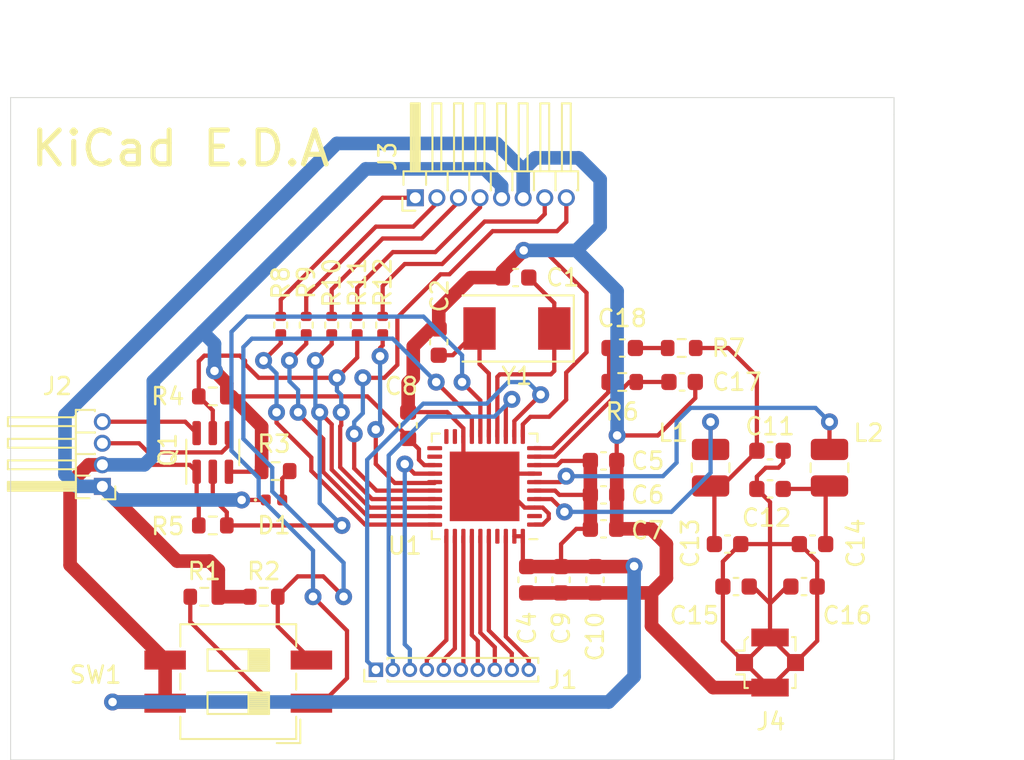
<source format=kicad_pcb>
(kicad_pcb (version 20171130) (host pcbnew 5.1.7-a382d34a8~87~ubuntu18.04.1)

  (general
    (thickness 1.6)
    (drawings 8)
    (tracks 437)
    (zones 0)
    (modules 40)
    (nets 38)
  )

  (page A4)
  (title_block
    (title "Modulo NFC")
    (date 2020-10-02)
    (rev V1)
    (company "Hanes Nahuel Sciarrone")
  )

  (layers
    (0 F.Cu signal)
    (31 B.Cu signal)
    (32 B.Adhes user hide)
    (33 F.Adhes user hide)
    (34 B.Paste user hide)
    (35 F.Paste user hide)
    (36 B.SilkS user)
    (37 F.SilkS user)
    (38 B.Mask user hide)
    (39 F.Mask user hide)
    (40 Dwgs.User user hide)
    (41 Cmts.User user hide)
    (42 Eco1.User user hide)
    (43 Eco2.User user hide)
    (44 Edge.Cuts user)
    (45 Margin user hide)
    (46 B.CrtYd user hide)
    (47 F.CrtYd user)
    (48 B.Fab user)
    (49 F.Fab user hide)
  )

  (setup
    (last_trace_width 0.8)
    (user_trace_width 0.8)
    (trace_clearance 0.2)
    (zone_clearance 0.508)
    (zone_45_only no)
    (trace_min 0.2)
    (via_size 0.8)
    (via_drill 0.4)
    (via_min_size 0.4)
    (via_min_drill 0.3)
    (user_via 1 0.5)
    (uvia_size 0.3)
    (uvia_drill 0.1)
    (uvias_allowed no)
    (uvia_min_size 0.2)
    (uvia_min_drill 0.1)
    (edge_width 0.05)
    (segment_width 0.2)
    (pcb_text_width 0.3)
    (pcb_text_size 1.5 1.5)
    (mod_edge_width 0.12)
    (mod_text_size 1 1)
    (mod_text_width 0.15)
    (pad_size 0.875 0.25)
    (pad_drill 0)
    (pad_to_mask_clearance 0.05)
    (aux_axis_origin 0 0)
    (visible_elements FFFFFF7F)
    (pcbplotparams
      (layerselection 0x010fc_ffffffff)
      (usegerberextensions false)
      (usegerberattributes true)
      (usegerberadvancedattributes true)
      (creategerberjobfile true)
      (excludeedgelayer true)
      (linewidth 0.100000)
      (plotframeref false)
      (viasonmask false)
      (mode 1)
      (useauxorigin false)
      (hpglpennumber 1)
      (hpglpenspeed 20)
      (hpglpendiameter 15.000000)
      (psnegative false)
      (psa4output false)
      (plotreference true)
      (plotvalue true)
      (plotinvisibletext false)
      (padsonsilk false)
      (subtractmaskfromsilk false)
      (outputformat 1)
      (mirror false)
      (drillshape 1)
      (scaleselection 1)
      (outputdirectory ""))
  )

  (net 0 "")
  (net 1 GND)
  (net 2 "Net-(C1-Pad1)")
  (net 3 "Net-(C2-Pad1)")
  (net 4 +3V3)
  (net 5 "Net-(C11-Pad1)")
  (net 6 "Net-(C12-Pad2)")
  (net 7 "Net-(C17-Pad1)")
  (net 8 "Net-(C18-Pad2)")
  (net 9 "Net-(C18-Pad1)")
  (net 10 "Net-(D1-Pad2)")
  (net 11 /RSTPPDN)
  (net 12 /SIGIN)
  (net 13 /SIGOUT)
  (net 14 /SIGCLK)
  (net 15 /INT1)
  (net 16 /INT0)
  (net 17 /DBG_TX)
  (net 18 /DBG_RX)
  (net 19 /AUX2)
  (net 20 /AUX1)
  (net 21 /SCL)
  (net 22 /SDA)
  (net 23 "Net-(J3-Pad7)")
  (net 24 "Net-(J3-Pad2)")
  (net 25 /RSTOUTN)
  (net 26 /TX1)
  (net 27 /TX2)
  (net 28 /NSS_SCL_RX)
  (net 29 /MOSI_SDA_TX)
  (net 30 "Net-(R1-Pad1)")
  (net 31 "Net-(R2-Pad1)")
  (net 32 /SCK)
  (net 33 /MISO)
  (net 34 /IRQ)
  (net 35 "Net-(J3-Pad4)")
  (net 36 "Net-(J3-Pad3)")
  (net 37 "Net-(J3-Pad1)")

  (net_class Default "This is the default net class."
    (clearance 0.2)
    (trace_width 0.25)
    (via_dia 0.8)
    (via_drill 0.4)
    (uvia_dia 0.3)
    (uvia_drill 0.1)
    (add_net +3V3)
    (add_net /AUX1)
    (add_net /AUX2)
    (add_net /DBG_RX)
    (add_net /DBG_TX)
    (add_net /INT0)
    (add_net /INT1)
    (add_net /IRQ)
    (add_net /MISO)
    (add_net /MOSI_SDA_TX)
    (add_net /NSS_SCL_RX)
    (add_net /RSTOUTN)
    (add_net /RSTPPDN)
    (add_net /SCK)
    (add_net /SCL)
    (add_net /SDA)
    (add_net /SIGCLK)
    (add_net /SIGIN)
    (add_net /SIGOUT)
    (add_net /TX1)
    (add_net /TX2)
    (add_net GND)
    (add_net "Net-(C1-Pad1)")
    (add_net "Net-(C11-Pad1)")
    (add_net "Net-(C12-Pad2)")
    (add_net "Net-(C17-Pad1)")
    (add_net "Net-(C18-Pad1)")
    (add_net "Net-(C18-Pad2)")
    (add_net "Net-(C2-Pad1)")
    (add_net "Net-(D1-Pad2)")
    (add_net "Net-(J3-Pad1)")
    (add_net "Net-(J3-Pad2)")
    (add_net "Net-(J3-Pad3)")
    (add_net "Net-(J3-Pad4)")
    (add_net "Net-(J3-Pad7)")
    (add_net "Net-(R1-Pad1)")
    (add_net "Net-(R2-Pad1)")
  )

  (module Resistor_SMD:R_0603_1608Metric (layer F.Cu) (tedit 5F68FEEE) (tstamp 5F72F929)
    (at 159 98.75)
    (descr "Resistor SMD 0603 (1608 Metric), square (rectangular) end terminal, IPC_7351 nominal, (Body size source: IPC-SM-782 page 72, https://www.pcb-3d.com/wordpress/wp-content/uploads/ipc-sm-782a_amendment_1_and_2.pdf), generated with kicad-footprint-generator")
    (tags resistor)
    (path /5F86DE7B)
    (attr smd)
    (fp_text reference R6 (at 0 1.75) (layer F.SilkS)
      (effects (font (size 1 1) (thickness 0.15)))
    )
    (fp_text value 1K (at 0 1.43) (layer F.Fab)
      (effects (font (size 1 1) (thickness 0.15)))
    )
    (fp_line (start 1.48 0.73) (end -1.48 0.73) (layer F.CrtYd) (width 0.05))
    (fp_line (start 1.48 -0.73) (end 1.48 0.73) (layer F.CrtYd) (width 0.05))
    (fp_line (start -1.48 -0.73) (end 1.48 -0.73) (layer F.CrtYd) (width 0.05))
    (fp_line (start -1.48 0.73) (end -1.48 -0.73) (layer F.CrtYd) (width 0.05))
    (fp_line (start -0.237258 0.5225) (end 0.237258 0.5225) (layer F.SilkS) (width 0.12))
    (fp_line (start -0.237258 -0.5225) (end 0.237258 -0.5225) (layer F.SilkS) (width 0.12))
    (fp_line (start 0.8 0.4125) (end -0.8 0.4125) (layer F.Fab) (width 0.1))
    (fp_line (start 0.8 -0.4125) (end 0.8 0.4125) (layer F.Fab) (width 0.1))
    (fp_line (start -0.8 -0.4125) (end 0.8 -0.4125) (layer F.Fab) (width 0.1))
    (fp_line (start -0.8 0.4125) (end -0.8 -0.4125) (layer F.Fab) (width 0.1))
    (fp_text user %R (at 0 0) (layer F.Fab)
      (effects (font (size 0.4 0.4) (thickness 0.06)))
    )
    (pad 2 smd roundrect (at 0.825 0) (size 0.8 0.95) (layers F.Cu F.Paste F.Mask) (roundrect_rratio 0.25)
      (net 7 "Net-(C17-Pad1)"))
    (pad 1 smd roundrect (at -0.825 0) (size 0.8 0.95) (layers F.Cu F.Paste F.Mask) (roundrect_rratio 0.25)
      (net 8 "Net-(C18-Pad2)"))
    (model ${KISYS3DMOD}/Resistor_SMD.3dshapes/R_0603_1608Metric.wrl
      (at (xyz 0 0 0))
      (scale (xyz 1 1 1))
      (rotate (xyz 0 0 0))
    )
  )

  (module Crystal:Crystal_SMD_0603-2Pin_6.0x3.5mm (layer F.Cu) (tedit 5A0FD1B2) (tstamp 5F72FA53)
    (at 152.8 95.6 180)
    (descr "SMD Crystal SERIES SMD0603/2 http://www.petermann-technik.de/fileadmin/petermann/pdf/SMD0603-2.pdf, 6.0x3.5mm^2 package")
    (tags "SMD SMT crystal")
    (path /5F6AABB2)
    (attr smd)
    (fp_text reference Y1 (at 0 -2.8) (layer F.SilkS)
      (effects (font (size 1 1) (thickness 0.15)))
    )
    (fp_text value 27.12MHz (at 0 2.95) (layer F.Fab)
      (effects (font (size 1 1) (thickness 0.15)))
    )
    (fp_circle (center 0 0) (end 0.093333 0) (layer F.Adhes) (width 0.186667))
    (fp_circle (center 0 0) (end 0.213333 0) (layer F.Adhes) (width 0.133333))
    (fp_circle (center 0 0) (end 0.333333 0) (layer F.Adhes) (width 0.133333))
    (fp_circle (center 0 0) (end 0.4 0) (layer F.Adhes) (width 0.1))
    (fp_line (start 3.4 -2) (end -3.4 -2) (layer F.CrtYd) (width 0.05))
    (fp_line (start 3.4 2) (end 3.4 -2) (layer F.CrtYd) (width 0.05))
    (fp_line (start -3.4 2) (end 3.4 2) (layer F.CrtYd) (width 0.05))
    (fp_line (start -3.4 -2) (end -3.4 2) (layer F.CrtYd) (width 0.05))
    (fp_line (start -3.35 1.95) (end 3.2 1.95) (layer F.SilkS) (width 0.12))
    (fp_line (start -3.35 -1.95) (end -3.35 1.95) (layer F.SilkS) (width 0.12))
    (fp_line (start 3.2 -1.95) (end -3.35 -1.95) (layer F.SilkS) (width 0.12))
    (fp_line (start -3 0.75) (end -2 1.75) (layer F.Fab) (width 0.1))
    (fp_line (start -3 -1.65) (end -2.9 -1.75) (layer F.Fab) (width 0.1))
    (fp_line (start -3 1.65) (end -3 -1.65) (layer F.Fab) (width 0.1))
    (fp_line (start -2.9 1.75) (end -3 1.65) (layer F.Fab) (width 0.1))
    (fp_line (start 2.9 1.75) (end -2.9 1.75) (layer F.Fab) (width 0.1))
    (fp_line (start 3 1.65) (end 2.9 1.75) (layer F.Fab) (width 0.1))
    (fp_line (start 3 -1.65) (end 3 1.65) (layer F.Fab) (width 0.1))
    (fp_line (start 2.9 -1.75) (end 3 -1.65) (layer F.Fab) (width 0.1))
    (fp_line (start -2.9 -1.75) (end 2.9 -1.75) (layer F.Fab) (width 0.1))
    (fp_text user %R (at 0 0) (layer F.Fab)
      (effects (font (size 1 1) (thickness 0.15)))
    )
    (pad 2 smd rect (at 2.2 0 180) (size 1.9 2.5) (layers F.Cu F.Paste F.Mask)
      (net 3 "Net-(C2-Pad1)"))
    (pad 1 smd rect (at -2.2 0 180) (size 1.9 2.5) (layers F.Cu F.Paste F.Mask)
      (net 2 "Net-(C1-Pad1)"))
    (model ${KISYS3DMOD}/Crystal.3dshapes/Crystal_SMD_0603-2Pin_6.0x3.5mm.wrl
      (at (xyz 0 0 0))
      (scale (xyz 1 1 1))
      (rotate (xyz 0 0 0))
    )
  )

  (module Capacitor_SMD:C_0603_1608Metric (layer F.Cu) (tedit 5F68FEEE) (tstamp 5F72F767)
    (at 169.7 110.8 180)
    (descr "Capacitor SMD 0603 (1608 Metric), square (rectangular) end terminal, IPC_7351 nominal, (Body size source: IPC-SM-782 page 76, https://www.pcb-3d.com/wordpress/wp-content/uploads/ipc-sm-782a_amendment_1_and_2.pdf), generated with kicad-footprint-generator")
    (tags capacitor)
    (path /5F78E9A0)
    (attr smd)
    (fp_text reference C16 (at -2.55 -1.7) (layer F.SilkS)
      (effects (font (size 1 1) (thickness 0.15)))
    )
    (fp_text value 200pF (at 0 1.43) (layer F.Fab)
      (effects (font (size 1 1) (thickness 0.15)))
    )
    (fp_line (start 1.48 0.73) (end -1.48 0.73) (layer F.CrtYd) (width 0.05))
    (fp_line (start 1.48 -0.73) (end 1.48 0.73) (layer F.CrtYd) (width 0.05))
    (fp_line (start -1.48 -0.73) (end 1.48 -0.73) (layer F.CrtYd) (width 0.05))
    (fp_line (start -1.48 0.73) (end -1.48 -0.73) (layer F.CrtYd) (width 0.05))
    (fp_line (start -0.14058 0.51) (end 0.14058 0.51) (layer F.SilkS) (width 0.12))
    (fp_line (start -0.14058 -0.51) (end 0.14058 -0.51) (layer F.SilkS) (width 0.12))
    (fp_line (start 0.8 0.4) (end -0.8 0.4) (layer F.Fab) (width 0.1))
    (fp_line (start 0.8 -0.4) (end 0.8 0.4) (layer F.Fab) (width 0.1))
    (fp_line (start -0.8 -0.4) (end 0.8 -0.4) (layer F.Fab) (width 0.1))
    (fp_line (start -0.8 0.4) (end -0.8 -0.4) (layer F.Fab) (width 0.1))
    (fp_text user %R (at 0 0) (layer F.Fab)
      (effects (font (size 0.4 0.4) (thickness 0.06)))
    )
    (pad 2 smd roundrect (at 0.775 0 180) (size 0.9 0.95) (layers F.Cu F.Paste F.Mask) (roundrect_rratio 0.25)
      (net 1 GND))
    (pad 1 smd roundrect (at -0.775 0 180) (size 0.9 0.95) (layers F.Cu F.Paste F.Mask) (roundrect_rratio 0.25)
      (net 1 GND))
    (model ${KISYS3DMOD}/Capacitor_SMD.3dshapes/C_0603_1608Metric.wrl
      (at (xyz 0 0 0))
      (scale (xyz 1 1 1))
      (rotate (xyz 0 0 0))
    )
  )

  (module Antena:U.FL_Molex_MCRF_73412-0110_Vertical (layer F.Cu) (tedit 5A1B5B59) (tstamp 5F72F889)
    (at 167.7 115.275 270)
    (descr "Molex Microcoaxial RF Connectors (MCRF), mates Hirose U.FL, (http://www.molex.com/pdm_docs/sd/734120110_sd.pdf)")
    (tags "mcrf hirose ufl u.fl microcoaxial")
    (path /5F7057BF)
    (attr smd)
    (fp_text reference J4 (at 3.475 -0.05 180) (layer F.SilkS)
      (effects (font (size 1 1) (thickness 0.15)))
    )
    (fp_text value Conn_Coaxial (at 0 -3.302 90) (layer F.Fab)
      (effects (font (size 1 1) (thickness 0.15)))
    )
    (fp_line (start 0 1) (end 0.3 1.3) (layer F.Fab) (width 0.1))
    (fp_line (start -0.3 1.3) (end 0 1) (layer F.Fab) (width 0.1))
    (fp_line (start 0.7 1.5) (end 0.7 2) (layer F.SilkS) (width 0.12))
    (fp_line (start -0.7 1.5) (end -0.7 2) (layer F.SilkS) (width 0.12))
    (fp_circle (center 0 0) (end 0 0.05) (layer F.Fab) (width 0.1))
    (fp_circle (center 0 0) (end 0 0.125) (layer F.Fab) (width 0.1))
    (fp_line (start -0.7 1.5) (end -1.3 1.5) (layer F.SilkS) (width 0.12))
    (fp_line (start -1.3 1.5) (end -1.5 1.3) (layer F.SilkS) (width 0.12))
    (fp_line (start 1.5 1.3) (end 1.5 1.5) (layer F.SilkS) (width 0.12))
    (fp_line (start 1.5 1.5) (end 0.7 1.5) (layer F.SilkS) (width 0.12))
    (fp_line (start 0.7 -1.5) (end 1.5 -1.5) (layer F.SilkS) (width 0.12))
    (fp_line (start 1.5 -1.5) (end 1.5 -1.3) (layer F.SilkS) (width 0.12))
    (fp_line (start -1.5 -1.3) (end -1.5 -1.5) (layer F.SilkS) (width 0.12))
    (fp_line (start -1.5 -1.5) (end -0.7 -1.5) (layer F.SilkS) (width 0.12))
    (fp_circle (center 0 0) (end 0.9 0) (layer F.Fab) (width 0.1))
    (fp_line (start -1.3 -1.3) (end 1.3 -1.3) (layer F.Fab) (width 0.1))
    (fp_line (start -1.3 -1.3) (end -1.3 1) (layer F.Fab) (width 0.1))
    (fp_line (start -1.3 1) (end -1 1.3) (layer F.Fab) (width 0.1))
    (fp_line (start 1.3 -1.3) (end 1.3 1.3) (layer F.Fab) (width 0.1))
    (fp_line (start -2.5 -2.5) (end -2.5 2.5) (layer F.CrtYd) (width 0.05))
    (fp_line (start -2.5 2.5) (end 2.5 2.5) (layer F.CrtYd) (width 0.05))
    (fp_line (start 2.5 2.5) (end 2.5 -2.5) (layer F.CrtYd) (width 0.05))
    (fp_line (start 2.5 -2.5) (end -2.5 -2.5) (layer F.CrtYd) (width 0.05))
    (fp_line (start -1 1.3) (end 1.3 1.3) (layer F.Fab) (width 0.1))
    (fp_circle (center 0 0) (end 0 0.2) (layer F.Fab) (width 0.1))
    (fp_text user %R (at 0 3.5 90) (layer F.Fab)
      (effects (font (size 1 1) (thickness 0.15)))
    )
    (pad 1 smd rect (at 0 1.5 270) (size 1 1) (layers F.Cu F.Paste F.Mask)
      (net 1 GND))
    (pad 2 smd rect (at 0 -1.5 270) (size 1 1) (layers F.Cu F.Paste F.Mask)
      (net 1 GND))
    (pad 2 smd rect (at 1.475 0 270) (size 1.05 2.2) (layers F.Cu F.Paste F.Mask)
      (net 1 GND))
    (pad 2 smd rect (at -1.475 0 270) (size 1.05 2.2) (layers F.Cu F.Paste F.Mask)
      (net 1 GND))
    (model ${KISYS3DMOD}/Connector_Coaxial.3dshapes/U.FL_Molex_MCRF_73412-0110_Vertical.wrl
      (at (xyz 0 0 0))
      (scale (xyz 1 1 1))
      (rotate (xyz 0 0 0))
    )
    (model /media/hanes/Hanes/KiCad/Model_3D/U.FL_Molex_MCRF_73412-0110_Vertical.wrl
      (at (xyz 0 0 0))
      (scale (xyz 1 1 1))
      (rotate (xyz 0 0 0))
    )
  )

  (module RF_NFC_PN532:HVQFN-40-1EP_6x6mm_P0.5mm_EP4.1x4.1mm (layer F.Cu) (tedit 5ECF8386) (tstamp 5F78F896)
    (at 150.9 104.9 180)
    (descr "HVQFN, 40 Pin (https://www.nxp.com/docs/en/package-information/SOT618-1.pdf), generated with kicad-footprint-generator ipc_noLead_generator.py")
    (tags "HVQFN NoLead")
    (path /5F672418)
    (attr smd)
    (fp_text reference U1 (at 4.7 -3.5) (layer F.SilkS)
      (effects (font (size 1 1) (thickness 0.15)))
    )
    (fp_text value PN5321A3HN_C1xx (at 0 4.32) (layer F.Fab)
      (effects (font (size 1 1) (thickness 0.15)))
    )
    (fp_line (start 3.62 -3.62) (end -3.62 -3.62) (layer F.CrtYd) (width 0.05))
    (fp_line (start 3.62 3.62) (end 3.62 -3.62) (layer F.CrtYd) (width 0.05))
    (fp_line (start -3.62 3.62) (end 3.62 3.62) (layer F.CrtYd) (width 0.05))
    (fp_line (start -3.62 -3.62) (end -3.62 3.62) (layer F.CrtYd) (width 0.05))
    (fp_line (start -3 -2) (end -2 -3) (layer F.Fab) (width 0.1))
    (fp_line (start -3 3) (end -3 -2) (layer F.Fab) (width 0.1))
    (fp_line (start 3 3) (end -3 3) (layer F.Fab) (width 0.1))
    (fp_line (start 3 -3) (end 3 3) (layer F.Fab) (width 0.1))
    (fp_line (start -2 -3) (end 3 -3) (layer F.Fab) (width 0.1))
    (fp_line (start -2.635 -3.11) (end -3.11 -3.11) (layer F.SilkS) (width 0.12))
    (fp_line (start 3.11 3.11) (end 3.11 2.635) (layer F.SilkS) (width 0.12))
    (fp_line (start 2.635 3.11) (end 3.11 3.11) (layer F.SilkS) (width 0.12))
    (fp_line (start -3.11 3.11) (end -3.11 2.635) (layer F.SilkS) (width 0.12))
    (fp_line (start -2.635 3.11) (end -3.11 3.11) (layer F.SilkS) (width 0.12))
    (fp_line (start 3.11 -3.11) (end 3.11 -2.635) (layer F.SilkS) (width 0.12))
    (fp_line (start 2.635 -3.11) (end 3.11 -3.11) (layer F.SilkS) (width 0.12))
    (fp_text user %R (at -1.34 -1.34 180) (layer F.Fab)
      (effects (font (size 1 1) (thickness 0.15)))
    )
    (pad "" smd roundrect (at 1.37 1.37 180) (size 1.1 1.1) (layers F.Paste) (roundrect_rratio 0.227273))
    (pad "" smd roundrect (at 1.37 0 180) (size 1.1 1.1) (layers F.Paste) (roundrect_rratio 0.227273))
    (pad "" smd roundrect (at 1.37 -1.37 180) (size 1.1 1.1) (layers F.Paste) (roundrect_rratio 0.227273))
    (pad "" smd roundrect (at 0 1.37 180) (size 1.1 1.1) (layers F.Paste) (roundrect_rratio 0.227273))
    (pad "" smd roundrect (at 0 0 180) (size 1.1 1.1) (layers F.Paste) (roundrect_rratio 0.227273))
    (pad "" smd roundrect (at 0 -1.37 180) (size 1.1 1.1) (layers F.Paste) (roundrect_rratio 0.227273))
    (pad "" smd roundrect (at -1.37 1.37 180) (size 1.1 1.1) (layers F.Paste) (roundrect_rratio 0.227273))
    (pad "" smd roundrect (at -1.37 0 180) (size 1.1 1.1) (layers F.Paste) (roundrect_rratio 0.227273))
    (pad "" smd roundrect (at -1.37 -1.37 180) (size 1.1 1.1) (layers F.Paste) (roundrect_rratio 0.227273))
    (pad 41 smd rect (at 0 0 180) (size 4.1 4.1) (layers F.Cu F.Mask)
      (net 1 GND))
    (pad 40 smd roundrect (at -2.25 -2.9375 180) (size 0.25 0.875) (layers F.Cu F.Paste F.Mask) (roundrect_rratio 0.25)
      (net 4 +3V3))
    (pad 39 smd roundrect (at -1.75 -2.9375 180) (size 0.25 0.875) (layers F.Cu F.Paste F.Mask) (roundrect_rratio 0.25)
      (net 4 +3V3))
    (pad 38 smd roundrect (at -1.25 -2.9375 180) (size 0.25 0.875) (layers F.Cu F.Paste F.Mask) (roundrect_rratio 0.25)
      (net 11 /RSTPPDN))
    (pad 37 smd roundrect (at -0.75 -2.9375 180) (size 0.25 0.875) (layers F.Cu F.Paste F.Mask) (roundrect_rratio 0.25))
    (pad 36 smd roundrect (at -0.25 -2.9375 180) (size 0.25 0.875) (layers F.Cu F.Paste F.Mask) (roundrect_rratio 0.25)
      (net 12 /SIGIN))
    (pad 35 smd roundrect (at 0.25 -2.9375 180) (size 0.25 0.875) (layers F.Cu F.Paste F.Mask) (roundrect_rratio 0.25)
      (net 13 /SIGOUT))
    (pad 34 smd roundrect (at 0.75 -2.9375 180) (size 0.25 0.875) (layers F.Cu F.Paste F.Mask) (roundrect_rratio 0.25)
      (net 14 /SIGCLK))
    (pad 33 smd roundrect (at 1.25 -2.9375 180) (size 0.25 0.875) (layers F.Cu F.Paste F.Mask) (roundrect_rratio 0.25)
      (net 15 /INT1))
    (pad 32 smd roundrect (at 1.75 -2.9375 180) (size 0.25 0.875) (layers F.Cu F.Paste F.Mask) (roundrect_rratio 0.25)
      (net 16 /INT0))
    (pad 31 smd roundrect (at 2.25 -2.9375 180) (size 0.25 0.875) (layers F.Cu F.Paste F.Mask) (roundrect_rratio 0.25)
      (net 17 /DBG_TX))
    (pad 30 smd roundrect (at 2.9375 -2.25 180) (size 0.875 0.25) (layers F.Cu F.Paste F.Mask) (roundrect_rratio 0.25)
      (net 32 /SCK))
    (pad 29 smd roundrect (at 2.9375 -1.75 180) (size 0.875 0.25) (layers F.Cu F.Paste F.Mask) (roundrect_rratio 0.25)
      (net 33 /MISO))
    (pad 28 smd roundrect (at 2.9375 -1.25 180) (size 0.875 0.25) (layers F.Cu F.Paste F.Mask) (roundrect_rratio 0.25)
      (net 29 /MOSI_SDA_TX))
    (pad 27 smd roundrect (at 2.9375 -0.75 180) (size 0.875 0.25) (layers F.Cu F.Paste F.Mask) (roundrect_rratio 0.25)
      (net 28 /NSS_SCL_RX))
    (pad 26 smd roundrect (at 2.9375 -0.25 180) (size 0.875 0.25) (layers F.Cu F.Paste F.Mask) (roundrect_rratio 0.25)
      (net 25 /RSTOUTN))
    (pad 25 smd roundrect (at 2.9375 0.25 180) (size 0.875 0.25) (layers F.Cu F.Paste F.Mask) (roundrect_rratio 0.25)
      (net 34 /IRQ))
    (pad 24 smd roundrect (at 2.9375 0.75 180) (size 0.875 0.25) (layers F.Cu F.Paste F.Mask) (roundrect_rratio 0.25)
      (net 18 /DBG_RX))
    (pad 23 smd roundrect (at 2.9375 1.25 180) (size 0.875 0.25) (layers F.Cu F.Paste F.Mask) (roundrect_rratio 0.25)
      (net 4 +3V3))
    (pad 22 smd roundrect (at 2.9375 1.75 180) (size 0.875 0.25) (layers F.Cu F.Paste F.Mask) (roundrect_rratio 0.25))
    (pad 21 smd roundrect (at 2.9375 2.25 180) (size 0.875 0.25) (layers F.Cu F.Paste F.Mask) (roundrect_rratio 0.25))
    (pad 20 smd roundrect (at 2.25 2.9375 180) (size 0.25 0.875) (layers F.Cu F.Paste F.Mask) (roundrect_rratio 0.25))
    (pad 19 smd roundrect (at 1.75 2.9375 180) (size 0.25 0.875) (layers F.Cu F.Paste F.Mask) (roundrect_rratio 0.25))
    (pad 18 smd roundrect (at 1.25 2.9375 180) (size 0.25 0.875) (layers F.Cu F.Paste F.Mask) (roundrect_rratio 0.25)
      (net 1 GND))
    (pad 17 smd roundrect (at 0.75 2.9375 180) (size 0.25 0.875) (layers F.Cu F.Paste F.Mask) (roundrect_rratio 0.25)
      (net 31 "Net-(R2-Pad1)"))
    (pad 16 smd roundrect (at 0.25 2.9375 180) (size 0.25 0.875) (layers F.Cu F.Paste F.Mask) (roundrect_rratio 0.25)
      (net 30 "Net-(R1-Pad1)"))
    (pad 15 smd roundrect (at -0.25 2.9375 180) (size 0.25 0.875) (layers F.Cu F.Paste F.Mask) (roundrect_rratio 0.25)
      (net 3 "Net-(C2-Pad1)"))
    (pad 14 smd roundrect (at -0.75 2.9375 180) (size 0.25 0.875) (layers F.Cu F.Paste F.Mask) (roundrect_rratio 0.25)
      (net 2 "Net-(C1-Pad1)"))
    (pad 13 smd roundrect (at -1.25 2.9375 180) (size 0.25 0.875) (layers F.Cu F.Paste F.Mask) (roundrect_rratio 0.25)
      (net 19 /AUX2))
    (pad 12 smd roundrect (at -1.75 2.9375 180) (size 0.25 0.875) (layers F.Cu F.Paste F.Mask) (roundrect_rratio 0.25)
      (net 20 /AUX1))
    (pad 11 smd roundrect (at -2.25 2.9375 180) (size 0.25 0.875) (layers F.Cu F.Paste F.Mask) (roundrect_rratio 0.25)
      (net 1 GND))
    (pad 10 smd roundrect (at -2.9375 2.25 180) (size 0.875 0.25) (layers F.Cu F.Paste F.Mask) (roundrect_rratio 0.25)
      (net 8 "Net-(C18-Pad2)"))
    (pad 9 smd roundrect (at -2.9375 1.75 180) (size 0.875 0.25) (layers F.Cu F.Paste F.Mask) (roundrect_rratio 0.25)
      (net 7 "Net-(C17-Pad1)"))
    (pad 8 smd roundrect (at -2.9375 1.25 180) (size 0.875 0.25) (layers F.Cu F.Paste F.Mask) (roundrect_rratio 0.25)
      (net 4 +3V3))
    (pad 7 smd roundrect (at -2.9375 0.75 180) (size 0.875 0.25) (layers F.Cu F.Paste F.Mask) (roundrect_rratio 0.25)
      (net 1 GND))
    (pad 6 smd roundrect (at -2.9375 0.25 180) (size 0.875 0.25) (layers F.Cu F.Paste F.Mask) (roundrect_rratio 0.25)
      (net 27 /TX2))
    (pad 5 smd roundrect (at -2.9375 -0.25 180) (size 0.875 0.25) (layers F.Cu F.Paste F.Mask) (roundrect_rratio 0.25)
      (net 4 +3V3))
    (pad 4 smd roundrect (at -2.9375 -0.75 180) (size 0.875 0.25) (layers F.Cu F.Paste F.Mask) (roundrect_rratio 0.25)
      (net 26 /TX1))
    (pad 3 smd roundrect (at -2.9375 -1.25 180) (size 0.875 0.25) (layers F.Cu F.Paste F.Mask) (roundrect_rratio 0.25)
      (net 1 GND))
    (pad 2 smd roundrect (at -2.9375 -1.75 180) (size 0.875 0.25) (layers F.Cu F.Paste F.Mask) (roundrect_rratio 0.25))
    (pad 1 smd roundrect (at -2.9375 -2.25 180) (size 0.875 0.25) (layers F.Cu F.Paste F.Mask) (roundrect_rratio 0.25)
      (net 1 GND))
    (model ${KISYS3DMOD}/Package_DFN_QFN.3dshapes/HVQFN-40-1EP_6x6mm_P0.5mm_EP4.1x4.1mm.wrl
      (at (xyz 0 0 0))
      (scale (xyz 1 1 1))
      (rotate (xyz 0 0 0))
    )
  )

  (module Button_Switch_SMD:SW_DIP_SPSTx02_Slide_6.7x6.64mm_W8.61mm_P2.54mm_LowProfile (layer F.Cu) (tedit 5A4E1404) (tstamp 5F72F9EC)
    (at 136.4 116.4 180)
    (descr "SMD 2x-dip-switch SPST , Slide, row spacing 8.61 mm (338 mils), body size 6.7x6.64mm (see e.g. https://www.ctscorp.com/wp-content/uploads/219.pdf), SMD, LowProfile")
    (tags "SMD DIP Switch SPST Slide 8.61mm 338mil SMD LowProfile")
    (path /5F6D6D4E)
    (attr smd)
    (fp_text reference SW1 (at 8.4 0.4) (layer F.SilkS)
      (effects (font (size 1 1) (thickness 0.15)))
    )
    (fp_text value SW_DIP_x02 (at 0 4.38) (layer F.Fab)
      (effects (font (size 1 1) (thickness 0.15)))
    )
    (fp_line (start 5.8 -3.65) (end -5.8 -3.65) (layer F.CrtYd) (width 0.05))
    (fp_line (start 5.8 3.65) (end 5.8 -3.65) (layer F.CrtYd) (width 0.05))
    (fp_line (start -5.8 3.65) (end 5.8 3.65) (layer F.CrtYd) (width 0.05))
    (fp_line (start -5.8 -3.65) (end -5.8 3.65) (layer F.CrtYd) (width 0.05))
    (fp_line (start -0.603333 0.635) (end -0.603333 1.905) (layer F.SilkS) (width 0.12))
    (fp_line (start -1.81 1.835) (end -0.603333 1.835) (layer F.SilkS) (width 0.12))
    (fp_line (start -1.81 1.715) (end -0.603333 1.715) (layer F.SilkS) (width 0.12))
    (fp_line (start -1.81 1.595) (end -0.603333 1.595) (layer F.SilkS) (width 0.12))
    (fp_line (start -1.81 1.475) (end -0.603333 1.475) (layer F.SilkS) (width 0.12))
    (fp_line (start -1.81 1.355) (end -0.603333 1.355) (layer F.SilkS) (width 0.12))
    (fp_line (start -1.81 1.235) (end -0.603333 1.235) (layer F.SilkS) (width 0.12))
    (fp_line (start -1.81 1.115) (end -0.603333 1.115) (layer F.SilkS) (width 0.12))
    (fp_line (start -1.81 0.995) (end -0.603333 0.995) (layer F.SilkS) (width 0.12))
    (fp_line (start -1.81 0.875) (end -0.603333 0.875) (layer F.SilkS) (width 0.12))
    (fp_line (start -1.81 0.755) (end -0.603333 0.755) (layer F.SilkS) (width 0.12))
    (fp_line (start 1.81 0.635) (end -1.81 0.635) (layer F.SilkS) (width 0.12))
    (fp_line (start 1.81 1.905) (end 1.81 0.635) (layer F.SilkS) (width 0.12))
    (fp_line (start -1.81 1.905) (end 1.81 1.905) (layer F.SilkS) (width 0.12))
    (fp_line (start -1.81 0.635) (end -1.81 1.905) (layer F.SilkS) (width 0.12))
    (fp_line (start -0.603333 -1.905) (end -0.603333 -0.635) (layer F.SilkS) (width 0.12))
    (fp_line (start -1.81 -0.705) (end -0.603333 -0.705) (layer F.SilkS) (width 0.12))
    (fp_line (start -1.81 -0.825) (end -0.603333 -0.825) (layer F.SilkS) (width 0.12))
    (fp_line (start -1.81 -0.945) (end -0.603333 -0.945) (layer F.SilkS) (width 0.12))
    (fp_line (start -1.81 -1.065) (end -0.603333 -1.065) (layer F.SilkS) (width 0.12))
    (fp_line (start -1.81 -1.185) (end -0.603333 -1.185) (layer F.SilkS) (width 0.12))
    (fp_line (start -1.81 -1.305) (end -0.603333 -1.305) (layer F.SilkS) (width 0.12))
    (fp_line (start -1.81 -1.425) (end -0.603333 -1.425) (layer F.SilkS) (width 0.12))
    (fp_line (start -1.81 -1.545) (end -0.603333 -1.545) (layer F.SilkS) (width 0.12))
    (fp_line (start -1.81 -1.665) (end -0.603333 -1.665) (layer F.SilkS) (width 0.12))
    (fp_line (start -1.81 -1.785) (end -0.603333 -1.785) (layer F.SilkS) (width 0.12))
    (fp_line (start 1.81 -1.905) (end -1.81 -1.905) (layer F.SilkS) (width 0.12))
    (fp_line (start 1.81 -0.635) (end 1.81 -1.905) (layer F.SilkS) (width 0.12))
    (fp_line (start -1.81 -0.635) (end 1.81 -0.635) (layer F.SilkS) (width 0.12))
    (fp_line (start -1.81 -1.905) (end -1.81 -0.635) (layer F.SilkS) (width 0.12))
    (fp_line (start -3.65 -3.62) (end -3.65 -2.237) (layer F.SilkS) (width 0.12))
    (fp_line (start -3.65 -3.62) (end -2.267 -3.62) (layer F.SilkS) (width 0.12))
    (fp_line (start 3.41 -0.47) (end 3.41 0.47) (layer F.SilkS) (width 0.12))
    (fp_line (start 3.41 -3.38) (end 3.41 -2.07) (layer F.SilkS) (width 0.12))
    (fp_line (start 3.41 2.07) (end 3.41 3.38) (layer F.SilkS) (width 0.12))
    (fp_line (start -3.41 2.07) (end -3.41 3.38) (layer F.SilkS) (width 0.12))
    (fp_line (start -3.41 -0.47) (end -3.41 0.47) (layer F.SilkS) (width 0.12))
    (fp_line (start -3.41 -3.38) (end -3.41 -2.07) (layer F.SilkS) (width 0.12))
    (fp_line (start -3.41 3.38) (end 3.41 3.38) (layer F.SilkS) (width 0.12))
    (fp_line (start -3.41 -3.38) (end 3.41 -3.38) (layer F.SilkS) (width 0.12))
    (fp_line (start -0.603333 0.635) (end -0.603333 1.905) (layer F.Fab) (width 0.1))
    (fp_line (start -1.81 1.835) (end -0.603333 1.835) (layer F.Fab) (width 0.1))
    (fp_line (start -1.81 1.735) (end -0.603333 1.735) (layer F.Fab) (width 0.1))
    (fp_line (start -1.81 1.635) (end -0.603333 1.635) (layer F.Fab) (width 0.1))
    (fp_line (start -1.81 1.535) (end -0.603333 1.535) (layer F.Fab) (width 0.1))
    (fp_line (start -1.81 1.435) (end -0.603333 1.435) (layer F.Fab) (width 0.1))
    (fp_line (start -1.81 1.335) (end -0.603333 1.335) (layer F.Fab) (width 0.1))
    (fp_line (start -1.81 1.235) (end -0.603333 1.235) (layer F.Fab) (width 0.1))
    (fp_line (start -1.81 1.135) (end -0.603333 1.135) (layer F.Fab) (width 0.1))
    (fp_line (start -1.81 1.035) (end -0.603333 1.035) (layer F.Fab) (width 0.1))
    (fp_line (start -1.81 0.935) (end -0.603333 0.935) (layer F.Fab) (width 0.1))
    (fp_line (start -1.81 0.835) (end -0.603333 0.835) (layer F.Fab) (width 0.1))
    (fp_line (start -1.81 0.735) (end -0.603333 0.735) (layer F.Fab) (width 0.1))
    (fp_line (start 1.81 0.635) (end -1.81 0.635) (layer F.Fab) (width 0.1))
    (fp_line (start 1.81 1.905) (end 1.81 0.635) (layer F.Fab) (width 0.1))
    (fp_line (start -1.81 1.905) (end 1.81 1.905) (layer F.Fab) (width 0.1))
    (fp_line (start -1.81 0.635) (end -1.81 1.905) (layer F.Fab) (width 0.1))
    (fp_line (start -0.603333 -1.905) (end -0.603333 -0.635) (layer F.Fab) (width 0.1))
    (fp_line (start -1.81 -0.705) (end -0.603333 -0.705) (layer F.Fab) (width 0.1))
    (fp_line (start -1.81 -0.805) (end -0.603333 -0.805) (layer F.Fab) (width 0.1))
    (fp_line (start -1.81 -0.905) (end -0.603333 -0.905) (layer F.Fab) (width 0.1))
    (fp_line (start -1.81 -1.005) (end -0.603333 -1.005) (layer F.Fab) (width 0.1))
    (fp_line (start -1.81 -1.105) (end -0.603333 -1.105) (layer F.Fab) (width 0.1))
    (fp_line (start -1.81 -1.205) (end -0.603333 -1.205) (layer F.Fab) (width 0.1))
    (fp_line (start -1.81 -1.305) (end -0.603333 -1.305) (layer F.Fab) (width 0.1))
    (fp_line (start -1.81 -1.405) (end -0.603333 -1.405) (layer F.Fab) (width 0.1))
    (fp_line (start -1.81 -1.505) (end -0.603333 -1.505) (layer F.Fab) (width 0.1))
    (fp_line (start -1.81 -1.605) (end -0.603333 -1.605) (layer F.Fab) (width 0.1))
    (fp_line (start -1.81 -1.705) (end -0.603333 -1.705) (layer F.Fab) (width 0.1))
    (fp_line (start -1.81 -1.805) (end -0.603333 -1.805) (layer F.Fab) (width 0.1))
    (fp_line (start 1.81 -1.905) (end -1.81 -1.905) (layer F.Fab) (width 0.1))
    (fp_line (start 1.81 -0.635) (end 1.81 -1.905) (layer F.Fab) (width 0.1))
    (fp_line (start -1.81 -0.635) (end 1.81 -0.635) (layer F.Fab) (width 0.1))
    (fp_line (start -1.81 -1.905) (end -1.81 -0.635) (layer F.Fab) (width 0.1))
    (fp_line (start -3.35 -2.32) (end -2.35 -3.32) (layer F.Fab) (width 0.1))
    (fp_line (start -3.35 3.32) (end -3.35 -2.32) (layer F.Fab) (width 0.1))
    (fp_line (start 3.35 3.32) (end -3.35 3.32) (layer F.Fab) (width 0.1))
    (fp_line (start 3.35 -3.32) (end 3.35 3.32) (layer F.Fab) (width 0.1))
    (fp_line (start -2.35 -3.32) (end 3.35 -3.32) (layer F.Fab) (width 0.1))
    (fp_text user on (at 0.4275 -2.6125) (layer F.Fab)
      (effects (font (size 0.8 0.8) (thickness 0.12)))
    )
    (fp_text user %R (at 2.58 0 90) (layer F.Fab)
      (effects (font (size 0.8 0.8) (thickness 0.12)))
    )
    (pad 4 smd rect (at 4.305 -1.27 180) (size 2.44 1.12) (layers F.Cu F.Paste F.Mask)
      (net 4 +3V3))
    (pad 2 smd rect (at -4.305 1.27 180) (size 2.44 1.12) (layers F.Cu F.Paste F.Mask)
      (net 31 "Net-(R2-Pad1)"))
    (pad 3 smd rect (at 4.305 1.27 180) (size 2.44 1.12) (layers F.Cu F.Paste F.Mask)
      (net 4 +3V3))
    (pad 1 smd rect (at -4.305 -1.27 180) (size 2.44 1.12) (layers F.Cu F.Paste F.Mask)
      (net 30 "Net-(R1-Pad1)"))
    (model ${KISYS3DMOD}/Button_Switch_SMD.3dshapes/SW_DIP_SPSTx02_Slide_6.7x6.64mm_W8.61mm_P2.54mm_LowProfile.wrl
      (at (xyz 0 0 0))
      (scale (xyz 1 1 1))
      (rotate (xyz 0 0 90))
    )
  )

  (module Resistor_SMD:R_0402_1005Metric (layer F.Cu) (tedit 5F68FEEE) (tstamp 5F72CABE)
    (at 144.9 95.4 270)
    (descr "Resistor SMD 0402 (1005 Metric), square (rectangular) end terminal, IPC_7351 nominal, (Body size source: IPC-SM-782 page 72, https://www.pcb-3d.com/wordpress/wp-content/uploads/ipc-sm-782a_amendment_1_and_2.pdf), generated with kicad-footprint-generator")
    (tags resistor)
    (path /5F9D8B35)
    (attr smd)
    (fp_text reference R12 (at -2.51 0 90) (layer F.SilkS)
      (effects (font (size 1 1) (thickness 0.15)))
    )
    (fp_text value 100 (at 0 1.17 90) (layer F.Fab)
      (effects (font (size 1 1) (thickness 0.15)))
    )
    (fp_line (start 0.93 0.47) (end -0.93 0.47) (layer F.CrtYd) (width 0.05))
    (fp_line (start 0.93 -0.47) (end 0.93 0.47) (layer F.CrtYd) (width 0.05))
    (fp_line (start -0.93 -0.47) (end 0.93 -0.47) (layer F.CrtYd) (width 0.05))
    (fp_line (start -0.93 0.47) (end -0.93 -0.47) (layer F.CrtYd) (width 0.05))
    (fp_line (start -0.153641 0.38) (end 0.153641 0.38) (layer F.SilkS) (width 0.12))
    (fp_line (start -0.153641 -0.38) (end 0.153641 -0.38) (layer F.SilkS) (width 0.12))
    (fp_line (start 0.525 0.27) (end -0.525 0.27) (layer F.Fab) (width 0.1))
    (fp_line (start 0.525 -0.27) (end 0.525 0.27) (layer F.Fab) (width 0.1))
    (fp_line (start -0.525 -0.27) (end 0.525 -0.27) (layer F.Fab) (width 0.1))
    (fp_line (start -0.525 0.27) (end -0.525 -0.27) (layer F.Fab) (width 0.1))
    (fp_text user %R (at 0 0 90) (layer F.Fab)
      (effects (font (size 0.26 0.26) (thickness 0.04)))
    )
    (pad 2 smd roundrect (at 0.51 0 270) (size 0.54 0.64) (layers F.Cu F.Paste F.Mask) (roundrect_rratio 0.25)
      (net 34 /IRQ))
    (pad 1 smd roundrect (at -0.51 0 270) (size 0.54 0.64) (layers F.Cu F.Paste F.Mask) (roundrect_rratio 0.25)
      (net 23 "Net-(J3-Pad7)"))
    (model ${KISYS3DMOD}/Resistor_SMD.3dshapes/R_0402_1005Metric.wrl
      (at (xyz 0 0 0))
      (scale (xyz 1 1 1))
      (rotate (xyz 0 0 0))
    )
  )

  (module Resistor_SMD:R_0402_1005Metric (layer F.Cu) (tedit 5F68FEEE) (tstamp 5F72F97E)
    (at 143.4 95.4 270)
    (descr "Resistor SMD 0402 (1005 Metric), square (rectangular) end terminal, IPC_7351 nominal, (Body size source: IPC-SM-782 page 72, https://www.pcb-3d.com/wordpress/wp-content/uploads/ipc-sm-782a_amendment_1_and_2.pdf), generated with kicad-footprint-generator")
    (tags resistor)
    (path /5F95B600)
    (attr smd)
    (fp_text reference R11 (at -2.51 0 90) (layer F.SilkS)
      (effects (font (size 1 1) (thickness 0.15)))
    )
    (fp_text value 100 (at 0 1.17 90) (layer F.Fab)
      (effects (font (size 1 1) (thickness 0.15)))
    )
    (fp_line (start 0.93 0.47) (end -0.93 0.47) (layer F.CrtYd) (width 0.05))
    (fp_line (start 0.93 -0.47) (end 0.93 0.47) (layer F.CrtYd) (width 0.05))
    (fp_line (start -0.93 -0.47) (end 0.93 -0.47) (layer F.CrtYd) (width 0.05))
    (fp_line (start -0.93 0.47) (end -0.93 -0.47) (layer F.CrtYd) (width 0.05))
    (fp_line (start -0.153641 0.38) (end 0.153641 0.38) (layer F.SilkS) (width 0.12))
    (fp_line (start -0.153641 -0.38) (end 0.153641 -0.38) (layer F.SilkS) (width 0.12))
    (fp_line (start 0.525 0.27) (end -0.525 0.27) (layer F.Fab) (width 0.1))
    (fp_line (start 0.525 -0.27) (end 0.525 0.27) (layer F.Fab) (width 0.1))
    (fp_line (start -0.525 -0.27) (end 0.525 -0.27) (layer F.Fab) (width 0.1))
    (fp_line (start -0.525 0.27) (end -0.525 -0.27) (layer F.Fab) (width 0.1))
    (fp_text user %R (at 0 0 90) (layer F.Fab)
      (effects (font (size 0.26 0.26) (thickness 0.04)))
    )
    (pad 2 smd roundrect (at 0.51 0 270) (size 0.54 0.64) (layers F.Cu F.Paste F.Mask) (roundrect_rratio 0.25)
      (net 28 /NSS_SCL_RX))
    (pad 1 smd roundrect (at -0.51 0 270) (size 0.54 0.64) (layers F.Cu F.Paste F.Mask) (roundrect_rratio 0.25)
      (net 35 "Net-(J3-Pad4)"))
    (model ${KISYS3DMOD}/Resistor_SMD.3dshapes/R_0402_1005Metric.wrl
      (at (xyz 0 0 0))
      (scale (xyz 1 1 1))
      (rotate (xyz 0 0 0))
    )
  )

  (module Resistor_SMD:R_0402_1005Metric (layer F.Cu) (tedit 5F68FEEE) (tstamp 5F732B67)
    (at 141.9 95.4 270)
    (descr "Resistor SMD 0402 (1005 Metric), square (rectangular) end terminal, IPC_7351 nominal, (Body size source: IPC-SM-782 page 72, https://www.pcb-3d.com/wordpress/wp-content/uploads/ipc-sm-782a_amendment_1_and_2.pdf), generated with kicad-footprint-generator")
    (tags resistor)
    (path /5F947337)
    (attr smd)
    (fp_text reference R10 (at -2.49 0 90) (layer F.SilkS)
      (effects (font (size 1 1) (thickness 0.15)))
    )
    (fp_text value 100 (at 0 1.17 90) (layer F.Fab)
      (effects (font (size 1 1) (thickness 0.15)))
    )
    (fp_line (start 0.93 0.47) (end -0.93 0.47) (layer F.CrtYd) (width 0.05))
    (fp_line (start 0.93 -0.47) (end 0.93 0.47) (layer F.CrtYd) (width 0.05))
    (fp_line (start -0.93 -0.47) (end 0.93 -0.47) (layer F.CrtYd) (width 0.05))
    (fp_line (start -0.93 0.47) (end -0.93 -0.47) (layer F.CrtYd) (width 0.05))
    (fp_line (start -0.153641 0.38) (end 0.153641 0.38) (layer F.SilkS) (width 0.12))
    (fp_line (start -0.153641 -0.38) (end 0.153641 -0.38) (layer F.SilkS) (width 0.12))
    (fp_line (start 0.525 0.27) (end -0.525 0.27) (layer F.Fab) (width 0.1))
    (fp_line (start 0.525 -0.27) (end 0.525 0.27) (layer F.Fab) (width 0.1))
    (fp_line (start -0.525 -0.27) (end 0.525 -0.27) (layer F.Fab) (width 0.1))
    (fp_line (start -0.525 0.27) (end -0.525 -0.27) (layer F.Fab) (width 0.1))
    (fp_text user %R (at 0 0 270) (layer F.Fab)
      (effects (font (size 0.26 0.26) (thickness 0.04)))
    )
    (pad 2 smd roundrect (at 0.51 0 270) (size 0.54 0.64) (layers F.Cu F.Paste F.Mask) (roundrect_rratio 0.25)
      (net 29 /MOSI_SDA_TX))
    (pad 1 smd roundrect (at -0.51 0 270) (size 0.54 0.64) (layers F.Cu F.Paste F.Mask) (roundrect_rratio 0.25)
      (net 36 "Net-(J3-Pad3)"))
    (model ${KISYS3DMOD}/Resistor_SMD.3dshapes/R_0402_1005Metric.wrl
      (at (xyz 0 0 0))
      (scale (xyz 1 1 1))
      (rotate (xyz 0 0 0))
    )
  )

  (module Resistor_SMD:R_0402_1005Metric (layer F.Cu) (tedit 5F68FEEE) (tstamp 5F72F95C)
    (at 140.4 95.4 270)
    (descr "Resistor SMD 0402 (1005 Metric), square (rectangular) end terminal, IPC_7351 nominal, (Body size source: IPC-SM-782 page 72, https://www.pcb-3d.com/wordpress/wp-content/uploads/ipc-sm-782a_amendment_1_and_2.pdf), generated with kicad-footprint-generator")
    (tags resistor)
    (path /5F92D551)
    (attr smd)
    (fp_text reference R9 (at -2.51 0 90) (layer F.SilkS)
      (effects (font (size 1 1) (thickness 0.15)))
    )
    (fp_text value 100 (at 0 1.17 90) (layer F.Fab)
      (effects (font (size 1 1) (thickness 0.15)))
    )
    (fp_line (start 0.93 0.47) (end -0.93 0.47) (layer F.CrtYd) (width 0.05))
    (fp_line (start 0.93 -0.47) (end 0.93 0.47) (layer F.CrtYd) (width 0.05))
    (fp_line (start -0.93 -0.47) (end 0.93 -0.47) (layer F.CrtYd) (width 0.05))
    (fp_line (start -0.93 0.47) (end -0.93 -0.47) (layer F.CrtYd) (width 0.05))
    (fp_line (start -0.153641 0.38) (end 0.153641 0.38) (layer F.SilkS) (width 0.12))
    (fp_line (start -0.153641 -0.38) (end 0.153641 -0.38) (layer F.SilkS) (width 0.12))
    (fp_line (start 0.525 0.27) (end -0.525 0.27) (layer F.Fab) (width 0.1))
    (fp_line (start 0.525 -0.27) (end 0.525 0.27) (layer F.Fab) (width 0.1))
    (fp_line (start -0.525 -0.27) (end 0.525 -0.27) (layer F.Fab) (width 0.1))
    (fp_line (start -0.525 0.27) (end -0.525 -0.27) (layer F.Fab) (width 0.1))
    (fp_text user %R (at 0 0 90) (layer F.Fab)
      (effects (font (size 0.26 0.26) (thickness 0.04)))
    )
    (pad 2 smd roundrect (at 0.51 0 270) (size 0.54 0.64) (layers F.Cu F.Paste F.Mask) (roundrect_rratio 0.25)
      (net 33 /MISO))
    (pad 1 smd roundrect (at -0.51 0 270) (size 0.54 0.64) (layers F.Cu F.Paste F.Mask) (roundrect_rratio 0.25)
      (net 24 "Net-(J3-Pad2)"))
    (model ${KISYS3DMOD}/Resistor_SMD.3dshapes/R_0402_1005Metric.wrl
      (at (xyz 0 0 0))
      (scale (xyz 1 1 1))
      (rotate (xyz 0 0 0))
    )
  )

  (module Resistor_SMD:R_0402_1005Metric (layer F.Cu) (tedit 5F68FEEE) (tstamp 5F72F94B)
    (at 138.9 95.4 270)
    (descr "Resistor SMD 0402 (1005 Metric), square (rectangular) end terminal, IPC_7351 nominal, (Body size source: IPC-SM-782 page 72, https://www.pcb-3d.com/wordpress/wp-content/uploads/ipc-sm-782a_amendment_1_and_2.pdf), generated with kicad-footprint-generator")
    (tags resistor)
    (path /5F90C42F)
    (attr smd)
    (fp_text reference R8 (at -2.49 0 90) (layer F.SilkS)
      (effects (font (size 1 1) (thickness 0.15)))
    )
    (fp_text value 100 (at 0 1.17 90) (layer F.Fab)
      (effects (font (size 1 1) (thickness 0.15)))
    )
    (fp_line (start 0.93 0.47) (end -0.93 0.47) (layer F.CrtYd) (width 0.05))
    (fp_line (start 0.93 -0.47) (end 0.93 0.47) (layer F.CrtYd) (width 0.05))
    (fp_line (start -0.93 -0.47) (end 0.93 -0.47) (layer F.CrtYd) (width 0.05))
    (fp_line (start -0.93 0.47) (end -0.93 -0.47) (layer F.CrtYd) (width 0.05))
    (fp_line (start -0.153641 0.38) (end 0.153641 0.38) (layer F.SilkS) (width 0.12))
    (fp_line (start -0.153641 -0.38) (end 0.153641 -0.38) (layer F.SilkS) (width 0.12))
    (fp_line (start 0.525 0.27) (end -0.525 0.27) (layer F.Fab) (width 0.1))
    (fp_line (start 0.525 -0.27) (end 0.525 0.27) (layer F.Fab) (width 0.1))
    (fp_line (start -0.525 -0.27) (end 0.525 -0.27) (layer F.Fab) (width 0.1))
    (fp_line (start -0.525 0.27) (end -0.525 -0.27) (layer F.Fab) (width 0.1))
    (fp_text user %R (at 0 0 180) (layer F.Fab)
      (effects (font (size 0.26 0.26) (thickness 0.04)))
    )
    (pad 2 smd roundrect (at 0.51 0 270) (size 0.54 0.64) (layers F.Cu F.Paste F.Mask) (roundrect_rratio 0.25)
      (net 32 /SCK))
    (pad 1 smd roundrect (at -0.51 0 270) (size 0.54 0.64) (layers F.Cu F.Paste F.Mask) (roundrect_rratio 0.25)
      (net 37 "Net-(J3-Pad1)"))
    (model ${KISYS3DMOD}/Resistor_SMD.3dshapes/R_0402_1005Metric.wrl
      (at (xyz 0 0 0))
      (scale (xyz 1 1 1))
      (rotate (xyz 0 0 0))
    )
  )

  (module Resistor_SMD:R_0603_1608Metric (layer F.Cu) (tedit 5F68FEEE) (tstamp 5F72F93A)
    (at 162.5 96.75)
    (descr "Resistor SMD 0603 (1608 Metric), square (rectangular) end terminal, IPC_7351 nominal, (Body size source: IPC-SM-782 page 72, https://www.pcb-3d.com/wordpress/wp-content/uploads/ipc-sm-782a_amendment_1_and_2.pdf), generated with kicad-footprint-generator")
    (tags resistor)
    (path /5F8F1FF1)
    (attr smd)
    (fp_text reference R7 (at 2.75 0) (layer F.SilkS)
      (effects (font (size 1 1) (thickness 0.15)))
    )
    (fp_text value 2.7K (at 0 1.43) (layer F.Fab)
      (effects (font (size 1 1) (thickness 0.15)))
    )
    (fp_line (start 1.48 0.73) (end -1.48 0.73) (layer F.CrtYd) (width 0.05))
    (fp_line (start 1.48 -0.73) (end 1.48 0.73) (layer F.CrtYd) (width 0.05))
    (fp_line (start -1.48 -0.73) (end 1.48 -0.73) (layer F.CrtYd) (width 0.05))
    (fp_line (start -1.48 0.73) (end -1.48 -0.73) (layer F.CrtYd) (width 0.05))
    (fp_line (start -0.237258 0.5225) (end 0.237258 0.5225) (layer F.SilkS) (width 0.12))
    (fp_line (start -0.237258 -0.5225) (end 0.237258 -0.5225) (layer F.SilkS) (width 0.12))
    (fp_line (start 0.8 0.4125) (end -0.8 0.4125) (layer F.Fab) (width 0.1))
    (fp_line (start 0.8 -0.4125) (end 0.8 0.4125) (layer F.Fab) (width 0.1))
    (fp_line (start -0.8 -0.4125) (end 0.8 -0.4125) (layer F.Fab) (width 0.1))
    (fp_line (start -0.8 0.4125) (end -0.8 -0.4125) (layer F.Fab) (width 0.1))
    (fp_text user %R (at 0 0) (layer F.Fab)
      (effects (font (size 0.4 0.4) (thickness 0.06)))
    )
    (pad 2 smd roundrect (at 0.825 0) (size 0.8 0.95) (layers F.Cu F.Paste F.Mask) (roundrect_rratio 0.25)
      (net 5 "Net-(C11-Pad1)"))
    (pad 1 smd roundrect (at -0.825 0) (size 0.8 0.95) (layers F.Cu F.Paste F.Mask) (roundrect_rratio 0.25)
      (net 9 "Net-(C18-Pad1)"))
    (model ${KISYS3DMOD}/Resistor_SMD.3dshapes/R_0603_1608Metric.wrl
      (at (xyz 0 0 0))
      (scale (xyz 1 1 1))
      (rotate (xyz 0 0 0))
    )
  )

  (module Resistor_SMD:R_0603_1608Metric (layer F.Cu) (tedit 5F68FEEE) (tstamp 5F781E88)
    (at 134.9 107.2)
    (descr "Resistor SMD 0603 (1608 Metric), square (rectangular) end terminal, IPC_7351 nominal, (Body size source: IPC-SM-782 page 72, https://www.pcb-3d.com/wordpress/wp-content/uploads/ipc-sm-782a_amendment_1_and_2.pdf), generated with kicad-footprint-generator")
    (tags resistor)
    (path /5F762BE7)
    (attr smd)
    (fp_text reference R5 (at -2.65 0.05) (layer F.SilkS)
      (effects (font (size 1 1) (thickness 0.15)))
    )
    (fp_text value 4.7K (at 0 1.43) (layer F.Fab)
      (effects (font (size 1 1) (thickness 0.15)))
    )
    (fp_line (start 1.48 0.73) (end -1.48 0.73) (layer F.CrtYd) (width 0.05))
    (fp_line (start 1.48 -0.73) (end 1.48 0.73) (layer F.CrtYd) (width 0.05))
    (fp_line (start -1.48 -0.73) (end 1.48 -0.73) (layer F.CrtYd) (width 0.05))
    (fp_line (start -1.48 0.73) (end -1.48 -0.73) (layer F.CrtYd) (width 0.05))
    (fp_line (start -0.237258 0.5225) (end 0.237258 0.5225) (layer F.SilkS) (width 0.12))
    (fp_line (start -0.237258 -0.5225) (end 0.237258 -0.5225) (layer F.SilkS) (width 0.12))
    (fp_line (start 0.8 0.4125) (end -0.8 0.4125) (layer F.Fab) (width 0.1))
    (fp_line (start 0.8 -0.4125) (end 0.8 0.4125) (layer F.Fab) (width 0.1))
    (fp_line (start -0.8 -0.4125) (end 0.8 -0.4125) (layer F.Fab) (width 0.1))
    (fp_line (start -0.8 0.4125) (end -0.8 -0.4125) (layer F.Fab) (width 0.1))
    (fp_text user %R (at 0 0) (layer F.Fab)
      (effects (font (size 0.4 0.4) (thickness 0.06)))
    )
    (pad 2 smd roundrect (at 0.825 0) (size 0.8 0.95) (layers F.Cu F.Paste F.Mask) (roundrect_rratio 0.25)
      (net 29 /MOSI_SDA_TX))
    (pad 1 smd roundrect (at -0.825 0) (size 0.8 0.95) (layers F.Cu F.Paste F.Mask) (roundrect_rratio 0.25)
      (net 4 +3V3))
    (model ${KISYS3DMOD}/Resistor_SMD.3dshapes/R_0603_1608Metric.wrl
      (at (xyz 0 0 0))
      (scale (xyz 1 1 1))
      (rotate (xyz 0 0 0))
    )
  )

  (module Resistor_SMD:R_0603_1608Metric (layer F.Cu) (tedit 5F68FEEE) (tstamp 5F72F907)
    (at 134.9 99.6 180)
    (descr "Resistor SMD 0603 (1608 Metric), square (rectangular) end terminal, IPC_7351 nominal, (Body size source: IPC-SM-782 page 72, https://www.pcb-3d.com/wordpress/wp-content/uploads/ipc-sm-782a_amendment_1_and_2.pdf), generated with kicad-footprint-generator")
    (tags resistor)
    (path /5F760B2F)
    (attr smd)
    (fp_text reference R4 (at 2.65 0) (layer F.SilkS)
      (effects (font (size 1 1) (thickness 0.15)))
    )
    (fp_text value 4.7K (at 0 1.43) (layer F.Fab)
      (effects (font (size 1 1) (thickness 0.15)))
    )
    (fp_line (start 1.48 0.73) (end -1.48 0.73) (layer F.CrtYd) (width 0.05))
    (fp_line (start 1.48 -0.73) (end 1.48 0.73) (layer F.CrtYd) (width 0.05))
    (fp_line (start -1.48 -0.73) (end 1.48 -0.73) (layer F.CrtYd) (width 0.05))
    (fp_line (start -1.48 0.73) (end -1.48 -0.73) (layer F.CrtYd) (width 0.05))
    (fp_line (start -0.237258 0.5225) (end 0.237258 0.5225) (layer F.SilkS) (width 0.12))
    (fp_line (start -0.237258 -0.5225) (end 0.237258 -0.5225) (layer F.SilkS) (width 0.12))
    (fp_line (start 0.8 0.4125) (end -0.8 0.4125) (layer F.Fab) (width 0.1))
    (fp_line (start 0.8 -0.4125) (end 0.8 0.4125) (layer F.Fab) (width 0.1))
    (fp_line (start -0.8 -0.4125) (end 0.8 -0.4125) (layer F.Fab) (width 0.1))
    (fp_line (start -0.8 0.4125) (end -0.8 -0.4125) (layer F.Fab) (width 0.1))
    (fp_text user %R (at 0 0) (layer F.Fab)
      (effects (font (size 0.4 0.4) (thickness 0.06)))
    )
    (pad 2 smd roundrect (at 0.825 0 180) (size 0.8 0.95) (layers F.Cu F.Paste F.Mask) (roundrect_rratio 0.25)
      (net 28 /NSS_SCL_RX))
    (pad 1 smd roundrect (at -0.825 0 180) (size 0.8 0.95) (layers F.Cu F.Paste F.Mask) (roundrect_rratio 0.25)
      (net 4 +3V3))
    (model ${KISYS3DMOD}/Resistor_SMD.3dshapes/R_0603_1608Metric.wrl
      (at (xyz 0 0 0))
      (scale (xyz 1 1 1))
      (rotate (xyz 0 0 0))
    )
  )

  (module Resistor_SMD:R_0603_1608Metric (layer F.Cu) (tedit 5F68FEEE) (tstamp 5F7567A3)
    (at 138.6 104 180)
    (descr "Resistor SMD 0603 (1608 Metric), square (rectangular) end terminal, IPC_7351 nominal, (Body size source: IPC-SM-782 page 72, https://www.pcb-3d.com/wordpress/wp-content/uploads/ipc-sm-782a_amendment_1_and_2.pdf), generated with kicad-footprint-generator")
    (tags resistor)
    (path /5F6D36BA)
    (attr smd)
    (fp_text reference R3 (at 0.1 1.6) (layer F.SilkS)
      (effects (font (size 1 1) (thickness 0.15)))
    )
    (fp_text value 1K (at 0 1.43) (layer F.Fab)
      (effects (font (size 1 1) (thickness 0.15)))
    )
    (fp_line (start 1.48 0.73) (end -1.48 0.73) (layer F.CrtYd) (width 0.05))
    (fp_line (start 1.48 -0.73) (end 1.48 0.73) (layer F.CrtYd) (width 0.05))
    (fp_line (start -1.48 -0.73) (end 1.48 -0.73) (layer F.CrtYd) (width 0.05))
    (fp_line (start -1.48 0.73) (end -1.48 -0.73) (layer F.CrtYd) (width 0.05))
    (fp_line (start -0.237258 0.5225) (end 0.237258 0.5225) (layer F.SilkS) (width 0.12))
    (fp_line (start -0.237258 -0.5225) (end 0.237258 -0.5225) (layer F.SilkS) (width 0.12))
    (fp_line (start 0.8 0.4125) (end -0.8 0.4125) (layer F.Fab) (width 0.1))
    (fp_line (start 0.8 -0.4125) (end 0.8 0.4125) (layer F.Fab) (width 0.1))
    (fp_line (start -0.8 -0.4125) (end 0.8 -0.4125) (layer F.Fab) (width 0.1))
    (fp_line (start -0.8 0.4125) (end -0.8 -0.4125) (layer F.Fab) (width 0.1))
    (fp_text user %R (at 0 0) (layer F.Fab)
      (effects (font (size 0.4 0.4) (thickness 0.06)))
    )
    (pad 2 smd roundrect (at 0.825 0 180) (size 0.8 0.95) (layers F.Cu F.Paste F.Mask) (roundrect_rratio 0.25)
      (net 4 +3V3))
    (pad 1 smd roundrect (at -0.825 0 180) (size 0.8 0.95) (layers F.Cu F.Paste F.Mask) (roundrect_rratio 0.25)
      (net 10 "Net-(D1-Pad2)"))
    (model ${KISYS3DMOD}/Resistor_SMD.3dshapes/R_0603_1608Metric.wrl
      (at (xyz 0 0 0))
      (scale (xyz 1 1 1))
      (rotate (xyz 0 0 0))
    )
  )

  (module Resistor_SMD:R_0603_1608Metric (layer F.Cu) (tedit 5F68FEEE) (tstamp 5F72F8E5)
    (at 137.9 111.4 180)
    (descr "Resistor SMD 0603 (1608 Metric), square (rectangular) end terminal, IPC_7351 nominal, (Body size source: IPC-SM-782 page 72, https://www.pcb-3d.com/wordpress/wp-content/uploads/ipc-sm-782a_amendment_1_and_2.pdf), generated with kicad-footprint-generator")
    (tags resistor)
    (path /5F6F30C7)
    (attr smd)
    (fp_text reference R2 (at 0 1.5) (layer F.SilkS)
      (effects (font (size 1 1) (thickness 0.15)))
    )
    (fp_text value 10K (at 0 1.43) (layer F.Fab)
      (effects (font (size 1 1) (thickness 0.15)))
    )
    (fp_line (start 1.48 0.73) (end -1.48 0.73) (layer F.CrtYd) (width 0.05))
    (fp_line (start 1.48 -0.73) (end 1.48 0.73) (layer F.CrtYd) (width 0.05))
    (fp_line (start -1.48 -0.73) (end 1.48 -0.73) (layer F.CrtYd) (width 0.05))
    (fp_line (start -1.48 0.73) (end -1.48 -0.73) (layer F.CrtYd) (width 0.05))
    (fp_line (start -0.237258 0.5225) (end 0.237258 0.5225) (layer F.SilkS) (width 0.12))
    (fp_line (start -0.237258 -0.5225) (end 0.237258 -0.5225) (layer F.SilkS) (width 0.12))
    (fp_line (start 0.8 0.4125) (end -0.8 0.4125) (layer F.Fab) (width 0.1))
    (fp_line (start 0.8 -0.4125) (end 0.8 0.4125) (layer F.Fab) (width 0.1))
    (fp_line (start -0.8 -0.4125) (end 0.8 -0.4125) (layer F.Fab) (width 0.1))
    (fp_line (start -0.8 0.4125) (end -0.8 -0.4125) (layer F.Fab) (width 0.1))
    (fp_text user %R (at 0 0) (layer F.Fab)
      (effects (font (size 0.4 0.4) (thickness 0.06)))
    )
    (pad 2 smd roundrect (at 0.825 0 180) (size 0.8 0.95) (layers F.Cu F.Paste F.Mask) (roundrect_rratio 0.25)
      (net 1 GND))
    (pad 1 smd roundrect (at -0.825 0 180) (size 0.8 0.95) (layers F.Cu F.Paste F.Mask) (roundrect_rratio 0.25)
      (net 31 "Net-(R2-Pad1)"))
    (model ${KISYS3DMOD}/Resistor_SMD.3dshapes/R_0603_1608Metric.wrl
      (at (xyz 0 0 0))
      (scale (xyz 1 1 1))
      (rotate (xyz 0 0 0))
    )
  )

  (module Resistor_SMD:R_0603_1608Metric (layer F.Cu) (tedit 5F68FEEE) (tstamp 5F72F8D4)
    (at 134.4 111.4)
    (descr "Resistor SMD 0603 (1608 Metric), square (rectangular) end terminal, IPC_7351 nominal, (Body size source: IPC-SM-782 page 72, https://www.pcb-3d.com/wordpress/wp-content/uploads/ipc-sm-782a_amendment_1_and_2.pdf), generated with kicad-footprint-generator")
    (tags resistor)
    (path /5F6F37B8)
    (attr smd)
    (fp_text reference R1 (at 0 -1.5) (layer F.SilkS)
      (effects (font (size 1 1) (thickness 0.15)))
    )
    (fp_text value 10K (at 0 1.43) (layer F.Fab)
      (effects (font (size 1 1) (thickness 0.15)))
    )
    (fp_line (start 1.48 0.73) (end -1.48 0.73) (layer F.CrtYd) (width 0.05))
    (fp_line (start 1.48 -0.73) (end 1.48 0.73) (layer F.CrtYd) (width 0.05))
    (fp_line (start -1.48 -0.73) (end 1.48 -0.73) (layer F.CrtYd) (width 0.05))
    (fp_line (start -1.48 0.73) (end -1.48 -0.73) (layer F.CrtYd) (width 0.05))
    (fp_line (start -0.237258 0.5225) (end 0.237258 0.5225) (layer F.SilkS) (width 0.12))
    (fp_line (start -0.237258 -0.5225) (end 0.237258 -0.5225) (layer F.SilkS) (width 0.12))
    (fp_line (start 0.8 0.4125) (end -0.8 0.4125) (layer F.Fab) (width 0.1))
    (fp_line (start 0.8 -0.4125) (end 0.8 0.4125) (layer F.Fab) (width 0.1))
    (fp_line (start -0.8 -0.4125) (end 0.8 -0.4125) (layer F.Fab) (width 0.1))
    (fp_line (start -0.8 0.4125) (end -0.8 -0.4125) (layer F.Fab) (width 0.1))
    (fp_text user %R (at 0 0) (layer F.Fab)
      (effects (font (size 0.4 0.4) (thickness 0.06)))
    )
    (pad 2 smd roundrect (at 0.825 0) (size 0.8 0.95) (layers F.Cu F.Paste F.Mask) (roundrect_rratio 0.25)
      (net 1 GND))
    (pad 1 smd roundrect (at -0.825 0) (size 0.8 0.95) (layers F.Cu F.Paste F.Mask) (roundrect_rratio 0.25)
      (net 30 "Net-(R1-Pad1)"))
    (model ${KISYS3DMOD}/Resistor_SMD.3dshapes/R_0603_1608Metric.wrl
      (at (xyz 0 0 0))
      (scale (xyz 1 1 1))
      (rotate (xyz 0 0 0))
    )
  )

  (module Package_SO:SC-74-6_1.5x2.9mm_P0.95mm (layer F.Cu) (tedit 5D9F72B0) (tstamp 5F733343)
    (at 134.9 102.9 90)
    (descr "SC-74, 6 Pin (https://www.nxp.com/docs/en/package-information/SOT457.pdf), generated with kicad-footprint-generator ipc_gullwing_generator.py")
    (tags "SC-74 SO")
    (path /5F72127F)
    (attr smd)
    (fp_text reference Q1 (at 0.15 -2.65 90) (layer F.SilkS)
      (effects (font (size 1 1) (thickness 0.15)))
    )
    (fp_text value 2N7002DM (at 0 2.4 90) (layer F.Fab)
      (effects (font (size 1 1) (thickness 0.15)))
    )
    (fp_line (start 2.1 -1.7) (end -2.1 -1.7) (layer F.CrtYd) (width 0.05))
    (fp_line (start 2.1 1.7) (end 2.1 -1.7) (layer F.CrtYd) (width 0.05))
    (fp_line (start -2.1 1.7) (end 2.1 1.7) (layer F.CrtYd) (width 0.05))
    (fp_line (start -2.1 -1.7) (end -2.1 1.7) (layer F.CrtYd) (width 0.05))
    (fp_line (start -0.75 -1.075) (end -0.375 -1.45) (layer F.Fab) (width 0.1))
    (fp_line (start -0.75 1.45) (end -0.75 -1.075) (layer F.Fab) (width 0.1))
    (fp_line (start 0.75 1.45) (end -0.75 1.45) (layer F.Fab) (width 0.1))
    (fp_line (start 0.75 -1.45) (end 0.75 1.45) (layer F.Fab) (width 0.1))
    (fp_line (start -0.375 -1.45) (end 0.75 -1.45) (layer F.Fab) (width 0.1))
    (fp_line (start 0 -1.56) (end -1.85 -1.56) (layer F.SilkS) (width 0.12))
    (fp_line (start 0 -1.56) (end 0.75 -1.56) (layer F.SilkS) (width 0.12))
    (fp_line (start 0 1.56) (end -0.75 1.56) (layer F.SilkS) (width 0.12))
    (fp_line (start 0 1.56) (end 0.75 1.56) (layer F.SilkS) (width 0.12))
    (fp_text user %R (at 0 0 90) (layer F.Fab)
      (effects (font (size 0.38 0.38) (thickness 0.06)))
    )
    (pad 6 smd roundrect (at 1.1375 -0.95 90) (size 1.425 0.5) (layers F.Cu F.Paste F.Mask) (roundrect_rratio 0.25)
      (net 21 /SCL))
    (pad 5 smd roundrect (at 1.1375 0 90) (size 1.425 0.5) (layers F.Cu F.Paste F.Mask) (roundrect_rratio 0.25)
      (net 28 /NSS_SCL_RX))
    (pad 4 smd roundrect (at 1.1375 0.95 90) (size 1.425 0.5) (layers F.Cu F.Paste F.Mask) (roundrect_rratio 0.25)
      (net 22 /SDA))
    (pad 3 smd roundrect (at -1.1375 0.95 90) (size 1.425 0.5) (layers F.Cu F.Paste F.Mask) (roundrect_rratio 0.25)
      (net 4 +3V3))
    (pad 2 smd roundrect (at -1.1375 0 90) (size 1.425 0.5) (layers F.Cu F.Paste F.Mask) (roundrect_rratio 0.25)
      (net 29 /MOSI_SDA_TX))
    (pad 1 smd roundrect (at -1.1375 -0.95 90) (size 1.425 0.5) (layers F.Cu F.Paste F.Mask) (roundrect_rratio 0.25)
      (net 4 +3V3))
    (model ${KISYS3DMOD}/Package_SO.3dshapes/SC-74-6_1.5x2.9mm_P0.95mm.wrl
      (at (xyz 0 0 0))
      (scale (xyz 1 1 1))
      (rotate (xyz 0 0 0))
    )
  )

  (module Inductor_SMD:L_1008_2520Metric (layer F.Cu) (tedit 5F68FEF0) (tstamp 5F734ECD)
    (at 171.2 103.8 90)
    (descr "Inductor SMD 1008 (2520 Metric), square (rectangular) end terminal, IPC_7351 nominal, (Body size source: https://ecsxtal.com/store/pdf/ECS-MPI2520-SMD-POWER-INDUCTOR.pdf), generated with kicad-footprint-generator")
    (tags inductor)
    (path /5F753F87)
    (attr smd)
    (fp_text reference L2 (at 2.05 2.3 180) (layer F.SilkS)
      (effects (font (size 1 1) (thickness 0.15)))
    )
    (fp_text value 560nH (at 0 2.05 90) (layer F.Fab)
      (effects (font (size 1 1) (thickness 0.15)))
    )
    (fp_line (start 1.95 1.35) (end -1.95 1.35) (layer F.CrtYd) (width 0.05))
    (fp_line (start 1.95 -1.35) (end 1.95 1.35) (layer F.CrtYd) (width 0.05))
    (fp_line (start -1.95 -1.35) (end 1.95 -1.35) (layer F.CrtYd) (width 0.05))
    (fp_line (start -1.95 1.35) (end -1.95 -1.35) (layer F.CrtYd) (width 0.05))
    (fp_line (start -0.261252 1.11) (end 0.261252 1.11) (layer F.SilkS) (width 0.12))
    (fp_line (start -0.261252 -1.11) (end 0.261252 -1.11) (layer F.SilkS) (width 0.12))
    (fp_line (start 1.25 1) (end -1.25 1) (layer F.Fab) (width 0.1))
    (fp_line (start 1.25 -1) (end 1.25 1) (layer F.Fab) (width 0.1))
    (fp_line (start -1.25 -1) (end 1.25 -1) (layer F.Fab) (width 0.1))
    (fp_line (start -1.25 1) (end -1.25 -1) (layer F.Fab) (width 0.1))
    (fp_text user %R (at 0 0 90) (layer F.Fab)
      (effects (font (size 0.62 0.62) (thickness 0.09)))
    )
    (pad 2 smd roundrect (at 1.075 0 90) (size 1.25 2.2) (layers F.Cu F.Paste F.Mask) (roundrect_rratio 0.2)
      (net 27 /TX2))
    (pad 1 smd roundrect (at -1.075 0 90) (size 1.25 2.2) (layers F.Cu F.Paste F.Mask) (roundrect_rratio 0.2)
      (net 6 "Net-(C12-Pad2)"))
    (model ${KISYS3DMOD}/Inductor_SMD.3dshapes/L_1008_2520Metric.wrl
      (at (xyz 0 0 0))
      (scale (xyz 1 1 1))
      (rotate (xyz 0 0 0))
    )
  )

  (module Inductor_SMD:L_1008_2520Metric (layer F.Cu) (tedit 5F68FEF0) (tstamp 5F72F89A)
    (at 164.2 103.8 90)
    (descr "Inductor SMD 1008 (2520 Metric), square (rectangular) end terminal, IPC_7351 nominal, (Body size source: https://ecsxtal.com/store/pdf/ECS-MPI2520-SMD-POWER-INDUCTOR.pdf), generated with kicad-footprint-generator")
    (tags inductor)
    (path /5F7513BF)
    (attr smd)
    (fp_text reference L1 (at 2.05 -2.2 180) (layer F.SilkS)
      (effects (font (size 1 1) (thickness 0.15)))
    )
    (fp_text value 560nH (at 0 2.05 90) (layer F.Fab)
      (effects (font (size 1 1) (thickness 0.15)))
    )
    (fp_line (start 1.95 1.35) (end -1.95 1.35) (layer F.CrtYd) (width 0.05))
    (fp_line (start 1.95 -1.35) (end 1.95 1.35) (layer F.CrtYd) (width 0.05))
    (fp_line (start -1.95 -1.35) (end 1.95 -1.35) (layer F.CrtYd) (width 0.05))
    (fp_line (start -1.95 1.35) (end -1.95 -1.35) (layer F.CrtYd) (width 0.05))
    (fp_line (start -0.261252 1.11) (end 0.261252 1.11) (layer F.SilkS) (width 0.12))
    (fp_line (start -0.261252 -1.11) (end 0.261252 -1.11) (layer F.SilkS) (width 0.12))
    (fp_line (start 1.25 1) (end -1.25 1) (layer F.Fab) (width 0.1))
    (fp_line (start 1.25 -1) (end 1.25 1) (layer F.Fab) (width 0.1))
    (fp_line (start -1.25 -1) (end 1.25 -1) (layer F.Fab) (width 0.1))
    (fp_line (start -1.25 1) (end -1.25 -1) (layer F.Fab) (width 0.1))
    (fp_text user %R (at 0 0 90) (layer F.Fab)
      (effects (font (size 0.62 0.62) (thickness 0.09)))
    )
    (pad 2 smd roundrect (at 1.075 0 90) (size 1.25 2.2) (layers F.Cu F.Paste F.Mask) (roundrect_rratio 0.2)
      (net 26 /TX1))
    (pad 1 smd roundrect (at -1.075 0 90) (size 1.25 2.2) (layers F.Cu F.Paste F.Mask) (roundrect_rratio 0.2)
      (net 5 "Net-(C11-Pad1)"))
    (model ${KISYS3DMOD}/Inductor_SMD.3dshapes/L_1008_2520Metric.wrl
      (at (xyz 0 0 0))
      (scale (xyz 1 1 1))
      (rotate (xyz 0 0 0))
    )
  )

  (module Connector_PinHeader_1.27mm:PinHeader_1x08_P1.27mm_Horizontal (layer F.Cu) (tedit 59FED6E3) (tstamp 5F7255BC)
    (at 146.82 87.9 90)
    (descr "Through hole angled pin header, 1x08, 1.27mm pitch, 4.0mm pin length, single row")
    (tags "Through hole angled pin header THT 1x08 1.27mm single row")
    (path /5F9053DE)
    (fp_text reference J3 (at 2.4325 -1.635 90) (layer F.SilkS)
      (effects (font (size 1 1) (thickness 0.15)))
    )
    (fp_text value Conn_01x08_Male (at 2.4325 10.525 90) (layer F.Fab)
      (effects (font (size 1 1) (thickness 0.15)))
    )
    (fp_line (start 6 -1.15) (end -1.15 -1.15) (layer F.CrtYd) (width 0.05))
    (fp_line (start 6 10.05) (end 6 -1.15) (layer F.CrtYd) (width 0.05))
    (fp_line (start -1.15 10.05) (end 6 10.05) (layer F.CrtYd) (width 0.05))
    (fp_line (start -1.15 -1.15) (end -1.15 10.05) (layer F.CrtYd) (width 0.05))
    (fp_line (start -0.76 -0.76) (end 0 -0.76) (layer F.SilkS) (width 0.12))
    (fp_line (start -0.76 0) (end -0.76 -0.76) (layer F.SilkS) (width 0.12))
    (fp_line (start 5.56 9.15) (end 1.56 9.15) (layer F.SilkS) (width 0.12))
    (fp_line (start 5.56 8.63) (end 5.56 9.15) (layer F.SilkS) (width 0.12))
    (fp_line (start 1.56 8.63) (end 5.56 8.63) (layer F.SilkS) (width 0.12))
    (fp_line (start 0.44 8.239677) (end 0.44 8.270323) (layer F.SilkS) (width 0.12))
    (fp_line (start 0.44 8.255) (end 1.56 8.255) (layer F.SilkS) (width 0.12))
    (fp_line (start 5.56 7.88) (end 1.56 7.88) (layer F.SilkS) (width 0.12))
    (fp_line (start 5.56 7.36) (end 5.56 7.88) (layer F.SilkS) (width 0.12))
    (fp_line (start 1.56 7.36) (end 5.56 7.36) (layer F.SilkS) (width 0.12))
    (fp_line (start 0.44 6.969677) (end 0.44 7.000323) (layer F.SilkS) (width 0.12))
    (fp_line (start 0.44 6.985) (end 1.56 6.985) (layer F.SilkS) (width 0.12))
    (fp_line (start 5.56 6.61) (end 1.56 6.61) (layer F.SilkS) (width 0.12))
    (fp_line (start 5.56 6.09) (end 5.56 6.61) (layer F.SilkS) (width 0.12))
    (fp_line (start 1.56 6.09) (end 5.56 6.09) (layer F.SilkS) (width 0.12))
    (fp_line (start 0.44 5.699677) (end 0.44 5.730323) (layer F.SilkS) (width 0.12))
    (fp_line (start 0.44 5.715) (end 1.56 5.715) (layer F.SilkS) (width 0.12))
    (fp_line (start 5.56 5.34) (end 1.56 5.34) (layer F.SilkS) (width 0.12))
    (fp_line (start 5.56 4.82) (end 5.56 5.34) (layer F.SilkS) (width 0.12))
    (fp_line (start 1.56 4.82) (end 5.56 4.82) (layer F.SilkS) (width 0.12))
    (fp_line (start 0.44 4.429677) (end 0.44 4.460323) (layer F.SilkS) (width 0.12))
    (fp_line (start 0.44 4.445) (end 1.56 4.445) (layer F.SilkS) (width 0.12))
    (fp_line (start 5.56 4.07) (end 1.56 4.07) (layer F.SilkS) (width 0.12))
    (fp_line (start 5.56 3.55) (end 5.56 4.07) (layer F.SilkS) (width 0.12))
    (fp_line (start 1.56 3.55) (end 5.56 3.55) (layer F.SilkS) (width 0.12))
    (fp_line (start 0.44 3.159677) (end 0.44 3.190323) (layer F.SilkS) (width 0.12))
    (fp_line (start 0.44 3.175) (end 1.56 3.175) (layer F.SilkS) (width 0.12))
    (fp_line (start 5.56 2.8) (end 1.56 2.8) (layer F.SilkS) (width 0.12))
    (fp_line (start 5.56 2.28) (end 5.56 2.8) (layer F.SilkS) (width 0.12))
    (fp_line (start 1.56 2.28) (end 5.56 2.28) (layer F.SilkS) (width 0.12))
    (fp_line (start 0.44 1.889677) (end 0.44 1.920323) (layer F.SilkS) (width 0.12))
    (fp_line (start 0.44 1.905) (end 1.56 1.905) (layer F.SilkS) (width 0.12))
    (fp_line (start 5.56 1.53) (end 1.56 1.53) (layer F.SilkS) (width 0.12))
    (fp_line (start 5.56 1.01) (end 5.56 1.53) (layer F.SilkS) (width 0.12))
    (fp_line (start 1.56 1.01) (end 5.56 1.01) (layer F.SilkS) (width 0.12))
    (fp_line (start 0.76 0.635) (end 1.56 0.635) (layer F.SilkS) (width 0.12))
    (fp_line (start 1.56 0.16) (end 5.56 0.16) (layer F.SilkS) (width 0.12))
    (fp_line (start 1.56 0.04) (end 5.56 0.04) (layer F.SilkS) (width 0.12))
    (fp_line (start 1.56 -0.08) (end 5.56 -0.08) (layer F.SilkS) (width 0.12))
    (fp_line (start 1.56 -0.2) (end 5.56 -0.2) (layer F.SilkS) (width 0.12))
    (fp_line (start 5.56 0.26) (end 1.56 0.26) (layer F.SilkS) (width 0.12))
    (fp_line (start 5.56 -0.26) (end 5.56 0.26) (layer F.SilkS) (width 0.12))
    (fp_line (start 1.56 -0.26) (end 5.56 -0.26) (layer F.SilkS) (width 0.12))
    (fp_line (start 0.44 9.585) (end 0.44 9.509677) (layer F.SilkS) (width 0.12))
    (fp_line (start 1.56 9.585) (end 0.44 9.585) (layer F.SilkS) (width 0.12))
    (fp_line (start 1.56 -0.695) (end 1.56 9.585) (layer F.SilkS) (width 0.12))
    (fp_line (start 0.76 -0.695) (end 1.56 -0.695) (layer F.SilkS) (width 0.12))
    (fp_line (start 1.5 9.09) (end 5.5 9.09) (layer F.Fab) (width 0.1))
    (fp_line (start 5.5 8.69) (end 5.5 9.09) (layer F.Fab) (width 0.1))
    (fp_line (start 1.5 8.69) (end 5.5 8.69) (layer F.Fab) (width 0.1))
    (fp_line (start -0.2 9.09) (end 0.5 9.09) (layer F.Fab) (width 0.1))
    (fp_line (start -0.2 8.69) (end -0.2 9.09) (layer F.Fab) (width 0.1))
    (fp_line (start -0.2 8.69) (end 0.5 8.69) (layer F.Fab) (width 0.1))
    (fp_line (start 1.5 7.82) (end 5.5 7.82) (layer F.Fab) (width 0.1))
    (fp_line (start 5.5 7.42) (end 5.5 7.82) (layer F.Fab) (width 0.1))
    (fp_line (start 1.5 7.42) (end 5.5 7.42) (layer F.Fab) (width 0.1))
    (fp_line (start -0.2 7.82) (end 0.5 7.82) (layer F.Fab) (width 0.1))
    (fp_line (start -0.2 7.42) (end -0.2 7.82) (layer F.Fab) (width 0.1))
    (fp_line (start -0.2 7.42) (end 0.5 7.42) (layer F.Fab) (width 0.1))
    (fp_line (start 1.5 6.55) (end 5.5 6.55) (layer F.Fab) (width 0.1))
    (fp_line (start 5.5 6.15) (end 5.5 6.55) (layer F.Fab) (width 0.1))
    (fp_line (start 1.5 6.15) (end 5.5 6.15) (layer F.Fab) (width 0.1))
    (fp_line (start -0.2 6.55) (end 0.5 6.55) (layer F.Fab) (width 0.1))
    (fp_line (start -0.2 6.15) (end -0.2 6.55) (layer F.Fab) (width 0.1))
    (fp_line (start -0.2 6.15) (end 0.5 6.15) (layer F.Fab) (width 0.1))
    (fp_line (start 1.5 5.28) (end 5.5 5.28) (layer F.Fab) (width 0.1))
    (fp_line (start 5.5 4.88) (end 5.5 5.28) (layer F.Fab) (width 0.1))
    (fp_line (start 1.5 4.88) (end 5.5 4.88) (layer F.Fab) (width 0.1))
    (fp_line (start -0.2 5.28) (end 0.5 5.28) (layer F.Fab) (width 0.1))
    (fp_line (start -0.2 4.88) (end -0.2 5.28) (layer F.Fab) (width 0.1))
    (fp_line (start -0.2 4.88) (end 0.5 4.88) (layer F.Fab) (width 0.1))
    (fp_line (start 1.5 4.01) (end 5.5 4.01) (layer F.Fab) (width 0.1))
    (fp_line (start 5.5 3.61) (end 5.5 4.01) (layer F.Fab) (width 0.1))
    (fp_line (start 1.5 3.61) (end 5.5 3.61) (layer F.Fab) (width 0.1))
    (fp_line (start -0.2 4.01) (end 0.5 4.01) (layer F.Fab) (width 0.1))
    (fp_line (start -0.2 3.61) (end -0.2 4.01) (layer F.Fab) (width 0.1))
    (fp_line (start -0.2 3.61) (end 0.5 3.61) (layer F.Fab) (width 0.1))
    (fp_line (start 1.5 2.74) (end 5.5 2.74) (layer F.Fab) (width 0.1))
    (fp_line (start 5.5 2.34) (end 5.5 2.74) (layer F.Fab) (width 0.1))
    (fp_line (start 1.5 2.34) (end 5.5 2.34) (layer F.Fab) (width 0.1))
    (fp_line (start -0.2 2.74) (end 0.5 2.74) (layer F.Fab) (width 0.1))
    (fp_line (start -0.2 2.34) (end -0.2 2.74) (layer F.Fab) (width 0.1))
    (fp_line (start -0.2 2.34) (end 0.5 2.34) (layer F.Fab) (width 0.1))
    (fp_line (start 1.5 1.47) (end 5.5 1.47) (layer F.Fab) (width 0.1))
    (fp_line (start 5.5 1.07) (end 5.5 1.47) (layer F.Fab) (width 0.1))
    (fp_line (start 1.5 1.07) (end 5.5 1.07) (layer F.Fab) (width 0.1))
    (fp_line (start -0.2 1.47) (end 0.5 1.47) (layer F.Fab) (width 0.1))
    (fp_line (start -0.2 1.07) (end -0.2 1.47) (layer F.Fab) (width 0.1))
    (fp_line (start -0.2 1.07) (end 0.5 1.07) (layer F.Fab) (width 0.1))
    (fp_line (start 1.5 0.2) (end 5.5 0.2) (layer F.Fab) (width 0.1))
    (fp_line (start 5.5 -0.2) (end 5.5 0.2) (layer F.Fab) (width 0.1))
    (fp_line (start 1.5 -0.2) (end 5.5 -0.2) (layer F.Fab) (width 0.1))
    (fp_line (start -0.2 0.2) (end 0.5 0.2) (layer F.Fab) (width 0.1))
    (fp_line (start -0.2 -0.2) (end -0.2 0.2) (layer F.Fab) (width 0.1))
    (fp_line (start -0.2 -0.2) (end 0.5 -0.2) (layer F.Fab) (width 0.1))
    (fp_line (start 0.5 -0.385) (end 0.75 -0.635) (layer F.Fab) (width 0.1))
    (fp_line (start 0.5 9.525) (end 0.5 -0.385) (layer F.Fab) (width 0.1))
    (fp_line (start 1.5 9.525) (end 0.5 9.525) (layer F.Fab) (width 0.1))
    (fp_line (start 1.5 -0.635) (end 1.5 9.525) (layer F.Fab) (width 0.1))
    (fp_line (start 0.75 -0.635) (end 1.5 -0.635) (layer F.Fab) (width 0.1))
    (fp_text user %R (at 1 4.445) (layer F.Fab)
      (effects (font (size 0.6 0.6) (thickness 0.09)))
    )
    (pad 8 thru_hole oval (at 0 8.89 90) (size 1 1) (drill 0.65) (layers *.Cu *.Mask)
      (net 25 /RSTOUTN))
    (pad 7 thru_hole oval (at 0 7.62 90) (size 1 1) (drill 0.65) (layers *.Cu *.Mask)
      (net 23 "Net-(J3-Pad7)"))
    (pad 6 thru_hole oval (at 0 6.35 90) (size 1 1) (drill 0.65) (layers *.Cu *.Mask)
      (net 1 GND))
    (pad 5 thru_hole oval (at 0 5.08 90) (size 1 1) (drill 0.65) (layers *.Cu *.Mask)
      (net 4 +3V3))
    (pad 4 thru_hole oval (at 0 3.81 90) (size 1 1) (drill 0.65) (layers *.Cu *.Mask)
      (net 35 "Net-(J3-Pad4)"))
    (pad 3 thru_hole oval (at 0 2.54 90) (size 1 1) (drill 0.65) (layers *.Cu *.Mask)
      (net 36 "Net-(J3-Pad3)"))
    (pad 2 thru_hole oval (at 0 1.27 90) (size 1 1) (drill 0.65) (layers *.Cu *.Mask)
      (net 24 "Net-(J3-Pad2)"))
    (pad 1 thru_hole rect (at 0 0 90) (size 1 1) (drill 0.65) (layers *.Cu *.Mask)
      (net 37 "Net-(J3-Pad1)"))
    (model ${KISYS3DMOD}/Connector_PinHeader_1.27mm.3dshapes/PinHeader_1x08_P1.27mm_Horizontal.wrl
      (at (xyz 0 0 0))
      (scale (xyz 1 1 1))
      (rotate (xyz 0 0 0))
    )
  )

  (module Connector_PinHeader_1.27mm:PinHeader_1x04_P1.27mm_Horizontal (layer F.Cu) (tedit 59FED6E3) (tstamp 5F72F800)
    (at 128.4 104.9 180)
    (descr "Through hole angled pin header, 1x04, 1.27mm pitch, 4.0mm pin length, single row")
    (tags "Through hole angled pin header THT 1x04 1.27mm single row")
    (path /5F7C3277)
    (fp_text reference J2 (at 2.65 5.9) (layer F.SilkS)
      (effects (font (size 1 1) (thickness 0.15)))
    )
    (fp_text value Conn_01x04_Male (at 2.4325 5.445) (layer F.Fab)
      (effects (font (size 1 1) (thickness 0.15)))
    )
    (fp_line (start 6 -1.15) (end -1.15 -1.15) (layer F.CrtYd) (width 0.05))
    (fp_line (start 6 4.95) (end 6 -1.15) (layer F.CrtYd) (width 0.05))
    (fp_line (start -1.15 4.95) (end 6 4.95) (layer F.CrtYd) (width 0.05))
    (fp_line (start -1.15 -1.15) (end -1.15 4.95) (layer F.CrtYd) (width 0.05))
    (fp_line (start -0.76 -0.76) (end 0 -0.76) (layer F.SilkS) (width 0.12))
    (fp_line (start -0.76 0) (end -0.76 -0.76) (layer F.SilkS) (width 0.12))
    (fp_line (start 5.56 4.07) (end 1.56 4.07) (layer F.SilkS) (width 0.12))
    (fp_line (start 5.56 3.55) (end 5.56 4.07) (layer F.SilkS) (width 0.12))
    (fp_line (start 1.56 3.55) (end 5.56 3.55) (layer F.SilkS) (width 0.12))
    (fp_line (start 0.44 3.159677) (end 0.44 3.190323) (layer F.SilkS) (width 0.12))
    (fp_line (start 0.44 3.175) (end 1.56 3.175) (layer F.SilkS) (width 0.12))
    (fp_line (start 5.56 2.8) (end 1.56 2.8) (layer F.SilkS) (width 0.12))
    (fp_line (start 5.56 2.28) (end 5.56 2.8) (layer F.SilkS) (width 0.12))
    (fp_line (start 1.56 2.28) (end 5.56 2.28) (layer F.SilkS) (width 0.12))
    (fp_line (start 0.44 1.889677) (end 0.44 1.920323) (layer F.SilkS) (width 0.12))
    (fp_line (start 0.44 1.905) (end 1.56 1.905) (layer F.SilkS) (width 0.12))
    (fp_line (start 5.56 1.53) (end 1.56 1.53) (layer F.SilkS) (width 0.12))
    (fp_line (start 5.56 1.01) (end 5.56 1.53) (layer F.SilkS) (width 0.12))
    (fp_line (start 1.56 1.01) (end 5.56 1.01) (layer F.SilkS) (width 0.12))
    (fp_line (start 0.76 0.635) (end 1.56 0.635) (layer F.SilkS) (width 0.12))
    (fp_line (start 1.56 0.16) (end 5.56 0.16) (layer F.SilkS) (width 0.12))
    (fp_line (start 1.56 0.04) (end 5.56 0.04) (layer F.SilkS) (width 0.12))
    (fp_line (start 1.56 -0.08) (end 5.56 -0.08) (layer F.SilkS) (width 0.12))
    (fp_line (start 1.56 -0.2) (end 5.56 -0.2) (layer F.SilkS) (width 0.12))
    (fp_line (start 5.56 0.26) (end 1.56 0.26) (layer F.SilkS) (width 0.12))
    (fp_line (start 5.56 -0.26) (end 5.56 0.26) (layer F.SilkS) (width 0.12))
    (fp_line (start 1.56 -0.26) (end 5.56 -0.26) (layer F.SilkS) (width 0.12))
    (fp_line (start 0.44 4.505) (end 0.44 4.429677) (layer F.SilkS) (width 0.12))
    (fp_line (start 1.56 4.505) (end 0.44 4.505) (layer F.SilkS) (width 0.12))
    (fp_line (start 1.56 -0.695) (end 1.56 4.505) (layer F.SilkS) (width 0.12))
    (fp_line (start 0.76 -0.695) (end 1.56 -0.695) (layer F.SilkS) (width 0.12))
    (fp_line (start 1.5 4.01) (end 5.5 4.01) (layer F.Fab) (width 0.1))
    (fp_line (start 5.5 3.61) (end 5.5 4.01) (layer F.Fab) (width 0.1))
    (fp_line (start 1.5 3.61) (end 5.5 3.61) (layer F.Fab) (width 0.1))
    (fp_line (start -0.2 4.01) (end 0.5 4.01) (layer F.Fab) (width 0.1))
    (fp_line (start -0.2 3.61) (end -0.2 4.01) (layer F.Fab) (width 0.1))
    (fp_line (start -0.2 3.61) (end 0.5 3.61) (layer F.Fab) (width 0.1))
    (fp_line (start 1.5 2.74) (end 5.5 2.74) (layer F.Fab) (width 0.1))
    (fp_line (start 5.5 2.34) (end 5.5 2.74) (layer F.Fab) (width 0.1))
    (fp_line (start 1.5 2.34) (end 5.5 2.34) (layer F.Fab) (width 0.1))
    (fp_line (start -0.2 2.74) (end 0.5 2.74) (layer F.Fab) (width 0.1))
    (fp_line (start -0.2 2.34) (end -0.2 2.74) (layer F.Fab) (width 0.1))
    (fp_line (start -0.2 2.34) (end 0.5 2.34) (layer F.Fab) (width 0.1))
    (fp_line (start 1.5 1.47) (end 5.5 1.47) (layer F.Fab) (width 0.1))
    (fp_line (start 5.5 1.07) (end 5.5 1.47) (layer F.Fab) (width 0.1))
    (fp_line (start 1.5 1.07) (end 5.5 1.07) (layer F.Fab) (width 0.1))
    (fp_line (start -0.2 1.47) (end 0.5 1.47) (layer F.Fab) (width 0.1))
    (fp_line (start -0.2 1.07) (end -0.2 1.47) (layer F.Fab) (width 0.1))
    (fp_line (start -0.2 1.07) (end 0.5 1.07) (layer F.Fab) (width 0.1))
    (fp_line (start 1.5 0.2) (end 5.5 0.2) (layer F.Fab) (width 0.1))
    (fp_line (start 5.5 -0.2) (end 5.5 0.2) (layer F.Fab) (width 0.1))
    (fp_line (start 1.5 -0.2) (end 5.5 -0.2) (layer F.Fab) (width 0.1))
    (fp_line (start -0.2 0.2) (end 0.5 0.2) (layer F.Fab) (width 0.1))
    (fp_line (start -0.2 -0.2) (end -0.2 0.2) (layer F.Fab) (width 0.1))
    (fp_line (start -0.2 -0.2) (end 0.5 -0.2) (layer F.Fab) (width 0.1))
    (fp_line (start 0.5 -0.385) (end 0.75 -0.635) (layer F.Fab) (width 0.1))
    (fp_line (start 0.5 4.445) (end 0.5 -0.385) (layer F.Fab) (width 0.1))
    (fp_line (start 1.5 4.445) (end 0.5 4.445) (layer F.Fab) (width 0.1))
    (fp_line (start 1.5 -0.635) (end 1.5 4.445) (layer F.Fab) (width 0.1))
    (fp_line (start 0.75 -0.635) (end 1.5 -0.635) (layer F.Fab) (width 0.1))
    (fp_text user %R (at 1 1.905 90) (layer F.Fab)
      (effects (font (size 0.6 0.6) (thickness 0.09)))
    )
    (pad 4 thru_hole oval (at 0 3.81 180) (size 1 1) (drill 0.65) (layers *.Cu *.Mask)
      (net 21 /SCL))
    (pad 3 thru_hole oval (at 0 2.54 180) (size 1 1) (drill 0.65) (layers *.Cu *.Mask)
      (net 22 /SDA))
    (pad 2 thru_hole oval (at 0 1.27 180) (size 1 1) (drill 0.65) (layers *.Cu *.Mask)
      (net 4 +3V3))
    (pad 1 thru_hole rect (at 0 0 180) (size 1 1) (drill 0.65) (layers *.Cu *.Mask)
      (net 1 GND))
    (model ${KISYS3DMOD}/Connector_PinHeader_1.27mm.3dshapes/PinHeader_1x04_P1.27mm_Horizontal.wrl
      (at (xyz 0 0 0))
      (scale (xyz 1 1 1))
      (rotate (xyz 0 0 0))
    )
  )

  (module Connector_PinHeader_1.00mm:PinHeader_1x10_P1.00mm_Vertical (layer F.Cu) (tedit 59FED738) (tstamp 5F72F7BB)
    (at 144.5 115.7 90)
    (descr "Through hole straight pin header, 1x10, 1.00mm pitch, single row")
    (tags "Through hole pin header THT 1x10 1.00mm single row")
    (path /5F7C13F8)
    (clearance 0.15)
    (fp_text reference J1 (at -0.6 11 180) (layer F.SilkS)
      (effects (font (size 1 1) (thickness 0.15)))
    )
    (fp_text value Conn_01x10_Male (at 0 10.56 90) (layer F.Fab)
      (effects (font (size 1 1) (thickness 0.15)))
    )
    (fp_line (start 1.15 -1) (end -1.15 -1) (layer F.CrtYd) (width 0.05))
    (fp_line (start 1.15 10) (end 1.15 -1) (layer F.CrtYd) (width 0.05))
    (fp_line (start -1.15 10) (end 1.15 10) (layer F.CrtYd) (width 0.05))
    (fp_line (start -1.15 -1) (end -1.15 10) (layer F.CrtYd) (width 0.05))
    (fp_line (start -0.695 -0.685) (end 0 -0.685) (layer F.SilkS) (width 0.12))
    (fp_line (start -0.695 0) (end -0.695 -0.685) (layer F.SilkS) (width 0.12))
    (fp_line (start 0.608276 0.685) (end 0.695 0.685) (layer F.SilkS) (width 0.12))
    (fp_line (start -0.695 0.685) (end -0.608276 0.685) (layer F.SilkS) (width 0.12))
    (fp_line (start 0.695 0.685) (end 0.695 9.56) (layer F.SilkS) (width 0.12))
    (fp_line (start -0.695 0.685) (end -0.695 9.56) (layer F.SilkS) (width 0.12))
    (fp_line (start 0.394493 9.56) (end 0.695 9.56) (layer F.SilkS) (width 0.12))
    (fp_line (start -0.695 9.56) (end -0.394493 9.56) (layer F.SilkS) (width 0.12))
    (fp_line (start -0.635 -0.1825) (end -0.3175 -0.5) (layer F.Fab) (width 0.1))
    (fp_line (start -0.635 9.5) (end -0.635 -0.1825) (layer F.Fab) (width 0.1))
    (fp_line (start 0.635 9.5) (end -0.635 9.5) (layer F.Fab) (width 0.1))
    (fp_line (start 0.635 -0.5) (end 0.635 9.5) (layer F.Fab) (width 0.1))
    (fp_line (start -0.3175 -0.5) (end 0.635 -0.5) (layer F.Fab) (width 0.1))
    (fp_text user %R (at 0 4.5) (layer F.Fab)
      (effects (font (size 0.76 0.76) (thickness 0.114)))
    )
    (pad 10 thru_hole oval (at 0 9 90) (size 0.85 0.85) (drill 0.5) (layers *.Cu *.Mask)
      (net 11 /RSTPPDN))
    (pad 9 thru_hole oval (at 0 8 90) (size 0.85 0.85) (drill 0.5) (layers *.Cu *.Mask)
      (net 12 /SIGIN))
    (pad 8 thru_hole oval (at 0 7 90) (size 0.85 0.85) (drill 0.5) (layers *.Cu *.Mask)
      (net 13 /SIGOUT))
    (pad 7 thru_hole oval (at 0 6 90) (size 0.85 0.85) (drill 0.5) (layers *.Cu *.Mask)
      (net 14 /SIGCLK))
    (pad 6 thru_hole oval (at 0 5 90) (size 0.85 0.85) (drill 0.5) (layers *.Cu *.Mask)
      (net 15 /INT1))
    (pad 5 thru_hole oval (at 0 4 90) (size 0.85 0.85) (drill 0.5) (layers *.Cu *.Mask)
      (net 16 /INT0))
    (pad 4 thru_hole oval (at 0 3 90) (size 0.85 0.85) (drill 0.5) (layers *.Cu *.Mask)
      (net 17 /DBG_TX))
    (pad 3 thru_hole oval (at 0 2 90) (size 0.85 0.85) (drill 0.5) (layers *.Cu *.Mask)
      (net 18 /DBG_RX))
    (pad 2 thru_hole oval (at 0 1 90) (size 0.85 0.85) (drill 0.5) (layers *.Cu *.Mask)
      (net 19 /AUX2))
    (pad 1 thru_hole rect (at 0 0 90) (size 0.85 0.85) (drill 0.5) (layers *.Cu *.Mask)
      (net 20 /AUX1))
    (model ${KISYS3DMOD}/Connector_PinHeader_1.00mm.3dshapes/PinHeader_1x10_P1.00mm_Vertical.wrl
      (at (xyz 0 0 0))
      (scale (xyz 1 1 1))
      (rotate (xyz 0 0 0))
    )
  )

  (module LED_SMD:LED_0402_1005Metric (layer F.Cu) (tedit 5F68FEF1) (tstamp 5F72F79B)
    (at 138.5 105.7)
    (descr "LED SMD 0402 (1005 Metric), square (rectangular) end terminal, IPC_7351 nominal, (Body size source: http://www.tortai-tech.com/upload/download/2011102023233369053.pdf), generated with kicad-footprint-generator")
    (tags LED)
    (path /5F79A236)
    (attr smd)
    (fp_text reference D1 (at 0 1.5) (layer F.SilkS)
      (effects (font (size 1 1) (thickness 0.15)))
    )
    (fp_text value BLUE (at 0 1.17) (layer F.Fab)
      (effects (font (size 1 1) (thickness 0.15)))
    )
    (fp_line (start 0.93 0.47) (end -0.93 0.47) (layer F.CrtYd) (width 0.05))
    (fp_line (start 0.93 -0.47) (end 0.93 0.47) (layer F.CrtYd) (width 0.05))
    (fp_line (start -0.93 -0.47) (end 0.93 -0.47) (layer F.CrtYd) (width 0.05))
    (fp_line (start -0.93 0.47) (end -0.93 -0.47) (layer F.CrtYd) (width 0.05))
    (fp_line (start -0.3 0.25) (end -0.3 -0.25) (layer F.Fab) (width 0.1))
    (fp_line (start -0.4 0.25) (end -0.4 -0.25) (layer F.Fab) (width 0.1))
    (fp_line (start 0.5 0.25) (end -0.5 0.25) (layer F.Fab) (width 0.1))
    (fp_line (start 0.5 -0.25) (end 0.5 0.25) (layer F.Fab) (width 0.1))
    (fp_line (start -0.5 -0.25) (end 0.5 -0.25) (layer F.Fab) (width 0.1))
    (fp_line (start -0.5 0.25) (end -0.5 -0.25) (layer F.Fab) (width 0.1))
    (fp_circle (center -1.09 0) (end -1.04 0) (layer F.SilkS) (width 0.1))
    (fp_text user %R (at 0 0) (layer F.Fab)
      (effects (font (size 0.25 0.25) (thickness 0.04)))
    )
    (pad 2 smd roundrect (at 0.485 0) (size 0.59 0.64) (layers F.Cu F.Paste F.Mask) (roundrect_rratio 0.25)
      (net 10 "Net-(D1-Pad2)"))
    (pad 1 smd roundrect (at -0.485 0) (size 0.59 0.64) (layers F.Cu F.Paste F.Mask) (roundrect_rratio 0.25)
      (net 1 GND))
    (model ${KISYS3DMOD}/LED_SMD.3dshapes/LED_0402_1005Metric.wrl
      (at (xyz 0 0 0))
      (scale (xyz 1 1 1))
      (rotate (xyz 0 0 0))
    )
  )

  (module Capacitor_SMD:C_0603_1608Metric (layer F.Cu) (tedit 5F68FEEE) (tstamp 5F72F789)
    (at 159 96.75 180)
    (descr "Capacitor SMD 0603 (1608 Metric), square (rectangular) end terminal, IPC_7351 nominal, (Body size source: IPC-SM-782 page 76, https://www.pcb-3d.com/wordpress/wp-content/uploads/ipc-sm-782a_amendment_1_and_2.pdf), generated with kicad-footprint-generator")
    (tags capacitor)
    (path /5F8EA5E3)
    (attr smd)
    (fp_text reference C18 (at 0 1.75) (layer F.SilkS)
      (effects (font (size 1 1) (thickness 0.15)))
    )
    (fp_text value 1nF (at 0 1.43) (layer F.Fab)
      (effects (font (size 1 1) (thickness 0.15)))
    )
    (fp_line (start 1.48 0.73) (end -1.48 0.73) (layer F.CrtYd) (width 0.05))
    (fp_line (start 1.48 -0.73) (end 1.48 0.73) (layer F.CrtYd) (width 0.05))
    (fp_line (start -1.48 -0.73) (end 1.48 -0.73) (layer F.CrtYd) (width 0.05))
    (fp_line (start -1.48 0.73) (end -1.48 -0.73) (layer F.CrtYd) (width 0.05))
    (fp_line (start -0.14058 0.51) (end 0.14058 0.51) (layer F.SilkS) (width 0.12))
    (fp_line (start -0.14058 -0.51) (end 0.14058 -0.51) (layer F.SilkS) (width 0.12))
    (fp_line (start 0.8 0.4) (end -0.8 0.4) (layer F.Fab) (width 0.1))
    (fp_line (start 0.8 -0.4) (end 0.8 0.4) (layer F.Fab) (width 0.1))
    (fp_line (start -0.8 -0.4) (end 0.8 -0.4) (layer F.Fab) (width 0.1))
    (fp_line (start -0.8 0.4) (end -0.8 -0.4) (layer F.Fab) (width 0.1))
    (fp_text user %R (at 0 0) (layer F.Fab)
      (effects (font (size 0.4 0.4) (thickness 0.06)))
    )
    (pad 2 smd roundrect (at 0.775 0 180) (size 0.9 0.95) (layers F.Cu F.Paste F.Mask) (roundrect_rratio 0.25)
      (net 8 "Net-(C18-Pad2)"))
    (pad 1 smd roundrect (at -0.775 0 180) (size 0.9 0.95) (layers F.Cu F.Paste F.Mask) (roundrect_rratio 0.25)
      (net 9 "Net-(C18-Pad1)"))
    (model ${KISYS3DMOD}/Capacitor_SMD.3dshapes/C_0603_1608Metric.wrl
      (at (xyz 0 0 0))
      (scale (xyz 1 1 1))
      (rotate (xyz 0 0 0))
    )
  )

  (module Capacitor_SMD:C_0603_1608Metric (layer F.Cu) (tedit 5F68FEEE) (tstamp 5F72A961)
    (at 162.525 98.75)
    (descr "Capacitor SMD 0603 (1608 Metric), square (rectangular) end terminal, IPC_7351 nominal, (Body size source: IPC-SM-782 page 76, https://www.pcb-3d.com/wordpress/wp-content/uploads/ipc-sm-782a_amendment_1_and_2.pdf), generated with kicad-footprint-generator")
    (tags capacitor)
    (path /5F88516E)
    (attr smd)
    (fp_text reference C17 (at 3.225 0) (layer F.SilkS)
      (effects (font (size 1 1) (thickness 0.15)))
    )
    (fp_text value 0.1uF (at 0 1.43) (layer F.Fab)
      (effects (font (size 1 1) (thickness 0.15)))
    )
    (fp_line (start 1.48 0.73) (end -1.48 0.73) (layer F.CrtYd) (width 0.05))
    (fp_line (start 1.48 -0.73) (end 1.48 0.73) (layer F.CrtYd) (width 0.05))
    (fp_line (start -1.48 -0.73) (end 1.48 -0.73) (layer F.CrtYd) (width 0.05))
    (fp_line (start -1.48 0.73) (end -1.48 -0.73) (layer F.CrtYd) (width 0.05))
    (fp_line (start -0.14058 0.51) (end 0.14058 0.51) (layer F.SilkS) (width 0.12))
    (fp_line (start -0.14058 -0.51) (end 0.14058 -0.51) (layer F.SilkS) (width 0.12))
    (fp_line (start 0.8 0.4) (end -0.8 0.4) (layer F.Fab) (width 0.1))
    (fp_line (start 0.8 -0.4) (end 0.8 0.4) (layer F.Fab) (width 0.1))
    (fp_line (start -0.8 -0.4) (end 0.8 -0.4) (layer F.Fab) (width 0.1))
    (fp_line (start -0.8 0.4) (end -0.8 -0.4) (layer F.Fab) (width 0.1))
    (fp_text user %R (at 0 0) (layer F.Fab)
      (effects (font (size 0.4 0.4) (thickness 0.06)))
    )
    (pad 2 smd roundrect (at 0.775 0) (size 0.9 0.95) (layers F.Cu F.Paste F.Mask) (roundrect_rratio 0.25)
      (net 1 GND))
    (pad 1 smd roundrect (at -0.775 0) (size 0.9 0.95) (layers F.Cu F.Paste F.Mask) (roundrect_rratio 0.25)
      (net 7 "Net-(C17-Pad1)"))
    (model ${KISYS3DMOD}/Capacitor_SMD.3dshapes/C_0603_1608Metric.wrl
      (at (xyz 0 0 0))
      (scale (xyz 1 1 1))
      (rotate (xyz 0 0 0))
    )
  )

  (module Capacitor_SMD:C_0603_1608Metric (layer F.Cu) (tedit 5F68FEEE) (tstamp 5F72F756)
    (at 165.7 110.8 180)
    (descr "Capacitor SMD 0603 (1608 Metric), square (rectangular) end terminal, IPC_7351 nominal, (Body size source: IPC-SM-782 page 76, https://www.pcb-3d.com/wordpress/wp-content/uploads/ipc-sm-782a_amendment_1_and_2.pdf), generated with kicad-footprint-generator")
    (tags capacitor)
    (path /5F78E094)
    (attr smd)
    (fp_text reference C15 (at 2.45 -1.7 180) (layer F.SilkS)
      (effects (font (size 1 1) (thickness 0.15)))
    )
    (fp_text value 220pF (at 0 1.43) (layer F.Fab)
      (effects (font (size 1 1) (thickness 0.15)))
    )
    (fp_line (start 1.48 0.73) (end -1.48 0.73) (layer F.CrtYd) (width 0.05))
    (fp_line (start 1.48 -0.73) (end 1.48 0.73) (layer F.CrtYd) (width 0.05))
    (fp_line (start -1.48 -0.73) (end 1.48 -0.73) (layer F.CrtYd) (width 0.05))
    (fp_line (start -1.48 0.73) (end -1.48 -0.73) (layer F.CrtYd) (width 0.05))
    (fp_line (start -0.14058 0.51) (end 0.14058 0.51) (layer F.SilkS) (width 0.12))
    (fp_line (start -0.14058 -0.51) (end 0.14058 -0.51) (layer F.SilkS) (width 0.12))
    (fp_line (start 0.8 0.4) (end -0.8 0.4) (layer F.Fab) (width 0.1))
    (fp_line (start 0.8 -0.4) (end 0.8 0.4) (layer F.Fab) (width 0.1))
    (fp_line (start -0.8 -0.4) (end 0.8 -0.4) (layer F.Fab) (width 0.1))
    (fp_line (start -0.8 0.4) (end -0.8 -0.4) (layer F.Fab) (width 0.1))
    (fp_text user %R (at 0 0) (layer F.Fab)
      (effects (font (size 0.4 0.4) (thickness 0.06)))
    )
    (pad 2 smd roundrect (at 0.775 0 180) (size 0.9 0.95) (layers F.Cu F.Paste F.Mask) (roundrect_rratio 0.25)
      (net 1 GND))
    (pad 1 smd roundrect (at -0.775 0 180) (size 0.9 0.95) (layers F.Cu F.Paste F.Mask) (roundrect_rratio 0.25)
      (net 1 GND))
    (model ${KISYS3DMOD}/Capacitor_SMD.3dshapes/C_0603_1608Metric.wrl
      (at (xyz 0 0 0))
      (scale (xyz 1 1 1))
      (rotate (xyz 0 0 0))
    )
  )

  (module Capacitor_SMD:C_0603_1608Metric (layer F.Cu) (tedit 5F68FEEE) (tstamp 5F72F745)
    (at 170.2 108.3)
    (descr "Capacitor SMD 0603 (1608 Metric), square (rectangular) end terminal, IPC_7351 nominal, (Body size source: IPC-SM-782 page 76, https://www.pcb-3d.com/wordpress/wp-content/uploads/ipc-sm-782a_amendment_1_and_2.pdf), generated with kicad-footprint-generator")
    (tags capacitor)
    (path /5F78622A)
    (attr smd)
    (fp_text reference C14 (at 2.55 -0.05 90) (layer F.SilkS)
      (effects (font (size 1 1) (thickness 0.15)))
    )
    (fp_text value 22pF (at 0 1.43) (layer F.Fab)
      (effects (font (size 1 1) (thickness 0.15)))
    )
    (fp_line (start 1.48 0.73) (end -1.48 0.73) (layer F.CrtYd) (width 0.05))
    (fp_line (start 1.48 -0.73) (end 1.48 0.73) (layer F.CrtYd) (width 0.05))
    (fp_line (start -1.48 -0.73) (end 1.48 -0.73) (layer F.CrtYd) (width 0.05))
    (fp_line (start -1.48 0.73) (end -1.48 -0.73) (layer F.CrtYd) (width 0.05))
    (fp_line (start -0.14058 0.51) (end 0.14058 0.51) (layer F.SilkS) (width 0.12))
    (fp_line (start -0.14058 -0.51) (end 0.14058 -0.51) (layer F.SilkS) (width 0.12))
    (fp_line (start 0.8 0.4) (end -0.8 0.4) (layer F.Fab) (width 0.1))
    (fp_line (start 0.8 -0.4) (end 0.8 0.4) (layer F.Fab) (width 0.1))
    (fp_line (start -0.8 -0.4) (end 0.8 -0.4) (layer F.Fab) (width 0.1))
    (fp_line (start -0.8 0.4) (end -0.8 -0.4) (layer F.Fab) (width 0.1))
    (fp_text user %R (at 0 0) (layer F.Fab)
      (effects (font (size 0.4 0.4) (thickness 0.06)))
    )
    (pad 2 smd roundrect (at 0.775 0) (size 0.9 0.95) (layers F.Cu F.Paste F.Mask) (roundrect_rratio 0.25)
      (net 6 "Net-(C12-Pad2)"))
    (pad 1 smd roundrect (at -0.775 0) (size 0.9 0.95) (layers F.Cu F.Paste F.Mask) (roundrect_rratio 0.25)
      (net 1 GND))
    (model ${KISYS3DMOD}/Capacitor_SMD.3dshapes/C_0603_1608Metric.wrl
      (at (xyz 0 0 0))
      (scale (xyz 1 1 1))
      (rotate (xyz 0 0 0))
    )
  )

  (module Capacitor_SMD:C_0603_1608Metric (layer F.Cu) (tedit 5F68FEEE) (tstamp 5F72F734)
    (at 165.2 108.3 180)
    (descr "Capacitor SMD 0603 (1608 Metric), square (rectangular) end terminal, IPC_7351 nominal, (Body size source: IPC-SM-782 page 76, https://www.pcb-3d.com/wordpress/wp-content/uploads/ipc-sm-782a_amendment_1_and_2.pdf), generated with kicad-footprint-generator")
    (tags capacitor)
    (path /5F78592D)
    (attr smd)
    (fp_text reference C13 (at 2.2 0.05 90) (layer F.SilkS)
      (effects (font (size 1 1) (thickness 0.15)))
    )
    (fp_text value 22pF (at 0 1.43) (layer F.Fab)
      (effects (font (size 1 1) (thickness 0.15)))
    )
    (fp_line (start 1.48 0.73) (end -1.48 0.73) (layer F.CrtYd) (width 0.05))
    (fp_line (start 1.48 -0.73) (end 1.48 0.73) (layer F.CrtYd) (width 0.05))
    (fp_line (start -1.48 -0.73) (end 1.48 -0.73) (layer F.CrtYd) (width 0.05))
    (fp_line (start -1.48 0.73) (end -1.48 -0.73) (layer F.CrtYd) (width 0.05))
    (fp_line (start -0.14058 0.51) (end 0.14058 0.51) (layer F.SilkS) (width 0.12))
    (fp_line (start -0.14058 -0.51) (end 0.14058 -0.51) (layer F.SilkS) (width 0.12))
    (fp_line (start 0.8 0.4) (end -0.8 0.4) (layer F.Fab) (width 0.1))
    (fp_line (start 0.8 -0.4) (end 0.8 0.4) (layer F.Fab) (width 0.1))
    (fp_line (start -0.8 -0.4) (end 0.8 -0.4) (layer F.Fab) (width 0.1))
    (fp_line (start -0.8 0.4) (end -0.8 -0.4) (layer F.Fab) (width 0.1))
    (fp_text user %R (at 0 0) (layer F.Fab)
      (effects (font (size 0.4 0.4) (thickness 0.06)))
    )
    (pad 2 smd roundrect (at 0.775 0 180) (size 0.9 0.95) (layers F.Cu F.Paste F.Mask) (roundrect_rratio 0.25)
      (net 5 "Net-(C11-Pad1)"))
    (pad 1 smd roundrect (at -0.775 0 180) (size 0.9 0.95) (layers F.Cu F.Paste F.Mask) (roundrect_rratio 0.25)
      (net 1 GND))
    (model ${KISYS3DMOD}/Capacitor_SMD.3dshapes/C_0603_1608Metric.wrl
      (at (xyz 0 0 0))
      (scale (xyz 1 1 1))
      (rotate (xyz 0 0 0))
    )
  )

  (module Capacitor_SMD:C_0603_1608Metric (layer F.Cu) (tedit 5F68FEEE) (tstamp 5F72F723)
    (at 167.7 105.05)
    (descr "Capacitor SMD 0603 (1608 Metric), square (rectangular) end terminal, IPC_7351 nominal, (Body size source: IPC-SM-782 page 76, https://www.pcb-3d.com/wordpress/wp-content/uploads/ipc-sm-782a_amendment_1_and_2.pdf), generated with kicad-footprint-generator")
    (tags capacitor)
    (path /5F76342C)
    (attr smd)
    (fp_text reference C12 (at -0.2 1.7 180) (layer F.SilkS)
      (effects (font (size 1 1) (thickness 0.15)))
    )
    (fp_text value 220pF (at 0 1.43) (layer F.Fab)
      (effects (font (size 1 1) (thickness 0.15)))
    )
    (fp_line (start 1.48 0.73) (end -1.48 0.73) (layer F.CrtYd) (width 0.05))
    (fp_line (start 1.48 -0.73) (end 1.48 0.73) (layer F.CrtYd) (width 0.05))
    (fp_line (start -1.48 -0.73) (end 1.48 -0.73) (layer F.CrtYd) (width 0.05))
    (fp_line (start -1.48 0.73) (end -1.48 -0.73) (layer F.CrtYd) (width 0.05))
    (fp_line (start -0.14058 0.51) (end 0.14058 0.51) (layer F.SilkS) (width 0.12))
    (fp_line (start -0.14058 -0.51) (end 0.14058 -0.51) (layer F.SilkS) (width 0.12))
    (fp_line (start 0.8 0.4) (end -0.8 0.4) (layer F.Fab) (width 0.1))
    (fp_line (start 0.8 -0.4) (end 0.8 0.4) (layer F.Fab) (width 0.1))
    (fp_line (start -0.8 -0.4) (end 0.8 -0.4) (layer F.Fab) (width 0.1))
    (fp_line (start -0.8 0.4) (end -0.8 -0.4) (layer F.Fab) (width 0.1))
    (fp_text user %R (at 0 0) (layer F.Fab)
      (effects (font (size 0.4 0.4) (thickness 0.06)))
    )
    (pad 2 smd roundrect (at 0.775 0) (size 0.9 0.95) (layers F.Cu F.Paste F.Mask) (roundrect_rratio 0.25)
      (net 6 "Net-(C12-Pad2)"))
    (pad 1 smd roundrect (at -0.775 0) (size 0.9 0.95) (layers F.Cu F.Paste F.Mask) (roundrect_rratio 0.25)
      (net 1 GND))
    (model ${KISYS3DMOD}/Capacitor_SMD.3dshapes/C_0603_1608Metric.wrl
      (at (xyz 0 0 0))
      (scale (xyz 1 1 1))
      (rotate (xyz 0 0 0))
    )
  )

  (module Capacitor_SMD:C_0603_1608Metric (layer F.Cu) (tedit 5F68FEEE) (tstamp 5F72F712)
    (at 167.7 102.8)
    (descr "Capacitor SMD 0603 (1608 Metric), square (rectangular) end terminal, IPC_7351 nominal, (Body size source: IPC-SM-782 page 76, https://www.pcb-3d.com/wordpress/wp-content/uploads/ipc-sm-782a_amendment_1_and_2.pdf), generated with kicad-footprint-generator")
    (tags capacitor)
    (path /5F762AE0)
    (attr smd)
    (fp_text reference C11 (at 0 -1.43) (layer F.SilkS)
      (effects (font (size 1 1) (thickness 0.15)))
    )
    (fp_text value 220pF (at 0 1.43) (layer F.Fab)
      (effects (font (size 1 1) (thickness 0.15)))
    )
    (fp_line (start 1.48 0.73) (end -1.48 0.73) (layer F.CrtYd) (width 0.05))
    (fp_line (start 1.48 -0.73) (end 1.48 0.73) (layer F.CrtYd) (width 0.05))
    (fp_line (start -1.48 -0.73) (end 1.48 -0.73) (layer F.CrtYd) (width 0.05))
    (fp_line (start -1.48 0.73) (end -1.48 -0.73) (layer F.CrtYd) (width 0.05))
    (fp_line (start -0.14058 0.51) (end 0.14058 0.51) (layer F.SilkS) (width 0.12))
    (fp_line (start -0.14058 -0.51) (end 0.14058 -0.51) (layer F.SilkS) (width 0.12))
    (fp_line (start 0.8 0.4) (end -0.8 0.4) (layer F.Fab) (width 0.1))
    (fp_line (start 0.8 -0.4) (end 0.8 0.4) (layer F.Fab) (width 0.1))
    (fp_line (start -0.8 -0.4) (end 0.8 -0.4) (layer F.Fab) (width 0.1))
    (fp_line (start -0.8 0.4) (end -0.8 -0.4) (layer F.Fab) (width 0.1))
    (fp_text user %R (at 0 0) (layer F.Fab)
      (effects (font (size 0.4 0.4) (thickness 0.06)))
    )
    (pad 2 smd roundrect (at 0.775 0) (size 0.9 0.95) (layers F.Cu F.Paste F.Mask) (roundrect_rratio 0.25)
      (net 1 GND))
    (pad 1 smd roundrect (at -0.775 0) (size 0.9 0.95) (layers F.Cu F.Paste F.Mask) (roundrect_rratio 0.25)
      (net 5 "Net-(C11-Pad1)"))
    (model ${KISYS3DMOD}/Capacitor_SMD.3dshapes/C_0603_1608Metric.wrl
      (at (xyz 0 0 0))
      (scale (xyz 1 1 1))
      (rotate (xyz 0 0 0))
    )
  )

  (module Capacitor_SMD:C_0603_1608Metric (layer F.Cu) (tedit 5F68FEEE) (tstamp 5F72F701)
    (at 157.4 110.4 270)
    (descr "Capacitor SMD 0603 (1608 Metric), square (rectangular) end terminal, IPC_7351 nominal, (Body size source: IPC-SM-782 page 76, https://www.pcb-3d.com/wordpress/wp-content/uploads/ipc-sm-782a_amendment_1_and_2.pdf), generated with kicad-footprint-generator")
    (tags capacitor)
    (path /5F70EC96)
    (attr smd)
    (fp_text reference C10 (at 3.35 0 90) (layer F.SilkS)
      (effects (font (size 1 1) (thickness 0.15)))
    )
    (fp_text value 4.7uF (at 0 1.43 90) (layer F.Fab)
      (effects (font (size 1 1) (thickness 0.15)))
    )
    (fp_line (start 1.48 0.73) (end -1.48 0.73) (layer F.CrtYd) (width 0.05))
    (fp_line (start 1.48 -0.73) (end 1.48 0.73) (layer F.CrtYd) (width 0.05))
    (fp_line (start -1.48 -0.73) (end 1.48 -0.73) (layer F.CrtYd) (width 0.05))
    (fp_line (start -1.48 0.73) (end -1.48 -0.73) (layer F.CrtYd) (width 0.05))
    (fp_line (start -0.14058 0.51) (end 0.14058 0.51) (layer F.SilkS) (width 0.12))
    (fp_line (start -0.14058 -0.51) (end 0.14058 -0.51) (layer F.SilkS) (width 0.12))
    (fp_line (start 0.8 0.4) (end -0.8 0.4) (layer F.Fab) (width 0.1))
    (fp_line (start 0.8 -0.4) (end 0.8 0.4) (layer F.Fab) (width 0.1))
    (fp_line (start -0.8 -0.4) (end 0.8 -0.4) (layer F.Fab) (width 0.1))
    (fp_line (start -0.8 0.4) (end -0.8 -0.4) (layer F.Fab) (width 0.1))
    (fp_text user %R (at 0 0 90) (layer F.Fab)
      (effects (font (size 0.4 0.4) (thickness 0.06)))
    )
    (pad 2 smd roundrect (at 0.775 0 270) (size 0.9 0.95) (layers F.Cu F.Paste F.Mask) (roundrect_rratio 0.25)
      (net 1 GND))
    (pad 1 smd roundrect (at -0.775 0 270) (size 0.9 0.95) (layers F.Cu F.Paste F.Mask) (roundrect_rratio 0.25)
      (net 4 +3V3))
    (model ${KISYS3DMOD}/Capacitor_SMD.3dshapes/C_0603_1608Metric.wrl
      (at (xyz 0 0 0))
      (scale (xyz 1 1 1))
      (rotate (xyz 0 0 0))
    )
  )

  (module Capacitor_SMD:C_0603_1608Metric (layer F.Cu) (tedit 5F68FEEE) (tstamp 5F72F6F0)
    (at 155.4 110.4 270)
    (descr "Capacitor SMD 0603 (1608 Metric), square (rectangular) end terminal, IPC_7351 nominal, (Body size source: IPC-SM-782 page 76, https://www.pcb-3d.com/wordpress/wp-content/uploads/ipc-sm-782a_amendment_1_and_2.pdf), generated with kicad-footprint-generator")
    (tags capacitor)
    (path /5F70CC6E)
    (attr smd)
    (fp_text reference C9 (at 2.85 0 90) (layer F.SilkS)
      (effects (font (size 1 1) (thickness 0.15)))
    )
    (fp_text value 0.1uF (at 0 1.43 90) (layer F.Fab)
      (effects (font (size 1 1) (thickness 0.15)))
    )
    (fp_line (start 1.48 0.73) (end -1.48 0.73) (layer F.CrtYd) (width 0.05))
    (fp_line (start 1.48 -0.73) (end 1.48 0.73) (layer F.CrtYd) (width 0.05))
    (fp_line (start -1.48 -0.73) (end 1.48 -0.73) (layer F.CrtYd) (width 0.05))
    (fp_line (start -1.48 0.73) (end -1.48 -0.73) (layer F.CrtYd) (width 0.05))
    (fp_line (start -0.14058 0.51) (end 0.14058 0.51) (layer F.SilkS) (width 0.12))
    (fp_line (start -0.14058 -0.51) (end 0.14058 -0.51) (layer F.SilkS) (width 0.12))
    (fp_line (start 0.8 0.4) (end -0.8 0.4) (layer F.Fab) (width 0.1))
    (fp_line (start 0.8 -0.4) (end 0.8 0.4) (layer F.Fab) (width 0.1))
    (fp_line (start -0.8 -0.4) (end 0.8 -0.4) (layer F.Fab) (width 0.1))
    (fp_line (start -0.8 0.4) (end -0.8 -0.4) (layer F.Fab) (width 0.1))
    (fp_text user %R (at 0 0 90) (layer F.Fab)
      (effects (font (size 0.4 0.4) (thickness 0.06)))
    )
    (pad 2 smd roundrect (at 0.775 0 270) (size 0.9 0.95) (layers F.Cu F.Paste F.Mask) (roundrect_rratio 0.25)
      (net 1 GND))
    (pad 1 smd roundrect (at -0.775 0 270) (size 0.9 0.95) (layers F.Cu F.Paste F.Mask) (roundrect_rratio 0.25)
      (net 4 +3V3))
    (model ${KISYS3DMOD}/Capacitor_SMD.3dshapes/C_0603_1608Metric.wrl
      (at (xyz 0 0 0))
      (scale (xyz 1 1 1))
      (rotate (xyz 0 0 0))
    )
  )

  (module Capacitor_SMD:C_0603_1608Metric (layer F.Cu) (tedit 5F68FEEE) (tstamp 5F72F6DF)
    (at 146.4 101.3 90)
    (descr "Capacitor SMD 0603 (1608 Metric), square (rectangular) end terminal, IPC_7351 nominal, (Body size source: IPC-SM-782 page 76, https://www.pcb-3d.com/wordpress/wp-content/uploads/ipc-sm-782a_amendment_1_and_2.pdf), generated with kicad-footprint-generator")
    (tags capacitor)
    (path /5F78C968)
    (attr smd)
    (fp_text reference C8 (at 2.3 -0.4 180) (layer F.SilkS)
      (effects (font (size 1 1) (thickness 0.15)))
    )
    (fp_text value 0.1uF (at 0 1.43 90) (layer F.Fab)
      (effects (font (size 1 1) (thickness 0.15)))
    )
    (fp_line (start 1.48 0.73) (end -1.48 0.73) (layer F.CrtYd) (width 0.05))
    (fp_line (start 1.48 -0.73) (end 1.48 0.73) (layer F.CrtYd) (width 0.05))
    (fp_line (start -1.48 -0.73) (end 1.48 -0.73) (layer F.CrtYd) (width 0.05))
    (fp_line (start -1.48 0.73) (end -1.48 -0.73) (layer F.CrtYd) (width 0.05))
    (fp_line (start -0.14058 0.51) (end 0.14058 0.51) (layer F.SilkS) (width 0.12))
    (fp_line (start -0.14058 -0.51) (end 0.14058 -0.51) (layer F.SilkS) (width 0.12))
    (fp_line (start 0.8 0.4) (end -0.8 0.4) (layer F.Fab) (width 0.1))
    (fp_line (start 0.8 -0.4) (end 0.8 0.4) (layer F.Fab) (width 0.1))
    (fp_line (start -0.8 -0.4) (end 0.8 -0.4) (layer F.Fab) (width 0.1))
    (fp_line (start -0.8 0.4) (end -0.8 -0.4) (layer F.Fab) (width 0.1))
    (fp_text user %R (at 0 0 90) (layer F.Fab)
      (effects (font (size 0.4 0.4) (thickness 0.06)))
    )
    (pad 2 smd roundrect (at 0.775 0 90) (size 0.9 0.95) (layers F.Cu F.Paste F.Mask) (roundrect_rratio 0.25)
      (net 1 GND))
    (pad 1 smd roundrect (at -0.775 0 90) (size 0.9 0.95) (layers F.Cu F.Paste F.Mask) (roundrect_rratio 0.25)
      (net 4 +3V3))
    (model ${KISYS3DMOD}/Capacitor_SMD.3dshapes/C_0603_1608Metric.wrl
      (at (xyz 0 0 0))
      (scale (xyz 1 1 1))
      (rotate (xyz 0 0 0))
    )
  )

  (module Capacitor_SMD:C_0603_1608Metric (layer F.Cu) (tedit 5F68FEEE) (tstamp 5F72F6CE)
    (at 157.9 107.4)
    (descr "Capacitor SMD 0603 (1608 Metric), square (rectangular) end terminal, IPC_7351 nominal, (Body size source: IPC-SM-782 page 76, https://www.pcb-3d.com/wordpress/wp-content/uploads/ipc-sm-782a_amendment_1_and_2.pdf), generated with kicad-footprint-generator")
    (tags capacitor)
    (path /5F7739A1)
    (attr smd)
    (fp_text reference C7 (at 2.6 0.1) (layer F.SilkS)
      (effects (font (size 1 1) (thickness 0.15)))
    )
    (fp_text value 4.7uF (at 0 1.43) (layer F.Fab)
      (effects (font (size 1 1) (thickness 0.15)))
    )
    (fp_line (start 1.48 0.73) (end -1.48 0.73) (layer F.CrtYd) (width 0.05))
    (fp_line (start 1.48 -0.73) (end 1.48 0.73) (layer F.CrtYd) (width 0.05))
    (fp_line (start -1.48 -0.73) (end 1.48 -0.73) (layer F.CrtYd) (width 0.05))
    (fp_line (start -1.48 0.73) (end -1.48 -0.73) (layer F.CrtYd) (width 0.05))
    (fp_line (start -0.14058 0.51) (end 0.14058 0.51) (layer F.SilkS) (width 0.12))
    (fp_line (start -0.14058 -0.51) (end 0.14058 -0.51) (layer F.SilkS) (width 0.12))
    (fp_line (start 0.8 0.4) (end -0.8 0.4) (layer F.Fab) (width 0.1))
    (fp_line (start 0.8 -0.4) (end 0.8 0.4) (layer F.Fab) (width 0.1))
    (fp_line (start -0.8 -0.4) (end 0.8 -0.4) (layer F.Fab) (width 0.1))
    (fp_line (start -0.8 0.4) (end -0.8 -0.4) (layer F.Fab) (width 0.1))
    (fp_text user %R (at 0 0) (layer F.Fab)
      (effects (font (size 0.4 0.4) (thickness 0.06)))
    )
    (pad 2 smd roundrect (at 0.775 0) (size 0.9 0.95) (layers F.Cu F.Paste F.Mask) (roundrect_rratio 0.25)
      (net 1 GND))
    (pad 1 smd roundrect (at -0.775 0) (size 0.9 0.95) (layers F.Cu F.Paste F.Mask) (roundrect_rratio 0.25)
      (net 4 +3V3))
    (model ${KISYS3DMOD}/Capacitor_SMD.3dshapes/C_0603_1608Metric.wrl
      (at (xyz 0 0 0))
      (scale (xyz 1 1 1))
      (rotate (xyz 0 0 0))
    )
  )

  (module Capacitor_SMD:C_0603_1608Metric (layer F.Cu) (tedit 5F68FEEE) (tstamp 5F72F6BD)
    (at 157.9 105.4)
    (descr "Capacitor SMD 0603 (1608 Metric), square (rectangular) end terminal, IPC_7351 nominal, (Body size source: IPC-SM-782 page 76, https://www.pcb-3d.com/wordpress/wp-content/uploads/ipc-sm-782a_amendment_1_and_2.pdf), generated with kicad-footprint-generator")
    (tags capacitor)
    (path /5F772B34)
    (attr smd)
    (fp_text reference C6 (at 2.6 0) (layer F.SilkS)
      (effects (font (size 1 1) (thickness 0.15)))
    )
    (fp_text value 0.1uF (at 0 1.43) (layer F.Fab)
      (effects (font (size 1 1) (thickness 0.15)))
    )
    (fp_line (start 1.48 0.73) (end -1.48 0.73) (layer F.CrtYd) (width 0.05))
    (fp_line (start 1.48 -0.73) (end 1.48 0.73) (layer F.CrtYd) (width 0.05))
    (fp_line (start -1.48 -0.73) (end 1.48 -0.73) (layer F.CrtYd) (width 0.05))
    (fp_line (start -1.48 0.73) (end -1.48 -0.73) (layer F.CrtYd) (width 0.05))
    (fp_line (start -0.14058 0.51) (end 0.14058 0.51) (layer F.SilkS) (width 0.12))
    (fp_line (start -0.14058 -0.51) (end 0.14058 -0.51) (layer F.SilkS) (width 0.12))
    (fp_line (start 0.8 0.4) (end -0.8 0.4) (layer F.Fab) (width 0.1))
    (fp_line (start 0.8 -0.4) (end 0.8 0.4) (layer F.Fab) (width 0.1))
    (fp_line (start -0.8 -0.4) (end 0.8 -0.4) (layer F.Fab) (width 0.1))
    (fp_line (start -0.8 0.4) (end -0.8 -0.4) (layer F.Fab) (width 0.1))
    (fp_text user %R (at 0 0) (layer F.Fab)
      (effects (font (size 0.4 0.4) (thickness 0.06)))
    )
    (pad 2 smd roundrect (at 0.775 0) (size 0.9 0.95) (layers F.Cu F.Paste F.Mask) (roundrect_rratio 0.25)
      (net 1 GND))
    (pad 1 smd roundrect (at -0.775 0) (size 0.9 0.95) (layers F.Cu F.Paste F.Mask) (roundrect_rratio 0.25)
      (net 4 +3V3))
    (model ${KISYS3DMOD}/Capacitor_SMD.3dshapes/C_0603_1608Metric.wrl
      (at (xyz 0 0 0))
      (scale (xyz 1 1 1))
      (rotate (xyz 0 0 0))
    )
  )

  (module Capacitor_SMD:C_0603_1608Metric (layer F.Cu) (tedit 5F68FEEE) (tstamp 5F72982F)
    (at 157.9 103.4)
    (descr "Capacitor SMD 0603 (1608 Metric), square (rectangular) end terminal, IPC_7351 nominal, (Body size source: IPC-SM-782 page 76, https://www.pcb-3d.com/wordpress/wp-content/uploads/ipc-sm-782a_amendment_1_and_2.pdf), generated with kicad-footprint-generator")
    (tags capacitor)
    (path /5F72D025)
    (attr smd)
    (fp_text reference C5 (at 2.6 0) (layer F.SilkS)
      (effects (font (size 1 1) (thickness 0.15)))
    )
    (fp_text value 0.1uF (at 0 1.43) (layer F.Fab)
      (effects (font (size 1 1) (thickness 0.15)))
    )
    (fp_line (start 1.48 0.73) (end -1.48 0.73) (layer F.CrtYd) (width 0.05))
    (fp_line (start 1.48 -0.73) (end 1.48 0.73) (layer F.CrtYd) (width 0.05))
    (fp_line (start -1.48 -0.73) (end 1.48 -0.73) (layer F.CrtYd) (width 0.05))
    (fp_line (start -1.48 0.73) (end -1.48 -0.73) (layer F.CrtYd) (width 0.05))
    (fp_line (start -0.14058 0.51) (end 0.14058 0.51) (layer F.SilkS) (width 0.12))
    (fp_line (start -0.14058 -0.51) (end 0.14058 -0.51) (layer F.SilkS) (width 0.12))
    (fp_line (start 0.8 0.4) (end -0.8 0.4) (layer F.Fab) (width 0.1))
    (fp_line (start 0.8 -0.4) (end 0.8 0.4) (layer F.Fab) (width 0.1))
    (fp_line (start -0.8 -0.4) (end 0.8 -0.4) (layer F.Fab) (width 0.1))
    (fp_line (start -0.8 0.4) (end -0.8 -0.4) (layer F.Fab) (width 0.1))
    (fp_text user %R (at 0 0) (layer F.Fab)
      (effects (font (size 0.4 0.4) (thickness 0.06)))
    )
    (pad 2 smd roundrect (at 0.775 0) (size 0.9 0.95) (layers F.Cu F.Paste F.Mask) (roundrect_rratio 0.25)
      (net 1 GND))
    (pad 1 smd roundrect (at -0.775 0) (size 0.9 0.95) (layers F.Cu F.Paste F.Mask) (roundrect_rratio 0.25)
      (net 4 +3V3))
    (model ${KISYS3DMOD}/Capacitor_SMD.3dshapes/C_0603_1608Metric.wrl
      (at (xyz 0 0 0))
      (scale (xyz 1 1 1))
      (rotate (xyz 0 0 0))
    )
  )

  (module Capacitor_SMD:C_0603_1608Metric (layer F.Cu) (tedit 5F68FEEE) (tstamp 5F733FAB)
    (at 153.4 110.4 270)
    (descr "Capacitor SMD 0603 (1608 Metric), square (rectangular) end terminal, IPC_7351 nominal, (Body size source: IPC-SM-782 page 76, https://www.pcb-3d.com/wordpress/wp-content/uploads/ipc-sm-782a_amendment_1_and_2.pdf), generated with kicad-footprint-generator")
    (tags capacitor)
    (path /5F6F8D3E)
    (attr smd)
    (fp_text reference C4 (at 2.85 0 90) (layer F.SilkS)
      (effects (font (size 1 1) (thickness 0.15)))
    )
    (fp_text value 0.1uF (at 0 1.43 90) (layer F.Fab)
      (effects (font (size 1 1) (thickness 0.15)))
    )
    (fp_line (start 1.48 0.73) (end -1.48 0.73) (layer F.CrtYd) (width 0.05))
    (fp_line (start 1.48 -0.73) (end 1.48 0.73) (layer F.CrtYd) (width 0.05))
    (fp_line (start -1.48 -0.73) (end 1.48 -0.73) (layer F.CrtYd) (width 0.05))
    (fp_line (start -1.48 0.73) (end -1.48 -0.73) (layer F.CrtYd) (width 0.05))
    (fp_line (start -0.14058 0.51) (end 0.14058 0.51) (layer F.SilkS) (width 0.12))
    (fp_line (start -0.14058 -0.51) (end 0.14058 -0.51) (layer F.SilkS) (width 0.12))
    (fp_line (start 0.8 0.4) (end -0.8 0.4) (layer F.Fab) (width 0.1))
    (fp_line (start 0.8 -0.4) (end 0.8 0.4) (layer F.Fab) (width 0.1))
    (fp_line (start -0.8 -0.4) (end 0.8 -0.4) (layer F.Fab) (width 0.1))
    (fp_line (start -0.8 0.4) (end -0.8 -0.4) (layer F.Fab) (width 0.1))
    (fp_text user %R (at 0 0 90) (layer F.Fab)
      (effects (font (size 0.4 0.4) (thickness 0.06)))
    )
    (pad 2 smd roundrect (at 0.775 0 270) (size 0.9 0.95) (layers F.Cu F.Paste F.Mask) (roundrect_rratio 0.25)
      (net 1 GND))
    (pad 1 smd roundrect (at -0.775 0 270) (size 0.9 0.95) (layers F.Cu F.Paste F.Mask) (roundrect_rratio 0.25)
      (net 4 +3V3))
    (model ${KISYS3DMOD}/Capacitor_SMD.3dshapes/C_0603_1608Metric.wrl
      (at (xyz 0 0 0))
      (scale (xyz 1 1 1))
      (rotate (xyz 0 0 0))
    )
  )

  (module Capacitor_SMD:C_0603_1608Metric (layer F.Cu) (tedit 5F68FEEE) (tstamp 5F72F68A)
    (at 148.2 96.4 90)
    (descr "Capacitor SMD 0603 (1608 Metric), square (rectangular) end terminal, IPC_7351 nominal, (Body size source: IPC-SM-782 page 76, https://www.pcb-3d.com/wordpress/wp-content/uploads/ipc-sm-782a_amendment_1_and_2.pdf), generated with kicad-footprint-generator")
    (tags capacitor)
    (path /5F6A96C0)
    (attr smd)
    (fp_text reference C2 (at 2.725 0.05 90) (layer F.SilkS)
      (effects (font (size 1 1) (thickness 0.15)))
    )
    (fp_text value 22pF (at 0 1.43 90) (layer F.Fab)
      (effects (font (size 1 1) (thickness 0.15)))
    )
    (fp_line (start 1.48 0.73) (end -1.48 0.73) (layer F.CrtYd) (width 0.05))
    (fp_line (start 1.48 -0.73) (end 1.48 0.73) (layer F.CrtYd) (width 0.05))
    (fp_line (start -1.48 -0.73) (end 1.48 -0.73) (layer F.CrtYd) (width 0.05))
    (fp_line (start -1.48 0.73) (end -1.48 -0.73) (layer F.CrtYd) (width 0.05))
    (fp_line (start -0.14058 0.51) (end 0.14058 0.51) (layer F.SilkS) (width 0.12))
    (fp_line (start -0.14058 -0.51) (end 0.14058 -0.51) (layer F.SilkS) (width 0.12))
    (fp_line (start 0.8 0.4) (end -0.8 0.4) (layer F.Fab) (width 0.1))
    (fp_line (start 0.8 -0.4) (end 0.8 0.4) (layer F.Fab) (width 0.1))
    (fp_line (start -0.8 -0.4) (end 0.8 -0.4) (layer F.Fab) (width 0.1))
    (fp_line (start -0.8 0.4) (end -0.8 -0.4) (layer F.Fab) (width 0.1))
    (fp_text user %R (at 0 0 90) (layer F.Fab)
      (effects (font (size 0.4 0.4) (thickness 0.06)))
    )
    (pad 2 smd roundrect (at 0.775 0 90) (size 0.9 0.95) (layers F.Cu F.Paste F.Mask) (roundrect_rratio 0.25)
      (net 1 GND))
    (pad 1 smd roundrect (at -0.775 0 90) (size 0.9 0.95) (layers F.Cu F.Paste F.Mask) (roundrect_rratio 0.25)
      (net 3 "Net-(C2-Pad1)"))
    (model ${KISYS3DMOD}/Capacitor_SMD.3dshapes/C_0603_1608Metric.wrl
      (at (xyz 0 0 0))
      (scale (xyz 1 1 1))
      (rotate (xyz 0 0 0))
    )
  )

  (module Capacitor_SMD:C_0603_1608Metric (layer F.Cu) (tedit 5F68FEEE) (tstamp 5F72F679)
    (at 152.725 92.6 180)
    (descr "Capacitor SMD 0603 (1608 Metric), square (rectangular) end terminal, IPC_7351 nominal, (Body size source: IPC-SM-782 page 76, https://www.pcb-3d.com/wordpress/wp-content/uploads/ipc-sm-782a_amendment_1_and_2.pdf), generated with kicad-footprint-generator")
    (tags capacitor)
    (path /5F6A8495)
    (attr smd)
    (fp_text reference C1 (at -2.775 0) (layer F.SilkS)
      (effects (font (size 1 1) (thickness 0.15)))
    )
    (fp_text value 22pF (at 0 1.43) (layer F.Fab)
      (effects (font (size 1 1) (thickness 0.15)))
    )
    (fp_line (start 1.48 0.73) (end -1.48 0.73) (layer F.CrtYd) (width 0.05))
    (fp_line (start 1.48 -0.73) (end 1.48 0.73) (layer F.CrtYd) (width 0.05))
    (fp_line (start -1.48 -0.73) (end 1.48 -0.73) (layer F.CrtYd) (width 0.05))
    (fp_line (start -1.48 0.73) (end -1.48 -0.73) (layer F.CrtYd) (width 0.05))
    (fp_line (start -0.14058 0.51) (end 0.14058 0.51) (layer F.SilkS) (width 0.12))
    (fp_line (start -0.14058 -0.51) (end 0.14058 -0.51) (layer F.SilkS) (width 0.12))
    (fp_line (start 0.8 0.4) (end -0.8 0.4) (layer F.Fab) (width 0.1))
    (fp_line (start 0.8 -0.4) (end 0.8 0.4) (layer F.Fab) (width 0.1))
    (fp_line (start -0.8 -0.4) (end 0.8 -0.4) (layer F.Fab) (width 0.1))
    (fp_line (start -0.8 0.4) (end -0.8 -0.4) (layer F.Fab) (width 0.1))
    (fp_text user %R (at 0 0) (layer F.Fab)
      (effects (font (size 0.4 0.4) (thickness 0.06)))
    )
    (pad 2 smd roundrect (at 0.775 0 180) (size 0.9 0.95) (layers F.Cu F.Paste F.Mask) (roundrect_rratio 0.25)
      (net 1 GND))
    (pad 1 smd roundrect (at -0.775 0 180) (size 0.9 0.95) (layers F.Cu F.Paste F.Mask) (roundrect_rratio 0.25)
      (net 2 "Net-(C1-Pad1)"))
    (model ${KISYS3DMOD}/Capacitor_SMD.3dshapes/C_0603_1608Metric.wrl
      (at (xyz 0 0 0))
      (scale (xyz 1 1 1))
      (rotate (xyz 0 0 0))
    )
  )

  (dimension 39 (width 0.05) (layer F.CrtYd)
    (gr_text "39,000 mm" (at 181.2 101.5 270) (layer F.CrtYd)
      (effects (font (size 1 1) (thickness 0.15)))
    )
    (feature1 (pts (xy 175 121) (xy 180.586421 121)))
    (feature2 (pts (xy 175 82) (xy 180.586421 82)))
    (crossbar (pts (xy 180 82) (xy 180 121)))
    (arrow1a (pts (xy 180 121) (xy 179.413579 119.873496)))
    (arrow1b (pts (xy 180 121) (xy 180.586421 119.873496)))
    (arrow2a (pts (xy 180 82) (xy 179.413579 83.126504)))
    (arrow2b (pts (xy 180 82) (xy 180.586421 83.126504)))
  )
  (dimension 52 (width 0.05) (layer F.CrtYd)
    (gr_text "52,000 mm" (at 149 77.05) (layer F.CrtYd)
      (effects (font (size 1 1) (thickness 0.15)))
    )
    (feature1 (pts (xy 175 82) (xy 175 77.663579)))
    (feature2 (pts (xy 123 82) (xy 123 77.663579)))
    (crossbar (pts (xy 123 78.25) (xy 175 78.25)))
    (arrow1a (pts (xy 175 78.25) (xy 173.873496 78.836421)))
    (arrow1b (pts (xy 175 78.25) (xy 173.873496 77.663579)))
    (arrow2a (pts (xy 123 78.25) (xy 124.126504 78.836421)))
    (arrow2b (pts (xy 123 78.25) (xy 124.126504 77.663579)))
  )
  (gr_text "KiCad E.D.A" (at 133 85) (layer F.SilkS)
    (effects (font (size 2 2) (thickness 0.3)))
  )
  (gr_line (start 175 82) (end 123 82) (layer Edge.Cuts) (width 0.05) (tstamp 5F77DFBC))
  (gr_line (start 175 83) (end 175 82) (layer Edge.Cuts) (width 0.05))
  (gr_line (start 175 121) (end 175 83) (layer Edge.Cuts) (width 0.05))
  (gr_line (start 123 121) (end 175 121) (layer Edge.Cuts) (width 0.05))
  (gr_line (start 123 82) (end 123 121) (layer Edge.Cuts) (width 0.05))

  (segment (start 166.475 110.8) (end 166.7 110.8) (width 0.25) (layer F.Cu) (net 1))
  (segment (start 167.7 111.8) (end 167.7 113.8) (width 0.25) (layer F.Cu) (net 1))
  (segment (start 166.7 110.8) (end 167.7 111.8) (width 0.25) (layer F.Cu) (net 1))
  (segment (start 168.7 110.8) (end 167.7 111.8) (width 0.25) (layer F.Cu) (net 1))
  (segment (start 168.925 110.8) (end 168.7 110.8) (width 0.25) (layer F.Cu) (net 1))
  (segment (start 164.925 114) (end 166.2 115.275) (width 0.25) (layer F.Cu) (net 1))
  (segment (start 164.925 110.8) (end 164.925 114) (width 0.25) (layer F.Cu) (net 1))
  (segment (start 170.475 114) (end 169.2 115.275) (width 0.25) (layer F.Cu) (net 1))
  (segment (start 170.475 110.8) (end 170.475 114) (width 0.25) (layer F.Cu) (net 1))
  (segment (start 169.175 115.275) (end 167.7 116.75) (width 0.25) (layer F.Cu) (net 1))
  (segment (start 169.2 115.275) (end 169.175 115.275) (width 0.25) (layer F.Cu) (net 1))
  (segment (start 167.675 116.75) (end 166.2 115.275) (width 0.25) (layer F.Cu) (net 1))
  (segment (start 167.7 116.75) (end 167.675 116.75) (width 0.25) (layer F.Cu) (net 1))
  (segment (start 166.225 115.275) (end 167.7 113.8) (width 0.25) (layer F.Cu) (net 1))
  (segment (start 166.2 115.275) (end 166.225 115.275) (width 0.25) (layer F.Cu) (net 1))
  (segment (start 167.725 113.8) (end 169.2 115.275) (width 0.25) (layer F.Cu) (net 1))
  (segment (start 167.7 113.8) (end 167.725 113.8) (width 0.25) (layer F.Cu) (net 1))
  (segment (start 170.475 109.325) (end 170.475 110.8) (width 0.25) (layer F.Cu) (net 1))
  (segment (start 169.425 108.3) (end 169.45 108.3) (width 0.25) (layer F.Cu) (net 1))
  (segment (start 169.45 108.3) (end 170.475 109.325) (width 0.25) (layer F.Cu) (net 1))
  (segment (start 164.925 109.325) (end 164.925 110.8) (width 0.25) (layer F.Cu) (net 1))
  (segment (start 165.975 108.3) (end 165.95 108.3) (width 0.25) (layer F.Cu) (net 1))
  (segment (start 165.95 108.3) (end 164.925 109.325) (width 0.25) (layer F.Cu) (net 1))
  (segment (start 168.475 103.525) (end 168.475 102.8) (width 0.25) (layer F.Cu) (net 1))
  (segment (start 168.2 103.8) (end 168.475 103.525) (width 0.25) (layer F.Cu) (net 1))
  (segment (start 167.45 103.8) (end 168.2 103.8) (width 0.25) (layer F.Cu) (net 1))
  (segment (start 166.925 105.05) (end 166.925 104.325) (width 0.25) (layer F.Cu) (net 1))
  (segment (start 166.925 104.325) (end 167.45 103.8) (width 0.25) (layer F.Cu) (net 1))
  (segment (start 154.323022 107.15) (end 154.674999 106.798023) (width 0.25) (layer F.Cu) (net 1))
  (segment (start 153.8375 107.15) (end 154.323022 107.15) (width 0.25) (layer F.Cu) (net 1))
  (segment (start 154.323022 106.15) (end 153.8375 106.15) (width 0.25) (layer F.Cu) (net 1))
  (segment (start 154.674999 106.501977) (end 154.323022 106.15) (width 0.25) (layer F.Cu) (net 1))
  (segment (start 154.674999 106.798023) (end 154.674999 106.501977) (width 0.25) (layer F.Cu) (net 1))
  (segment (start 158.675 107.4) (end 158.675 107.575) (width 0.25) (layer F.Cu) (net 1))
  (segment (start 153.8375 104.15) (end 151.65 104.15) (width 0.25) (layer F.Cu) (net 1))
  (segment (start 149.65 101.9625) (end 149.65 103.65) (width 0.25) (layer F.Cu) (net 1))
  (segment (start 148.698022 100.525) (end 146.4 100.525) (width 0.25) (layer F.Cu) (net 1))
  (segment (start 149.65 101.476978) (end 148.698022 100.525) (width 0.25) (layer F.Cu) (net 1))
  (segment (start 149.65 101.9625) (end 149.65 101.476978) (width 0.25) (layer F.Cu) (net 1))
  (segment (start 153.251998 106.15) (end 152.001998 104.9) (width 0.25) (layer F.Cu) (net 1))
  (segment (start 152.001998 104.9) (end 150.9 104.9) (width 0.25) (layer F.Cu) (net 1))
  (segment (start 153.8375 106.15) (end 153.251998 106.15) (width 0.25) (layer F.Cu) (net 1))
  (segment (start 167.7 111.8) (end 167.7 108.3) (width 0.25) (layer F.Cu) (net 1))
  (segment (start 165.975 108.3) (end 167.7 108.3) (width 0.25) (layer F.Cu) (net 1))
  (segment (start 167.7 108.3) (end 169.425 108.3) (width 0.25) (layer F.Cu) (net 1))
  (segment (start 167.7 105.825) (end 166.925 105.05) (width 0.25) (layer F.Cu) (net 1))
  (segment (start 167.7 108.3) (end 167.7 105.825) (width 0.25) (layer F.Cu) (net 1))
  (via (at 153.2 91) (size 1) (drill 0.5) (layers F.Cu B.Cu) (net 1))
  (segment (start 153.2 87.93) (end 153.17 87.9) (width 0.25) (layer B.Cu) (net 1))
  (segment (start 153.15 101.9625) (end 153.15 101.25) (width 0.25) (layer F.Cu) (net 1))
  (segment (start 153.15 101.25) (end 153.6 100.8) (width 0.25) (layer F.Cu) (net 1))
  (segment (start 154.7 100.8) (end 155.7 99.8) (width 0.25) (layer F.Cu) (net 1))
  (segment (start 153.6 100.8) (end 154.7 100.8) (width 0.25) (layer F.Cu) (net 1))
  (segment (start 155.7 99.8) (end 155.7 98.2) (width 0.25) (layer F.Cu) (net 1))
  (segment (start 155.7 98.2) (end 156.9 97) (width 0.25) (layer F.Cu) (net 1))
  (segment (start 156.9 97) (end 156.9 93.5) (width 0.25) (layer F.Cu) (net 1))
  (segment (start 154.4 91) (end 153.2 91) (width 0.25) (layer F.Cu) (net 1))
  (segment (start 156.9 93.5) (end 154.4 91) (width 0.25) (layer F.Cu) (net 1))
  (segment (start 156.3 91) (end 153.2 91) (width 0.8) (layer B.Cu) (net 1))
  (segment (start 128.4 104.9) (end 126.9 104.9) (width 0.8) (layer B.Cu) (net 1))
  (segment (start 126.9 104.9) (end 126.2 104.2) (width 0.8) (layer B.Cu) (net 1))
  (segment (start 126.2 104.2) (end 126.2 100.7) (width 0.8) (layer B.Cu) (net 1))
  (segment (start 126.2 100.7) (end 142.2 84.7) (width 0.8) (layer B.Cu) (net 1))
  (segment (start 142.2 84.7) (end 151.6 84.7) (width 0.8) (layer B.Cu) (net 1))
  (segment (start 153.17 86.27) (end 153.17 87.9) (width 0.8) (layer B.Cu) (net 1))
  (segment (start 151.6 84.7) (end 153.17 86.27) (width 0.8) (layer B.Cu) (net 1))
  (via (at 136.6 105.7) (size 1) (drill 0.5) (layers F.Cu B.Cu) (net 1) (tstamp 5F72DC0B))
  (segment (start 138.015 105.7) (end 136.6 105.7) (width 0.25) (layer F.Cu) (net 1))
  (segment (start 129.2 105.7) (end 128.4 104.9) (width 0.8) (layer B.Cu) (net 1))
  (segment (start 136.6 105.7) (end 129.2 105.7) (width 0.8) (layer B.Cu) (net 1))
  (segment (start 157.702 89.598) (end 156.3 91) (width 0.8) (layer B.Cu) (net 1))
  (segment (start 157.702 86.82) (end 157.702 89.598) (width 0.8) (layer B.Cu) (net 1))
  (segment (start 153.892 85.55) (end 156.432 85.55) (width 0.8) (layer B.Cu) (net 1))
  (segment (start 153.17 86.27) (end 153.172 86.27) (width 0.8) (layer B.Cu) (net 1))
  (segment (start 156.432 85.55) (end 157.702 86.82) (width 0.8) (layer B.Cu) (net 1))
  (segment (start 153.172 86.27) (end 153.892 85.55) (width 0.8) (layer B.Cu) (net 1))
  (segment (start 137.075 111.4) (end 135.225 111.4) (width 0.8) (layer F.Cu) (net 1))
  (segment (start 135.225 111.4) (end 135.225 109.825) (width 0.8) (layer F.Cu) (net 1))
  (segment (start 135.225 109.825) (end 134.7 109.3) (width 0.8) (layer F.Cu) (net 1))
  (segment (start 132.8 109.3) (end 128.4 104.9) (width 0.8) (layer F.Cu) (net 1))
  (segment (start 134.7 109.3) (end 132.8 109.3) (width 0.8) (layer F.Cu) (net 1))
  (segment (start 158.675 103.4) (end 158.675 105.4) (width 0.8) (layer F.Cu) (net 1))
  (segment (start 158.675 105.4) (end 158.675 107.4) (width 0.8) (layer F.Cu) (net 1))
  (segment (start 157.4 111.175) (end 155.4 111.175) (width 0.8) (layer F.Cu) (net 1))
  (segment (start 155.4 111.175) (end 153.4 111.175) (width 0.8) (layer F.Cu) (net 1))
  (segment (start 157.4 111.175) (end 160.725 111.175) (width 0.8) (layer F.Cu) (net 1))
  (segment (start 160.725 111.175) (end 161.6 110.3) (width 0.8) (layer F.Cu) (net 1))
  (segment (start 161.6 110.3) (end 161.6 108.3) (width 0.8) (layer F.Cu) (net 1))
  (segment (start 160.7 107.4) (end 158.675 107.4) (width 0.8) (layer F.Cu) (net 1))
  (segment (start 161.6 108.3) (end 160.7 107.4) (width 0.8) (layer F.Cu) (net 1))
  (segment (start 146.4 100.525) (end 146.4 98.8) (width 0.8) (layer F.Cu) (net 1))
  (segment (start 146.4 98.8) (end 146.7 98.5) (width 0.8) (layer F.Cu) (net 1))
  (segment (start 147.725 95.625) (end 148.2 95.625) (width 0.8) (layer F.Cu) (net 1))
  (segment (start 146.7 96.65) (end 147.725 95.625) (width 0.8) (layer F.Cu) (net 1))
  (segment (start 146.7 98.5) (end 146.7 96.65) (width 0.8) (layer F.Cu) (net 1))
  (segment (start 148.2 95.625) (end 148.2 94.5) (width 0.8) (layer F.Cu) (net 1))
  (segment (start 150.1 92.6) (end 151.95 92.6) (width 0.8) (layer F.Cu) (net 1))
  (segment (start 148.2 94.5) (end 150.1 92.6) (width 0.8) (layer F.Cu) (net 1))
  (segment (start 151.95 92.25) (end 153.2 91) (width 0.8) (layer F.Cu) (net 1))
  (segment (start 151.95 92.6) (end 151.95 92.25) (width 0.8) (layer F.Cu) (net 1))
  (segment (start 167.7 116.75) (end 164.35 116.75) (width 0.8) (layer F.Cu) (net 1))
  (segment (start 160.725 113.125) (end 160.725 111.175) (width 0.8) (layer F.Cu) (net 1))
  (segment (start 164.35 116.75) (end 160.725 113.125) (width 0.8) (layer F.Cu) (net 1))
  (segment (start 158.675 103.4) (end 158.675 101.925) (width 0.25) (layer F.Cu) (net 1))
  (segment (start 158.675 101.925) (end 158.7 101.9) (width 0.25) (layer F.Cu) (net 1))
  (segment (start 163.3 98.75) (end 163.3 99.7) (width 0.25) (layer F.Cu) (net 1))
  (segment (start 161.1 101.9) (end 158.7 101.9) (width 0.25) (layer F.Cu) (net 1))
  (segment (start 163.3 99.7) (end 161.1 101.9) (width 0.25) (layer F.Cu) (net 1))
  (via (at 158.7 101.9) (size 1) (drill 0.5) (layers F.Cu B.Cu) (net 1))
  (segment (start 158.7 93.4) (end 156.3 91) (width 0.8) (layer B.Cu) (net 1))
  (segment (start 158.7 101.9) (end 158.7 93.4) (width 0.8) (layer B.Cu) (net 1))
  (segment (start 155 94.1) (end 155 95.6) (width 0.25) (layer F.Cu) (net 2))
  (segment (start 153.5 92.6) (end 155 94.1) (width 0.25) (layer F.Cu) (net 2))
  (segment (start 151.65 101.9625) (end 151.65 98.45) (width 0.25) (layer F.Cu) (net 2))
  (segment (start 151.65 98.45) (end 151.8 98.3) (width 0.25) (layer F.Cu) (net 2))
  (segment (start 151.8 98.3) (end 154.8 98.3) (width 0.25) (layer F.Cu) (net 2))
  (segment (start 155 98.1) (end 155 95.6) (width 0.25) (layer F.Cu) (net 2))
  (segment (start 154.8 98.3) (end 155 98.1) (width 0.25) (layer F.Cu) (net 2))
  (segment (start 149.025 97.175) (end 150.6 95.6) (width 0.25) (layer F.Cu) (net 3))
  (segment (start 148.2 97.175) (end 149.025 97.175) (width 0.25) (layer F.Cu) (net 3))
  (segment (start 151.15 101.9625) (end 151.15 98.25) (width 0.25) (layer F.Cu) (net 3))
  (segment (start 150.6 97.7) (end 150.6 95.6) (width 0.25) (layer F.Cu) (net 3))
  (segment (start 151.15 98.25) (end 150.6 97.7) (width 0.25) (layer F.Cu) (net 3))
  (via (at 129 117.6) (size 1) (drill 0.5) (layers F.Cu B.Cu) (net 4))
  (via (at 159.7 109.6) (size 1) (drill 0.5) (layers F.Cu B.Cu) (net 4))
  (segment (start 153.15 109.375) (end 153.4 109.625) (width 0.25) (layer F.Cu) (net 4))
  (segment (start 153.15 107.8375) (end 153.15 109.375) (width 0.25) (layer F.Cu) (net 4))
  (segment (start 153.15 107.8375) (end 152.65 107.8375) (width 0.25) (layer F.Cu) (net 4))
  (segment (start 133.5425 103.63) (end 133.95 104.0375) (width 0.25) (layer F.Cu) (net 4))
  (segment (start 128.4 103.63) (end 133.5425 103.63) (width 0.25) (layer F.Cu) (net 4))
  (segment (start 137.7375 104.0375) (end 137.775 104) (width 0.25) (layer F.Cu) (net 4))
  (segment (start 135.85 104.0375) (end 137.7375 104.0375) (width 0.25) (layer F.Cu) (net 4))
  (segment (start 151.9 87.192894) (end 151.9 87.9) (width 0.8) (layer B.Cu) (net 4))
  (segment (start 150.907106 86.2) (end 151.9 87.192894) (width 0.8) (layer B.Cu) (net 4))
  (segment (start 143.9 86.2) (end 150.907106 86.2) (width 0.8) (layer B.Cu) (net 4))
  (segment (start 155.4 108.3) (end 155.4 109.625) (width 0.25) (layer F.Cu) (net 4))
  (segment (start 156.3 107.4) (end 155.4 108.3) (width 0.25) (layer F.Cu) (net 4))
  (segment (start 157.125 107.4) (end 156.3 107.4) (width 0.25) (layer F.Cu) (net 4))
  (segment (start 153.8375 103.65) (end 155.18641 103.65) (width 0.25) (layer F.Cu) (net 4))
  (segment (start 155.43641 103.4) (end 157.125 103.4) (width 0.25) (layer F.Cu) (net 4))
  (segment (start 155.18641 103.65) (end 155.43641 103.4) (width 0.25) (layer F.Cu) (net 4))
  (segment (start 153.8375 105.15) (end 155.05 105.15) (width 0.25) (layer F.Cu) (net 4))
  (segment (start 155.3 105.4) (end 157.125 105.4) (width 0.25) (layer F.Cu) (net 4))
  (segment (start 155.05 105.15) (end 155.3 105.4) (width 0.25) (layer F.Cu) (net 4))
  (segment (start 128.4 103.63) (end 130.87 103.63) (width 0.8) (layer B.Cu) (net 4))
  (segment (start 130.87 103.63) (end 131.4 103.1) (width 0.8) (layer B.Cu) (net 4))
  (segment (start 131.4 103.1) (end 131.4 99.6) (width 0.8) (layer B.Cu) (net 4))
  (segment (start 147.9625 103.65) (end 147.354 103.65) (width 0.25) (layer F.Cu) (net 4))
  (segment (start 147.034 102.709) (end 146.4 102.075) (width 0.25) (layer F.Cu) (net 4))
  (segment (start 147.034 103.33) (end 147.034 102.709) (width 0.25) (layer F.Cu) (net 4))
  (segment (start 147.354 103.65) (end 147.034 103.33) (width 0.25) (layer F.Cu) (net 4))
  (segment (start 131.4 99.6) (end 131.4 98.7) (width 0.8) (layer B.Cu) (net 4))
  (segment (start 132.095 117.67) (end 132.095 115.13) (width 0.8) (layer F.Cu) (net 4))
  (segment (start 132.095 115.13) (end 126.5 109.535) (width 0.8) (layer F.Cu) (net 4))
  (segment (start 127.589998 103.63) (end 128.4 103.63) (width 0.8) (layer F.Cu) (net 4))
  (segment (start 126.5 104.719998) (end 127.589998 103.63) (width 0.8) (layer F.Cu) (net 4))
  (segment (start 126.5 109.535) (end 126.5 104.719998) (width 0.8) (layer F.Cu) (net 4))
  (segment (start 157.125 103.4) (end 157.125 105.4) (width 0.8) (layer F.Cu) (net 4))
  (segment (start 157.125 105.4) (end 157.125 107.4) (width 0.8) (layer F.Cu) (net 4))
  (segment (start 157.4 109.625) (end 155.4 109.625) (width 0.8) (layer F.Cu) (net 4))
  (segment (start 155.4 109.625) (end 153.4 109.625) (width 0.8) (layer F.Cu) (net 4))
  (via (at 135 98.1) (size 1) (drill 0.5) (layers F.Cu B.Cu) (net 4) (tstamp 5F72D9DA))
  (segment (start 137.775 104) (end 137.775 101.375) (width 0.8) (layer F.Cu) (net 4))
  (segment (start 136 99.6) (end 135.725 99.6) (width 0.8) (layer F.Cu) (net 4))
  (segment (start 137.775 101.375) (end 136 99.6) (width 0.8) (layer F.Cu) (net 4))
  (segment (start 144 99.6) (end 135.725 99.6) (width 0.25) (layer F.Cu) (net 4))
  (segment (start 146.4 102.075) (end 146.4 102) (width 0.25) (layer F.Cu) (net 4))
  (segment (start 146.4 102) (end 144 99.6) (width 0.25) (layer F.Cu) (net 4))
  (segment (start 135.725 98.825) (end 135 98.1) (width 0.8) (layer F.Cu) (net 4))
  (segment (start 135.725 99.6) (end 135.725 98.825) (width 0.8) (layer F.Cu) (net 4))
  (segment (start 159.675 109.625) (end 159.7 109.6) (width 0.8) (layer F.Cu) (net 4))
  (segment (start 157.4 109.625) (end 159.675 109.625) (width 0.8) (layer F.Cu) (net 4))
  (segment (start 132.065 115.1) (end 132.095 115.13) (width 0.8) (layer F.Cu) (net 4))
  (segment (start 129 117.6) (end 158.2 117.6) (width 0.8) (layer B.Cu) (net 4))
  (segment (start 159.7 116.1) (end 159.7 109.6) (width 0.8) (layer B.Cu) (net 4))
  (segment (start 158.2 117.6) (end 159.7 116.1) (width 0.8) (layer B.Cu) (net 4))
  (segment (start 132.025 117.6) (end 132.095 117.67) (width 0.8) (layer F.Cu) (net 4))
  (segment (start 129 117.6) (end 132.025 117.6) (width 0.8) (layer F.Cu) (net 4))
  (segment (start 135 96.5) (end 134.3 95.8) (width 0.8) (layer B.Cu) (net 4))
  (segment (start 135 98.1) (end 135 96.5) (width 0.8) (layer B.Cu) (net 4))
  (segment (start 131.4 98.7) (end 134.3 95.8) (width 0.8) (layer B.Cu) (net 4))
  (segment (start 134.3 95.8) (end 143.9 86.2) (width 0.8) (layer B.Cu) (net 4))
  (segment (start 134.075 107.2) (end 134.075 105.975) (width 0.25) (layer F.Cu) (net 4))
  (segment (start 133.95 105.85) (end 133.95 104.0375) (width 0.25) (layer F.Cu) (net 4))
  (segment (start 134.075 105.975) (end 133.95 105.85) (width 0.25) (layer F.Cu) (net 4))
  (segment (start 164.425 105.1) (end 164.2 104.875) (width 0.25) (layer F.Cu) (net 5))
  (segment (start 164.425 108.3) (end 164.425 105.1) (width 0.25) (layer F.Cu) (net 5))
  (segment (start 164.875 104.875) (end 164.2 104.875) (width 0.25) (layer F.Cu) (net 5))
  (segment (start 166.925 102.8) (end 166.925 102.825) (width 0.25) (layer F.Cu) (net 5))
  (segment (start 166.925 102.825) (end 164.875 104.875) (width 0.25) (layer F.Cu) (net 5))
  (segment (start 166.925 102.8) (end 166.925 98.425) (width 0.25) (layer F.Cu) (net 5))
  (segment (start 165.25 96.75) (end 163.325 96.75) (width 0.25) (layer F.Cu) (net 5))
  (segment (start 166.925 98.425) (end 165.25 96.75) (width 0.25) (layer F.Cu) (net 5))
  (segment (start 170.975 105.1) (end 171.2 104.875) (width 0.25) (layer F.Cu) (net 6))
  (segment (start 170.975 108.3) (end 170.975 105.1) (width 0.25) (layer F.Cu) (net 6))
  (segment (start 171.025 105.05) (end 171.2 104.875) (width 0.25) (layer F.Cu) (net 6))
  (segment (start 168.475 105.05) (end 171.025 105.05) (width 0.25) (layer F.Cu) (net 6))
  (segment (start 159.825 98.75) (end 159.825 98.925) (width 0.25) (layer F.Cu) (net 7))
  (segment (start 155.025 103.15) (end 153.8375 103.15) (width 0.25) (layer F.Cu) (net 7))
  (segment (start 159.425 98.75) (end 155.025 103.15) (width 0.25) (layer F.Cu) (net 7))
  (segment (start 159.825 98.75) (end 159.425 98.75) (width 0.25) (layer F.Cu) (net 7))
  (segment (start 159.825 98.75) (end 161.75 98.75) (width 0.25) (layer F.Cu) (net 7))
  (segment (start 158.175 98.75) (end 158.175 99.36359) (width 0.25) (layer F.Cu) (net 8))
  (segment (start 154.88859 102.65) (end 153.8375 102.65) (width 0.25) (layer F.Cu) (net 8))
  (segment (start 158.175 99.36359) (end 154.88859 102.65) (width 0.25) (layer F.Cu) (net 8))
  (segment (start 158.225 98.7) (end 158.175 98.75) (width 0.25) (layer F.Cu) (net 8))
  (segment (start 158.225 96.75) (end 158.225 98.7) (width 0.25) (layer F.Cu) (net 8))
  (segment (start 159.775 96.75) (end 161.675 96.75) (width 0.25) (layer F.Cu) (net 9))
  (segment (start 138.985 104.44) (end 139.425 104) (width 0.25) (layer F.Cu) (net 10))
  (segment (start 138.985 105.7) (end 138.985 104.44) (width 0.25) (layer F.Cu) (net 10))
  (segment (start 152.15 113.74896) (end 152.15 107.8375) (width 0.25) (layer F.Cu) (net 11))
  (segment (start 153.5 115.09896) (end 152.15 113.74896) (width 0.25) (layer F.Cu) (net 11))
  (segment (start 153.5 115.7) (end 153.5 115.09896) (width 0.25) (layer F.Cu) (net 11))
  (segment (start 151.15 113.38537) (end 151.15 107.8375) (width 0.25) (layer F.Cu) (net 12))
  (segment (start 152.5 114.73537) (end 151.15 113.38537) (width 0.25) (layer F.Cu) (net 12))
  (segment (start 152.5 115.7) (end 152.5 114.73537) (width 0.25) (layer F.Cu) (net 12))
  (segment (start 150.65 113.52178) (end 150.65 107.8375) (width 0.25) (layer F.Cu) (net 13))
  (segment (start 151.5 114.37178) (end 150.65 113.52178) (width 0.25) (layer F.Cu) (net 13))
  (segment (start 151.5 115.7) (end 151.5 114.37178) (width 0.25) (layer F.Cu) (net 13))
  (segment (start 150.15 113.65819) (end 150.15 107.8375) (width 0.25) (layer F.Cu) (net 14))
  (segment (start 150.5 114.00819) (end 150.15 113.65819) (width 0.25) (layer F.Cu) (net 14))
  (segment (start 150.5 115.7) (end 150.5 114.00819) (width 0.25) (layer F.Cu) (net 14))
  (segment (start 149.65 115.55) (end 149.65 107.8375) (width 0.25) (layer F.Cu) (net 15))
  (segment (start 149.5 115.7) (end 149.65 115.55) (width 0.25) (layer F.Cu) (net 15))
  (segment (start 149.15 114.44896) (end 149.15 107.8375) (width 0.25) (layer F.Cu) (net 16))
  (segment (start 148.5 115.09896) (end 149.15 114.44896) (width 0.25) (layer F.Cu) (net 16))
  (segment (start 148.5 115.7) (end 148.5 115.09896) (width 0.25) (layer F.Cu) (net 16))
  (segment (start 147.5 115.09896) (end 148.65 113.94896) (width 0.25) (layer F.Cu) (net 17))
  (segment (start 148.65 113.94896) (end 148.65 107.8375) (width 0.25) (layer F.Cu) (net 17))
  (segment (start 147.5 115.7) (end 147.5 115.09896) (width 0.25) (layer F.Cu) (net 17))
  (via (at 146.2 103.584) (size 1) (drill 0.5) (layers F.Cu B.Cu) (net 18))
  (segment (start 146.766 104.15) (end 147.9625 104.15) (width 0.25) (layer F.Cu) (net 18))
  (segment (start 146.2 103.584) (end 146.766 104.15) (width 0.25) (layer F.Cu) (net 18))
  (segment (start 146.2 103.584) (end 146.2 114.2) (width 0.25) (layer B.Cu) (net 18))
  (segment (start 146.5 114.5) (end 146.5 115.7) (width 0.25) (layer B.Cu) (net 18))
  (segment (start 146.2 114.2) (end 146.5 114.5) (width 0.25) (layer B.Cu) (net 18))
  (via (at 152.5 99.774) (size 1) (drill 0.5) (layers F.Cu B.Cu) (net 19))
  (segment (start 152.15 100.124) (end 152.15 101.9625) (width 0.25) (layer F.Cu) (net 19))
  (segment (start 152.5 99.774) (end 152.15 100.124) (width 0.25) (layer F.Cu) (net 19))
  (segment (start 145.5 115.004) (end 145.5 115.7) (width 0.25) (layer B.Cu) (net 19))
  (segment (start 145.256 114.76) (end 145.5 115.004) (width 0.25) (layer B.Cu) (net 19))
  (segment (start 145.256 103.076) (end 145.256 114.76) (width 0.25) (layer B.Cu) (net 19))
  (segment (start 147.542 100.79) (end 145.256 103.076) (width 0.25) (layer B.Cu) (net 19))
  (segment (start 152.5 99.774) (end 151.484 100.79) (width 0.25) (layer B.Cu) (net 19))
  (segment (start 151.484 100.79) (end 147.542 100.79) (width 0.25) (layer B.Cu) (net 19))
  (via (at 154.2 99.5) (size 1) (drill 0.5) (layers F.Cu B.Cu) (net 20))
  (segment (start 144.5 115.7) (end 144.418 115.7) (width 0.25) (layer F.Cu) (net 20))
  (segment (start 152.65 101.05) (end 152.65 101.9625) (width 0.25) (layer F.Cu) (net 20))
  (segment (start 154.2 99.5) (end 152.65 101.05) (width 0.25) (layer F.Cu) (net 20))
  (segment (start 153.458 98.758) (end 152.294998 98.758) (width 0.25) (layer B.Cu) (net 20))
  (segment (start 152.294998 98.758) (end 151.024998 100.028) (width 0.25) (layer B.Cu) (net 20))
  (segment (start 143.986 103.33) (end 143.986 115.186) (width 0.25) (layer B.Cu) (net 20))
  (segment (start 143.986 115.186) (end 144.5 115.7) (width 0.25) (layer B.Cu) (net 20))
  (segment (start 154.2 99.5) (end 153.458 98.758) (width 0.25) (layer B.Cu) (net 20))
  (segment (start 151.024998 100.028) (end 147.288 100.028) (width 0.25) (layer B.Cu) (net 20))
  (segment (start 147.288 100.028) (end 143.986 103.33) (width 0.25) (layer B.Cu) (net 20))
  (segment (start 133.2775 101.09) (end 133.95 101.7625) (width 0.25) (layer F.Cu) (net 21))
  (segment (start 128.4 101.09) (end 133.2775 101.09) (width 0.25) (layer F.Cu) (net 21))
  (segment (start 135.85 102.475) (end 135.425 102.9) (width 0.25) (layer F.Cu) (net 22))
  (segment (start 135.85 101.7625) (end 135.85 102.475) (width 0.25) (layer F.Cu) (net 22))
  (segment (start 135.425 102.9) (end 131.1 102.9) (width 0.25) (layer F.Cu) (net 22))
  (segment (start 130.56 102.36) (end 128.4 102.36) (width 0.25) (layer F.Cu) (net 22))
  (segment (start 131.1 102.9) (end 130.56 102.36) (width 0.25) (layer F.Cu) (net 22))
  (segment (start 154.44 88.86) (end 154.44 87.9) (width 0.25) (layer F.Cu) (net 23))
  (segment (start 144.9 93.1) (end 146.2 91.8) (width 0.25) (layer F.Cu) (net 23))
  (segment (start 146.2 91.8) (end 148.404 91.8) (width 0.25) (layer F.Cu) (net 23))
  (segment (start 144.9 94.89) (end 144.9 93.1) (width 0.25) (layer F.Cu) (net 23))
  (segment (start 148.404 91.8) (end 150.904 89.3) (width 0.25) (layer F.Cu) (net 23))
  (segment (start 150.904 89.3) (end 154 89.3) (width 0.25) (layer F.Cu) (net 23))
  (segment (start 154 89.3) (end 154.44 88.86) (width 0.25) (layer F.Cu) (net 23))
  (segment (start 140.4 94.89) (end 140.4 93.7) (width 0.25) (layer F.Cu) (net 24))
  (segment (start 140.4 93.7) (end 144.5 89.6) (width 0.25) (layer F.Cu) (net 24))
  (segment (start 148.09 88.215002) (end 148.09 87.9) (width 0.25) (layer F.Cu) (net 24))
  (segment (start 146.705002 89.6) (end 148.09 88.215002) (width 0.25) (layer F.Cu) (net 24))
  (segment (start 144.5 89.6) (end 146.705002 89.6) (width 0.25) (layer F.Cu) (net 24))
  (via (at 143.224 101.806) (size 1) (drill 0.5) (layers F.Cu B.Cu) (net 25))
  (via (at 143.732 98.504) (size 1) (drill 0.5) (layers F.Cu B.Cu) (net 25))
  (segment (start 145.002 98.504) (end 145.764 97.742) (width 0.25) (layer F.Cu) (net 25))
  (segment (start 145.764 97.742) (end 145.764 94.948) (width 0.25) (layer F.Cu) (net 25))
  (segment (start 145.764 94.948) (end 148.304 92.408) (width 0.25) (layer F.Cu) (net 25))
  (segment (start 148.304 92.408) (end 148.82841 92.408) (width 0.25) (layer F.Cu) (net 25))
  (segment (start 148.82841 92.408) (end 151.36841 89.868) (width 0.25) (layer F.Cu) (net 25))
  (segment (start 151.36841 89.868) (end 155.162 89.868) (width 0.25) (layer F.Cu) (net 25))
  (segment (start 155.71 89.32) (end 155.71 87.9) (width 0.25) (layer F.Cu) (net 25))
  (segment (start 155.162 89.868) (end 155.71 89.32) (width 0.25) (layer F.Cu) (net 25))
  (segment (start 145.002 98.504) (end 143.732 98.504) (width 0.25) (layer F.Cu) (net 25))
  (segment (start 143.224 101.098894) (end 143.224 101.806) (width 0.25) (layer B.Cu) (net 25))
  (segment (start 143.732 100.590894) (end 143.224 101.098894) (width 0.25) (layer B.Cu) (net 25))
  (segment (start 143.732 98.504) (end 143.732 100.590894) (width 0.25) (layer B.Cu) (net 25))
  (segment (start 147.9625 105.15) (end 144.536 105.15) (width 0.25) (layer F.Cu) (net 25))
  (segment (start 143.224 103.838) (end 143.224 101.806) (width 0.25) (layer F.Cu) (net 25))
  (segment (start 144.536 105.15) (end 143.224 103.838) (width 0.25) (layer F.Cu) (net 25))
  (segment (start 155.6 106.4) (end 154.85 105.65) (width 0.25) (layer F.Cu) (net 26))
  (segment (start 164.2 101.1) (end 164.2 102.725) (width 0.25) (layer F.Cu) (net 26))
  (via (at 155.6 106.4) (size 1) (drill 0.5) (layers F.Cu B.Cu) (net 26))
  (via (at 164.2 101.1) (size 1) (drill 0.5) (layers F.Cu B.Cu) (net 26))
  (segment (start 154.85 105.65) (end 153.8375 105.65) (width 0.25) (layer F.Cu) (net 26))
  (segment (start 164.2 104.1) (end 164.2 101.1) (width 0.25) (layer B.Cu) (net 26))
  (segment (start 155.6 106.4) (end 161.9 106.4) (width 0.25) (layer B.Cu) (net 26))
  (segment (start 161.9 106.4) (end 164.2 104.1) (width 0.25) (layer B.Cu) (net 26))
  (via (at 171.2 101.1) (size 1) (drill 0.5) (layers F.Cu B.Cu) (net 27))
  (via (at 155.7 104.3) (size 1) (drill 0.5) (layers F.Cu B.Cu) (net 27))
  (segment (start 155.35 104.65) (end 155.7 104.3) (width 0.25) (layer F.Cu) (net 27))
  (segment (start 153.8375 104.65) (end 155.35 104.65) (width 0.25) (layer F.Cu) (net 27))
  (segment (start 171.2 102.725) (end 171.2 101.1) (width 0.25) (layer F.Cu) (net 27))
  (segment (start 162.2 101.1) (end 163.025001 100.274999) (width 0.25) (layer B.Cu) (net 27))
  (segment (start 163.025001 100.274999) (end 170.374999 100.274999) (width 0.25) (layer B.Cu) (net 27))
  (segment (start 162.2 103.5) (end 162.2 101.1) (width 0.25) (layer B.Cu) (net 27))
  (segment (start 161.4 104.3) (end 162.2 103.5) (width 0.25) (layer B.Cu) (net 27) (tstamp 5F77E409))
  (segment (start 170.374999 100.274999) (end 171.2 101.1) (width 0.25) (layer B.Cu) (net 27))
  (segment (start 155.7 104.3) (end 161.4 104.3) (width 0.25) (layer B.Cu) (net 27))
  (via (at 142.462 100.536) (size 1) (drill 0.5) (layers F.Cu B.Cu) (net 28))
  (via (at 142.208 98.504) (size 1) (drill 0.5) (layers F.Cu B.Cu) (net 28))
  (segment (start 142.208 98.504) (end 142.462 98.758) (width 0.25) (layer B.Cu) (net 28))
  (segment (start 142.208 98.504) (end 142.208 99.266) (width 0.25) (layer B.Cu) (net 28))
  (segment (start 142.462 99.52) (end 142.462 100.536) (width 0.25) (layer B.Cu) (net 28))
  (segment (start 142.208 99.266) (end 142.462 99.52) (width 0.25) (layer B.Cu) (net 28))
  (segment (start 142.462 100.536) (end 142.462 101.298) (width 0.25) (layer F.Cu) (net 28))
  (segment (start 142.398999 101.361001) (end 142.398999 103.774999) (width 0.25) (layer F.Cu) (net 28))
  (segment (start 142.462 101.298) (end 142.398999 101.361001) (width 0.25) (layer F.Cu) (net 28))
  (segment (start 144.274 105.65) (end 147.9625 105.65) (width 0.25) (layer F.Cu) (net 28))
  (segment (start 142.398999 103.774999) (end 144.274 105.65) (width 0.25) (layer F.Cu) (net 28))
  (segment (start 142.208 98.504) (end 143.4 97.312) (width 0.25) (layer F.Cu) (net 28))
  (segment (start 143.4 97.312) (end 143.4 95.91) (width 0.25) (layer F.Cu) (net 28))
  (segment (start 134.9 100.425) (end 134.075 99.6) (width 0.25) (layer F.Cu) (net 28))
  (segment (start 134.9 101.7625) (end 134.9 100.425) (width 0.25) (layer F.Cu) (net 28))
  (segment (start 142.208 98.504) (end 137.604 98.504) (width 0.25) (layer F.Cu) (net 28))
  (segment (start 137.604 98.504) (end 136.8 97.7) (width 0.25) (layer F.Cu) (net 28))
  (segment (start 136.8 97.7) (end 136.8 97.5) (width 0.25) (layer F.Cu) (net 28))
  (segment (start 136.8 97.5) (end 136.5 97.2) (width 0.25) (layer F.Cu) (net 28))
  (segment (start 136.5 97.2) (end 134.4 97.2) (width 0.25) (layer F.Cu) (net 28))
  (segment (start 134.075 97.525) (end 134.075 99.6) (width 0.25) (layer F.Cu) (net 28))
  (segment (start 134.4 97.2) (end 134.075 97.525) (width 0.25) (layer F.Cu) (net 28))
  (via (at 142.5 107.2) (size 1) (drill 0.5) (layers F.Cu B.Cu) (net 29))
  (via (at 141.192 100.536) (size 1) (drill 0.5) (layers F.Cu B.Cu) (net 29))
  (via (at 140.938 97.488) (size 1) (drill 0.5) (layers F.Cu B.Cu) (net 29))
  (segment (start 135.6 107.2) (end 135.6 107) (width 0.25) (layer F.Cu) (net 29))
  (segment (start 141.9 96.526) (end 140.938 97.488) (width 0.25) (layer F.Cu) (net 29))
  (segment (start 141.9 95.91) (end 141.9 96.526) (width 0.25) (layer F.Cu) (net 29))
  (segment (start 140.938 100.282) (end 141.192 100.536) (width 0.25) (layer B.Cu) (net 29))
  (segment (start 140.938 97.488) (end 140.938 100.282) (width 0.25) (layer B.Cu) (net 29))
  (segment (start 144.13759 106.15) (end 147.9625 106.15) (width 0.25) (layer F.Cu) (net 29))
  (segment (start 141.192 100.536) (end 141.9 101.244) (width 0.25) (layer F.Cu) (net 29))
  (segment (start 141.9 103.91241) (end 144.13759 106.15) (width 0.25) (layer F.Cu) (net 29))
  (segment (start 141.9 101.244) (end 141.9 103.91241) (width 0.25) (layer F.Cu) (net 29))
  (segment (start 141.192 105.892) (end 141.192 100.536) (width 0.25) (layer B.Cu) (net 29))
  (segment (start 142.5 107.2) (end 141.192 105.892) (width 0.25) (layer B.Cu) (net 29))
  (segment (start 135.725 107.2) (end 135.725 106.425) (width 0.25) (layer F.Cu) (net 29))
  (segment (start 134.9 105.6) (end 134.9 104.0375) (width 0.25) (layer F.Cu) (net 29))
  (segment (start 135.725 106.425) (end 134.9 105.6) (width 0.25) (layer F.Cu) (net 29))
  (segment (start 135.725 107.2) (end 142.5 107.2) (width 0.25) (layer F.Cu) (net 29))
  (segment (start 133.575 111.4) (end 133.575 112.875) (width 0.25) (layer F.Cu) (net 30))
  (segment (start 138.37 117.67) (end 140.705 117.67) (width 0.25) (layer F.Cu) (net 30))
  (segment (start 133.575 112.875) (end 138.37 117.67) (width 0.25) (layer F.Cu) (net 30))
  (via (at 149.574 98.758) (size 1) (drill 0.5) (layers F.Cu B.Cu) (net 30))
  (segment (start 150.65 99.834) (end 150.65 101.9625) (width 0.25) (layer F.Cu) (net 30))
  (segment (start 149.574 98.758) (end 150.65 99.834) (width 0.25) (layer F.Cu) (net 30))
  (via (at 140.8 111.4) (size 1) (drill 0.5) (layers F.Cu B.Cu) (net 30))
  (segment (start 136.9 94.9) (end 147.3 94.9) (width 0.25) (layer B.Cu) (net 30))
  (segment (start 149.574 97.174) (end 149.574 98.758) (width 0.25) (layer B.Cu) (net 30))
  (segment (start 147.3 94.9) (end 149.574 97.174) (width 0.25) (layer B.Cu) (net 30))
  (segment (start 140.705 117.67) (end 141.33 117.67) (width 0.25) (layer F.Cu) (net 30))
  (segment (start 141.33 117.67) (end 142.8 116.2) (width 0.25) (layer F.Cu) (net 30))
  (segment (start 142.8 113.4) (end 140.8 111.4) (width 0.25) (layer F.Cu) (net 30))
  (segment (start 142.8 116.2) (end 142.8 113.4) (width 0.25) (layer F.Cu) (net 30))
  (segment (start 140.8 108.678998) (end 137.6 105.478998) (width 0.25) (layer B.Cu) (net 30))
  (segment (start 140.8 111.4) (end 140.8 108.678998) (width 0.25) (layer B.Cu) (net 30))
  (segment (start 137.6 105.478998) (end 137.6 104.4) (width 0.25) (layer B.Cu) (net 30))
  (segment (start 137.6 104.4) (end 136 102.8) (width 0.25) (layer B.Cu) (net 30))
  (segment (start 136 95.8) (end 136.9 94.9) (width 0.25) (layer B.Cu) (net 30))
  (segment (start 136 102.8) (end 136 95.8) (width 0.25) (layer B.Cu) (net 30))
  (segment (start 138.725 113.15) (end 140.705 115.13) (width 0.25) (layer F.Cu) (net 31))
  (segment (start 138.725 111.4) (end 138.725 113.15) (width 0.25) (layer F.Cu) (net 31))
  (via (at 148.05 98.758) (size 1) (drill 0.5) (layers F.Cu B.Cu) (net 31))
  (segment (start 150.15 100.858) (end 150.15 101.9625) (width 0.25) (layer F.Cu) (net 31))
  (segment (start 148.05 98.758) (end 150.15 100.858) (width 0.25) (layer F.Cu) (net 31))
  (via (at 142.6 111.4) (size 1) (drill 0.5) (layers F.Cu B.Cu) (net 31))
  (segment (start 138.725 111.4) (end 138.725 111.375) (width 0.25) (layer F.Cu) (net 31))
  (segment (start 138.725 111.375) (end 139.9 110.2) (width 0.25) (layer F.Cu) (net 31))
  (segment (start 141.4 110.2) (end 142.6 111.4) (width 0.25) (layer F.Cu) (net 31))
  (segment (start 139.9 110.2) (end 141.4 110.2) (width 0.25) (layer F.Cu) (net 31))
  (segment (start 145.492 96.2) (end 148.05 98.758) (width 0.25) (layer B.Cu) (net 31))
  (segment (start 137.2 96.2) (end 145.492 96.2) (width 0.25) (layer B.Cu) (net 31))
  (segment (start 142.6 109.4) (end 138.4 105.2) (width 0.25) (layer B.Cu) (net 31))
  (segment (start 136.7 96.7) (end 137.2 96.2) (width 0.25) (layer B.Cu) (net 31))
  (segment (start 142.6 111.4) (end 142.6 109.4) (width 0.25) (layer B.Cu) (net 31))
  (segment (start 138.4 105.2) (end 138.4 103.8) (width 0.25) (layer B.Cu) (net 31))
  (segment (start 138.4 103.8) (end 136.7 102.1) (width 0.25) (layer B.Cu) (net 31))
  (segment (start 136.7 102.1) (end 136.7 96.7) (width 0.25) (layer B.Cu) (net 31))
  (via (at 138.652 100.536) (size 1) (drill 0.5) (layers F.Cu B.Cu) (net 32))
  (via (at 137.89 97.488) (size 1) (drill 0.5) (layers F.Cu B.Cu) (net 32))
  (segment (start 138.9 96.478) (end 137.89 97.488) (width 0.25) (layer F.Cu) (net 32))
  (segment (start 138.9 95.91) (end 138.9 96.478) (width 0.25) (layer F.Cu) (net 32))
  (segment (start 138.652 100.536) (end 138.652 101.152) (width 0.25) (layer F.Cu) (net 32))
  (segment (start 138.652 101.152) (end 140.7 103.2) (width 0.25) (layer F.Cu) (net 32))
  (segment (start 143.86477 107.15) (end 147.9625 107.15) (width 0.25) (layer F.Cu) (net 32))
  (segment (start 140.7 103.98523) (end 143.86477 107.15) (width 0.25) (layer F.Cu) (net 32))
  (segment (start 140.7 103.2) (end 140.7 103.98523) (width 0.25) (layer F.Cu) (net 32))
  (segment (start 138.652 98.25) (end 137.89 97.488) (width 0.25) (layer B.Cu) (net 32))
  (segment (start 138.652 100.536) (end 138.652 98.25) (width 0.25) (layer B.Cu) (net 32))
  (via (at 139.922 100.536) (size 1) (drill 0.5) (layers F.Cu B.Cu) (net 33))
  (segment (start 139.414 97.488) (end 139.414 98.714) (width 0.25) (layer B.Cu) (net 33))
  (via (at 139.414 97.488) (size 1) (drill 0.5) (layers F.Cu B.Cu) (net 33))
  (segment (start 140.4 95.91) (end 140.4 96.502) (width 0.25) (layer F.Cu) (net 33))
  (segment (start 139.922 99.222) (end 139.922 100.536) (width 0.25) (layer B.Cu) (net 33))
  (segment (start 140.4 96.502) (end 139.414 97.488) (width 0.25) (layer F.Cu) (net 33))
  (segment (start 139.414 98.714) (end 139.922 99.222) (width 0.25) (layer B.Cu) (net 33))
  (segment (start 141.4 102.1) (end 139.922 100.622) (width 0.25) (layer F.Cu) (net 33))
  (segment (start 141.4 104.04882) (end 141.4 102.1) (width 0.25) (layer F.Cu) (net 33))
  (segment (start 147.9625 106.65) (end 144.00118 106.65) (width 0.25) (layer F.Cu) (net 33))
  (segment (start 139.922 100.622) (end 139.922 100.536) (width 0.25) (layer F.Cu) (net 33))
  (segment (start 144.00118 106.65) (end 141.4 104.04882) (width 0.25) (layer F.Cu) (net 33))
  (via (at 144.494 101.552) (size 1) (drill 0.5) (layers F.Cu B.Cu) (net 34))
  (via (at 144.748 97.234) (size 1) (drill 0.5) (layers F.Cu B.Cu) (net 34))
  (segment (start 144.748 101.298) (end 144.494 101.552) (width 0.25) (layer B.Cu) (net 34))
  (segment (start 144.748 97.234) (end 144.748 101.298) (width 0.25) (layer B.Cu) (net 34))
  (segment (start 147.95001 104.69999) (end 145.60999 104.69999) (width 0.25) (layer F.Cu) (net 34))
  (segment (start 147.9625 104.65) (end 147.9625 104.6875) (width 0.25) (layer F.Cu) (net 34))
  (segment (start 147.9625 104.6875) (end 147.95001 104.69999) (width 0.25) (layer F.Cu) (net 34))
  (segment (start 144.494 103.584) (end 144.494 101.552) (width 0.25) (layer F.Cu) (net 34))
  (segment (start 145.60999 104.69999) (end 144.494 103.584) (width 0.25) (layer F.Cu) (net 34))
  (segment (start 144.748 97.234) (end 144.748 96.752) (width 0.25) (layer F.Cu) (net 34))
  (segment (start 144.9 96.6) (end 144.9 95.91) (width 0.25) (layer F.Cu) (net 34))
  (segment (start 144.748 96.752) (end 144.9 96.6) (width 0.25) (layer F.Cu) (net 34))
  (segment (start 143.4 94.89) (end 143.4 93.2) (width 0.25) (layer F.Cu) (net 35))
  (segment (start 143.4 93.2) (end 145.5 91.1) (width 0.25) (layer F.Cu) (net 35))
  (segment (start 145.5 91.1) (end 148 91.1) (width 0.25) (layer F.Cu) (net 35))
  (segment (start 150.63 88.47) (end 150.63 87.9) (width 0.25) (layer F.Cu) (net 35))
  (segment (start 148 91.1) (end 150.63 88.47) (width 0.25) (layer F.Cu) (net 35))
  (segment (start 149.36 88.14) (end 149.36 87.9) (width 0.25) (layer F.Cu) (net 36))
  (segment (start 144.9 90.3) (end 147.2 90.3) (width 0.25) (layer F.Cu) (net 36))
  (segment (start 147.2 90.3) (end 149.36 88.14) (width 0.25) (layer F.Cu) (net 36))
  (segment (start 141.9 94.89) (end 141.9 93.3) (width 0.25) (layer F.Cu) (net 36))
  (segment (start 141.9 93.3) (end 144.9 90.3) (width 0.25) (layer F.Cu) (net 36))
  (segment (start 138.9 94.89) (end 138.9 93.9) (width 0.25) (layer F.Cu) (net 37))
  (segment (start 144.9 87.9) (end 146.82 87.9) (width 0.25) (layer F.Cu) (net 37))
  (segment (start 138.9 93.9) (end 144.9 87.9) (width 0.25) (layer F.Cu) (net 37))

)

</source>
